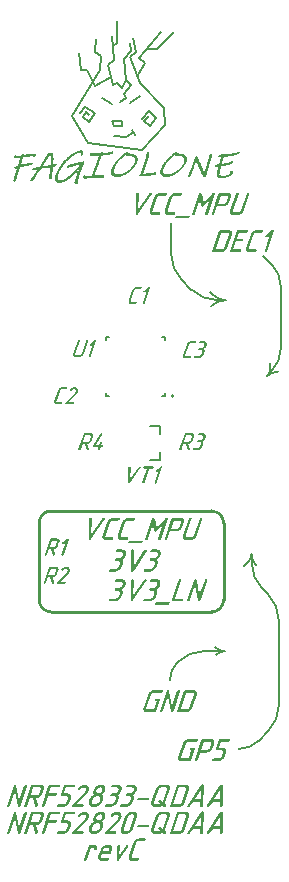
<source format=gto>
G04*
G04 #@! TF.GenerationSoftware,Altium Limited,Altium Designer,23.3.1 (30)*
G04*
G04 Layer_Color=65535*
%FSLAX44Y44*%
%MOMM*%
G71*
G04*
G04 #@! TF.SameCoordinates,73034098-7AF1-4D24-A32C-B869409C610D*
G04*
G04*
G04 #@! TF.FilePolarity,Positive*
G04*
G01*
G75*
%ADD10C,0.2000*%
%ADD11C,0.2540*%
%ADD12C,0.1270*%
%ADD13C,0.1524*%
%ADD14C,0.1656*%
%ADD15C,0.2500*%
G36*
X181462Y106734D02*
X181574Y106715D01*
X181686Y106658D01*
X181799Y106602D01*
X181911Y106509D01*
X182005Y106377D01*
X182024Y106359D01*
X182043Y106321D01*
X182061Y106246D01*
X182099Y106152D01*
X182118Y106021D01*
X182136Y105890D01*
X182118Y105740D01*
X182080Y105571D01*
Y105553D01*
X182061Y105496D01*
X182024Y105421D01*
X181968Y105309D01*
X181874Y105196D01*
X181780Y105065D01*
X181649Y104915D01*
X181499Y104765D01*
X181480Y104747D01*
X181424Y104709D01*
X181330Y104634D01*
X181218Y104578D01*
X181049Y104503D01*
X180880Y104428D01*
X180693Y104390D01*
X180468Y104372D01*
X173045D01*
X172951Y104390D01*
X172839Y104409D01*
X172708Y104447D01*
X172595Y104503D01*
X172464Y104578D01*
X172370Y104690D01*
Y104709D01*
X172333Y104765D01*
X172314Y104840D01*
X172295Y104934D01*
X172276Y105065D01*
Y105215D01*
X172295Y105384D01*
X172333Y105571D01*
Y105590D01*
X172370Y105646D01*
X172408Y105721D01*
X172464Y105834D01*
X172539Y105946D01*
X172633Y106077D01*
X172764Y106209D01*
X172914Y106359D01*
X172932Y106377D01*
X172989Y106415D01*
X173082Y106490D01*
X173214Y106565D01*
X173364Y106621D01*
X173532Y106696D01*
X173738Y106734D01*
X173945Y106752D01*
X181368D01*
X181462Y106734D01*
D02*
G37*
G36*
X78475Y117756D02*
X78569Y117737D01*
X78682Y117699D01*
X78813Y117662D01*
X78925Y117587D01*
X79038Y117493D01*
X79057Y117474D01*
X79075Y117437D01*
X79113Y117362D01*
X79150Y117250D01*
X79188Y117118D01*
Y116968D01*
Y116800D01*
X79131Y116594D01*
X73527Y100154D01*
Y100135D01*
X73489Y100060D01*
X73452Y99966D01*
X73377Y99835D01*
X73302Y99704D01*
X73189Y99535D01*
X73058Y99367D01*
X72889Y99217D01*
X72458Y98954D01*
X72439D01*
X72421Y98935D01*
X72308Y98917D01*
X72140Y98879D01*
X71952Y98861D01*
X71915D01*
X71840Y98879D01*
X71727Y98898D01*
X71577Y98935D01*
X71427Y98992D01*
X71296Y99104D01*
X71184Y99235D01*
X71108Y99423D01*
X68615Y112638D01*
X64323Y100042D01*
Y100023D01*
X64285Y99948D01*
X64248Y99854D01*
X64173Y99723D01*
X64098Y99592D01*
X63985Y99442D01*
X63873Y99310D01*
X63723Y99179D01*
X63704Y99160D01*
X63648Y99123D01*
X63535Y99086D01*
X63423Y99029D01*
X63273Y98954D01*
X63104Y98917D01*
X62917Y98879D01*
X62729Y98861D01*
X62655D01*
X62561Y98879D01*
X62448Y98898D01*
X62336Y98935D01*
X62205Y98992D01*
X62092Y99067D01*
X61980Y99160D01*
X61961Y99179D01*
X61942Y99217D01*
X61905Y99292D01*
X61867Y99385D01*
X61848Y99517D01*
Y99667D01*
X61867Y99854D01*
X61923Y100060D01*
X67528Y116500D01*
X67547Y116518D01*
X67566Y116594D01*
X67622Y116706D01*
X67697Y116837D01*
X67791Y116987D01*
X67903Y117156D01*
X68053Y117306D01*
X68222Y117456D01*
X68240Y117474D01*
X68297Y117512D01*
X68372Y117549D01*
X68484Y117625D01*
X68615Y117681D01*
X68765Y117718D01*
X68934Y117756D01*
X69103Y117774D01*
X69215D01*
X69328Y117737D01*
X69478Y117699D01*
X69609Y117625D01*
X69759Y117512D01*
X69871Y117343D01*
X69946Y117137D01*
X72439Y103997D01*
X76732Y116575D01*
Y116594D01*
X76770Y116650D01*
X76807Y116743D01*
X76863Y116856D01*
X76957Y116987D01*
X77051Y117137D01*
X77182Y117287D01*
X77351Y117437D01*
X77369Y117456D01*
X77444Y117493D01*
X77538Y117549D01*
X77669Y117606D01*
X77819Y117662D01*
X77969Y117718D01*
X78157Y117756D01*
X78325Y117774D01*
X78400D01*
X78475Y117756D01*
D02*
G37*
G36*
X244202Y117924D02*
X244314Y117906D01*
X244464Y117831D01*
X244614Y117718D01*
X244745Y117568D01*
X244839Y117343D01*
X244858Y117193D01*
X244876Y117043D01*
X244727Y100416D01*
X244689Y100023D01*
Y100004D01*
X244652Y99948D01*
X244614Y99854D01*
X244539Y99742D01*
X244464Y99610D01*
X244333Y99479D01*
X244202Y99329D01*
X244033Y99198D01*
X244014Y99179D01*
X243939Y99142D01*
X243846Y99086D01*
X243714Y99029D01*
X243564Y98973D01*
X243396Y98917D01*
X243227Y98879D01*
X243058Y98861D01*
X243021D01*
X242908Y98879D01*
X242740Y98917D01*
X242552Y98973D01*
X242533D01*
X242515Y99010D01*
X242458Y99048D01*
X242421Y99104D01*
X242365Y99198D01*
X242309Y99329D01*
X242271Y99479D01*
X242234Y99667D01*
X242252Y103472D01*
X235991D01*
X233405Y99610D01*
X233386Y99592D01*
X233367Y99554D01*
X233311Y99498D01*
X233255Y99423D01*
X233067Y99254D01*
X232823Y99067D01*
X232805D01*
X232767Y99048D01*
X232692Y99010D01*
X232598Y98973D01*
X232374Y98917D01*
X232092Y98861D01*
X231999D01*
X231924Y98879D01*
X231811Y98898D01*
X231680Y98935D01*
X231549Y98992D01*
X231436Y99067D01*
X231343Y99179D01*
X231324Y99198D01*
X231305Y99235D01*
X231268Y99310D01*
X231230Y99404D01*
X231193Y99535D01*
Y99685D01*
Y99854D01*
X231249Y100060D01*
X231436Y100416D01*
X242665Y117062D01*
Y117081D01*
X242683Y117100D01*
X242777Y117193D01*
X242890Y117343D01*
X243058Y117512D01*
X243265Y117662D01*
X243508Y117812D01*
X243771Y117906D01*
X243920Y117943D01*
X244108D01*
X244202Y117924D01*
D02*
G37*
G36*
X227650D02*
X227762Y117906D01*
X227912Y117831D01*
X228062Y117718D01*
X228193Y117568D01*
X228287Y117343D01*
X228306Y117193D01*
X228325Y117043D01*
X228175Y100416D01*
X228137Y100023D01*
Y100004D01*
X228100Y99948D01*
X228062Y99854D01*
X227987Y99742D01*
X227912Y99610D01*
X227781Y99479D01*
X227650Y99329D01*
X227481Y99198D01*
X227462Y99179D01*
X227387Y99142D01*
X227294Y99086D01*
X227162Y99029D01*
X227012Y98973D01*
X226844Y98917D01*
X226675Y98879D01*
X226506Y98861D01*
X226469D01*
X226356Y98879D01*
X226188Y98917D01*
X226000Y98973D01*
X225981D01*
X225963Y99010D01*
X225906Y99048D01*
X225869Y99104D01*
X225813Y99198D01*
X225756Y99329D01*
X225719Y99479D01*
X225681Y99667D01*
X225700Y103472D01*
X219439D01*
X216852Y99610D01*
X216834Y99592D01*
X216815Y99554D01*
X216759Y99498D01*
X216702Y99423D01*
X216515Y99254D01*
X216271Y99067D01*
X216253D01*
X216215Y99048D01*
X216140Y99010D01*
X216046Y98973D01*
X215821Y98917D01*
X215540Y98861D01*
X215447D01*
X215372Y98879D01*
X215259Y98898D01*
X215128Y98935D01*
X214997Y98992D01*
X214884Y99067D01*
X214790Y99179D01*
X214772Y99198D01*
X214753Y99235D01*
X214715Y99310D01*
X214678Y99404D01*
X214641Y99535D01*
Y99685D01*
Y99854D01*
X214697Y100060D01*
X214884Y100416D01*
X226113Y117062D01*
Y117081D01*
X226131Y117100D01*
X226225Y117193D01*
X226338Y117343D01*
X226506Y117512D01*
X226712Y117662D01*
X226956Y117812D01*
X227219Y117906D01*
X227369Y117943D01*
X227556D01*
X227650Y117924D01*
D02*
G37*
G36*
X213816Y117756D02*
X213966Y117737D01*
X214116Y117718D01*
X214472Y117625D01*
X214865Y117493D01*
X215072Y117400D01*
X215259Y117287D01*
X215447Y117156D01*
X215634Y116987D01*
X215803Y116818D01*
X215953Y116612D01*
Y116594D01*
X215990Y116556D01*
X216028Y116500D01*
X216065Y116406D01*
X216121Y116294D01*
X216159Y116162D01*
X216215Y116012D01*
X216271Y115825D01*
X216309Y115638D01*
X216346Y115431D01*
X216365Y114944D01*
Y114700D01*
X216328Y114419D01*
X216271Y114138D01*
X216178Y113838D01*
X212410Y102816D01*
Y102797D01*
X212391Y102741D01*
X212354Y102666D01*
X212297Y102535D01*
X212241Y102403D01*
X212147Y102235D01*
X212054Y102047D01*
X211941Y101860D01*
X211810Y101635D01*
X211660Y101410D01*
X211491Y101185D01*
X211304Y100941D01*
X211079Y100716D01*
X210854Y100473D01*
X210592Y100248D01*
X210310Y100023D01*
X210292Y100004D01*
X210235Y99966D01*
X210160Y99910D01*
X210048Y99835D01*
X209898Y99760D01*
X209729Y99648D01*
X209542Y99554D01*
X209336Y99442D01*
X209092Y99329D01*
X208848Y99235D01*
X208305Y99048D01*
X208023Y98973D01*
X207724Y98917D01*
X207424Y98879D01*
X207124Y98861D01*
X200582D01*
X200507Y98879D01*
X200338Y98917D01*
X200151Y99010D01*
X199963Y99160D01*
X199907Y99254D01*
X199851Y99367D01*
X199813Y99498D01*
Y99667D01*
X199832Y99854D01*
X199888Y100060D01*
X205530Y116594D01*
Y116612D01*
X205549Y116650D01*
X205568Y116706D01*
X205605Y116781D01*
X205718Y116968D01*
X205886Y117193D01*
X206093Y117400D01*
X206374Y117587D01*
X206524Y117662D01*
X206711Y117718D01*
X206917Y117756D01*
X207124Y117774D01*
X213703D01*
X213816Y117756D01*
D02*
G37*
G36*
X197264D02*
X197414Y117737D01*
X197564Y117718D01*
X197920Y117625D01*
X198314Y117493D01*
X198520Y117400D01*
X198707Y117287D01*
X198895Y117156D01*
X199082Y116987D01*
X199251Y116818D01*
X199401Y116612D01*
Y116594D01*
X199438Y116556D01*
X199476Y116500D01*
X199513Y116406D01*
X199569Y116294D01*
X199607Y116162D01*
X199663Y116012D01*
X199719Y115825D01*
X199757Y115638D01*
X199794Y115431D01*
X199813Y114944D01*
Y114700D01*
X199776Y114419D01*
X199719Y114138D01*
X199626Y113838D01*
X195858Y102816D01*
X195783Y102553D01*
X195764Y102516D01*
X195745Y102441D01*
X195708Y102347D01*
X195670Y102253D01*
X195464Y101953D01*
X196514Y101054D01*
X196533Y101035D01*
X196589Y100979D01*
X196645Y100904D01*
X196720Y100791D01*
X196776Y100641D01*
X196814Y100473D01*
X196833Y100266D01*
X196776Y100060D01*
Y100042D01*
X196739Y99985D01*
X196701Y99910D01*
X196645Y99798D01*
X196551Y99667D01*
X196458Y99517D01*
X196327Y99367D01*
X196158Y99217D01*
X196139Y99198D01*
X196083Y99160D01*
X195970Y99104D01*
X195858Y99048D01*
X195708Y98973D01*
X195539Y98917D01*
X195352Y98879D01*
X195164Y98861D01*
X195108D01*
X195052Y98879D01*
X194977D01*
X194771Y98954D01*
X194677Y98992D01*
X194564Y99067D01*
X193646Y99966D01*
X193627Y99948D01*
X193590Y99910D01*
X193515Y99873D01*
X193421Y99798D01*
X193290Y99704D01*
X193140Y99610D01*
X192971Y99517D01*
X192765Y99423D01*
X192559Y99310D01*
X192315Y99217D01*
X191790Y99029D01*
X191509Y98954D01*
X191209Y98917D01*
X190890Y98879D01*
X190572Y98861D01*
X186748D01*
X186635Y98879D01*
X186504Y98898D01*
X186335Y98917D01*
X185979Y99010D01*
X185585Y99142D01*
X185398Y99235D01*
X185192Y99348D01*
X185004Y99479D01*
X184817Y99629D01*
X184629Y99798D01*
X184480Y100004D01*
Y100023D01*
X184442Y100060D01*
X184405Y100117D01*
X184367Y100210D01*
X184311Y100323D01*
X184273Y100454D01*
X184217Y100604D01*
X184161Y100791D01*
X184123Y100979D01*
X184086Y101185D01*
X184067Y101429D01*
Y101672D01*
X184086Y101935D01*
X184123Y102216D01*
X184180Y102516D01*
X184273Y102816D01*
X188041Y113838D01*
Y113857D01*
X188060Y113913D01*
X188097Y113988D01*
X188154Y114119D01*
X188210Y114250D01*
X188304Y114419D01*
X188397Y114607D01*
X188510Y114794D01*
X188641Y115019D01*
X188791Y115225D01*
X188960Y115469D01*
X189147Y115694D01*
X189353Y115937D01*
X189597Y116162D01*
X189841Y116387D01*
X190122Y116612D01*
X190141Y116631D01*
X190197Y116669D01*
X190272Y116725D01*
X190384Y116800D01*
X190534Y116875D01*
X190703Y116987D01*
X190890Y117081D01*
X191097Y117193D01*
X191340Y117306D01*
X191584Y117400D01*
X192128Y117587D01*
X192409Y117662D01*
X192709Y117718D01*
X193009Y117756D01*
X193327Y117774D01*
X197151D01*
X197264Y117756D01*
D02*
G37*
G36*
X168752Y117718D02*
X168940Y117699D01*
X169146Y117662D01*
X169371Y117625D01*
X169615Y117568D01*
X169877Y117493D01*
X170139Y117400D01*
X170402Y117287D01*
X170646Y117156D01*
X170889Y116987D01*
X171114Y116800D01*
X171302Y116594D01*
X171470Y116350D01*
X171489Y116331D01*
X171508Y116275D01*
X171545Y116200D01*
X171583Y116087D01*
X171639Y115937D01*
X171695Y115769D01*
X171751Y115581D01*
X171789Y115356D01*
X171826Y115113D01*
X171864Y114850D01*
X171883Y114569D01*
Y114269D01*
X171845Y113950D01*
X171808Y113613D01*
X171733Y113276D01*
X171620Y112919D01*
Y112901D01*
X171602Y112863D01*
X171583Y112807D01*
X171545Y112713D01*
X171508Y112619D01*
X171452Y112488D01*
X171320Y112207D01*
X171152Y111870D01*
X170945Y111514D01*
X170702Y111120D01*
X170421Y110745D01*
Y110726D01*
X170383Y110708D01*
X170346Y110651D01*
X170271Y110576D01*
X170102Y110408D01*
X169896Y110183D01*
X169615Y109939D01*
X169296Y109677D01*
X168940Y109414D01*
X168565Y109189D01*
X168584Y109170D01*
X168659Y109114D01*
X168752Y109002D01*
X168865Y108852D01*
X168996Y108645D01*
X169127Y108383D01*
X169221Y108083D01*
X169315Y107727D01*
Y107708D01*
Y107690D01*
X169333Y107633D01*
Y107558D01*
X169352Y107352D01*
Y107071D01*
Y106752D01*
X169315Y106396D01*
X169240Y105984D01*
X169109Y105571D01*
X168490Y103734D01*
Y103715D01*
X168452Y103641D01*
X168415Y103547D01*
X168359Y103397D01*
X168284Y103228D01*
X168171Y103022D01*
X168059Y102797D01*
X167909Y102553D01*
X167740Y102291D01*
X167553Y102010D01*
X167346Y101728D01*
X167103Y101429D01*
X166840Y101147D01*
X166559Y100848D01*
X166240Y100566D01*
X165884Y100285D01*
X165865Y100266D01*
X165791Y100229D01*
X165697Y100154D01*
X165547Y100060D01*
X165378Y99948D01*
X165172Y99835D01*
X164947Y99704D01*
X164685Y99573D01*
X164385Y99442D01*
X164085Y99310D01*
X163429Y99086D01*
X163072Y98992D01*
X162716Y98917D01*
X162341Y98879D01*
X161966Y98861D01*
X158199D01*
X158105Y98879D01*
X157992Y98898D01*
X157861Y98935D01*
X157730Y98992D01*
X157618Y99067D01*
X157505Y99179D01*
Y99198D01*
X157486Y99254D01*
X157468Y99329D01*
X157449Y99442D01*
X157430Y99573D01*
Y99723D01*
X157449Y99892D01*
X157486Y100060D01*
Y100079D01*
X157505Y100135D01*
X157543Y100210D01*
X157599Y100304D01*
X157674Y100435D01*
X157786Y100566D01*
X157899Y100698D01*
X158049Y100848D01*
X158068Y100866D01*
X158124Y100904D01*
X158217Y100979D01*
X158349Y101054D01*
X158499Y101110D01*
X158686Y101185D01*
X158874Y101222D01*
X159099Y101241D01*
X162866D01*
X162941Y101260D01*
X163148Y101279D01*
X163410Y101335D01*
X163710Y101410D01*
X164047Y101541D01*
X164403Y101710D01*
X164760Y101953D01*
X164778D01*
X164797Y101991D01*
X164909Y102085D01*
X165078Y102235D01*
X165284Y102460D01*
X165509Y102703D01*
X165734Y103022D01*
X165940Y103359D01*
X166091Y103734D01*
X166709Y105571D01*
Y105590D01*
X166728Y105609D01*
X166747Y105665D01*
X166765Y105740D01*
X166803Y105927D01*
X166821Y106152D01*
X166840Y106434D01*
X166821Y106715D01*
X166728Y107015D01*
X166672Y107165D01*
X166597Y107296D01*
X166578Y107333D01*
X166503Y107408D01*
X166390Y107540D01*
X166240Y107671D01*
X166015Y107802D01*
X165753Y107933D01*
X165453Y108008D01*
X165078Y108046D01*
X163148D01*
X163054Y108064D01*
X162941Y108083D01*
X162829Y108121D01*
X162698Y108177D01*
X162585Y108252D01*
X162473Y108364D01*
Y108383D01*
X162454Y108439D01*
X162435Y108514D01*
X162416Y108627D01*
X162398Y108758D01*
Y108908D01*
X162416Y109077D01*
X162454Y109245D01*
Y109264D01*
X162473Y109320D01*
X162510Y109395D01*
X162566Y109489D01*
X162641Y109620D01*
X162754Y109752D01*
X162866Y109883D01*
X163016Y110033D01*
X163035Y110051D01*
X163091Y110089D01*
X163185Y110164D01*
X163316Y110239D01*
X163466Y110295D01*
X163635Y110370D01*
X163841Y110408D01*
X164066Y110426D01*
X166015D01*
X166091Y110445D01*
X166297Y110464D01*
X166559Y110520D01*
X166878Y110614D01*
X167215Y110745D01*
X167590Y110932D01*
X167946Y111176D01*
X167965D01*
X167984Y111214D01*
X168096Y111307D01*
X168246Y111457D01*
X168415Y111682D01*
X168621Y111926D01*
X168827Y112245D01*
X169015Y112582D01*
X169165Y112957D01*
Y112976D01*
X169183Y112994D01*
X169202Y113051D01*
X169221Y113126D01*
X169258Y113313D01*
X169296Y113538D01*
X169315Y113800D01*
X169296Y114082D01*
X169258Y114344D01*
X169146Y114607D01*
X169127Y114644D01*
X169071Y114719D01*
X168958Y114850D01*
X168790Y114981D01*
X168584Y115113D01*
X168302Y115244D01*
X167965Y115319D01*
X167571Y115356D01*
X163804D01*
X163710Y115375D01*
X163597Y115394D01*
X163485Y115431D01*
X163354Y115487D01*
X163241Y115562D01*
X163148Y115675D01*
Y115694D01*
X163110Y115750D01*
X163091Y115825D01*
X163072Y115919D01*
X163054Y116050D01*
Y116200D01*
X163072Y116369D01*
X163110Y116556D01*
Y116575D01*
X163148Y116631D01*
X163185Y116706D01*
X163241Y116818D01*
X163316Y116931D01*
X163410Y117062D01*
X163541Y117193D01*
X163691Y117343D01*
X163710Y117362D01*
X163766Y117400D01*
X163860Y117474D01*
X163991Y117549D01*
X164141Y117606D01*
X164310Y117681D01*
X164497Y117718D01*
X164703Y117737D01*
X168602D01*
X168752Y117718D01*
D02*
G37*
G36*
X155874D02*
X156062Y117699D01*
X156268Y117662D01*
X156493Y117625D01*
X156737Y117568D01*
X156999Y117493D01*
X157261Y117400D01*
X157524Y117287D01*
X157768Y117156D01*
X158011Y116987D01*
X158236Y116800D01*
X158424Y116594D01*
X158592Y116350D01*
X158611Y116331D01*
X158630Y116275D01*
X158667Y116200D01*
X158705Y116087D01*
X158761Y115937D01*
X158817Y115769D01*
X158874Y115581D01*
X158911Y115356D01*
X158949Y115113D01*
X158986Y114850D01*
X159005Y114569D01*
Y114269D01*
X158967Y113950D01*
X158930Y113613D01*
X158855Y113276D01*
X158742Y112919D01*
Y112901D01*
X158724Y112863D01*
X158705Y112807D01*
X158667Y112713D01*
X158630Y112619D01*
X158574Y112488D01*
X158442Y112207D01*
X158274Y111870D01*
X158068Y111514D01*
X157824Y111120D01*
X157543Y110745D01*
Y110726D01*
X157505Y110708D01*
X157468Y110651D01*
X157393Y110576D01*
X157224Y110408D01*
X157018Y110183D01*
X156737Y109939D01*
X156418Y109677D01*
X156062Y109414D01*
X155687Y109189D01*
X155706Y109170D01*
X155781Y109114D01*
X155874Y109002D01*
X155987Y108852D01*
X156118Y108645D01*
X156249Y108383D01*
X156343Y108083D01*
X156437Y107727D01*
Y107708D01*
Y107690D01*
X156455Y107633D01*
Y107558D01*
X156474Y107352D01*
Y107071D01*
Y106752D01*
X156437Y106396D01*
X156362Y105984D01*
X156230Y105571D01*
X155612Y103734D01*
Y103715D01*
X155574Y103641D01*
X155537Y103547D01*
X155481Y103397D01*
X155406Y103228D01*
X155293Y103022D01*
X155181Y102797D01*
X155031Y102553D01*
X154862Y102291D01*
X154675Y102010D01*
X154468Y101728D01*
X154225Y101429D01*
X153962Y101147D01*
X153681Y100848D01*
X153363Y100566D01*
X153006Y100285D01*
X152988Y100266D01*
X152913Y100229D01*
X152819Y100154D01*
X152669Y100060D01*
X152500Y99948D01*
X152294Y99835D01*
X152069Y99704D01*
X151807Y99573D01*
X151507Y99442D01*
X151207Y99310D01*
X150551Y99086D01*
X150195Y98992D01*
X149838Y98917D01*
X149464Y98879D01*
X149089Y98861D01*
X145321D01*
X145227Y98879D01*
X145115Y98898D01*
X144983Y98935D01*
X144852Y98992D01*
X144740Y99067D01*
X144627Y99179D01*
Y99198D01*
X144608Y99254D01*
X144590Y99329D01*
X144571Y99442D01*
X144552Y99573D01*
Y99723D01*
X144571Y99892D01*
X144608Y100060D01*
Y100079D01*
X144627Y100135D01*
X144665Y100210D01*
X144721Y100304D01*
X144796Y100435D01*
X144908Y100566D01*
X145021Y100698D01*
X145171Y100848D01*
X145190Y100866D01*
X145246Y100904D01*
X145339Y100979D01*
X145471Y101054D01*
X145621Y101110D01*
X145808Y101185D01*
X145996Y101222D01*
X146221Y101241D01*
X149988D01*
X150063Y101260D01*
X150269Y101279D01*
X150532Y101335D01*
X150832Y101410D01*
X151169Y101541D01*
X151525Y101710D01*
X151882Y101953D01*
X151900D01*
X151919Y101991D01*
X152032Y102085D01*
X152200Y102235D01*
X152407Y102460D01*
X152631Y102703D01*
X152856Y103022D01*
X153063Y103359D01*
X153212Y103734D01*
X153831Y105571D01*
Y105590D01*
X153850Y105609D01*
X153869Y105665D01*
X153887Y105740D01*
X153925Y105927D01*
X153944Y106152D01*
X153962Y106434D01*
X153944Y106715D01*
X153850Y107015D01*
X153794Y107165D01*
X153719Y107296D01*
X153700Y107333D01*
X153625Y107408D01*
X153512Y107540D01*
X153363Y107671D01*
X153138Y107802D01*
X152875Y107933D01*
X152575Y108008D01*
X152200Y108046D01*
X150269D01*
X150176Y108064D01*
X150063Y108083D01*
X149951Y108121D01*
X149820Y108177D01*
X149707Y108252D01*
X149595Y108364D01*
Y108383D01*
X149576Y108439D01*
X149557Y108514D01*
X149538Y108627D01*
X149520Y108758D01*
Y108908D01*
X149538Y109077D01*
X149576Y109245D01*
Y109264D01*
X149595Y109320D01*
X149632Y109395D01*
X149688Y109489D01*
X149763Y109620D01*
X149876Y109752D01*
X149988Y109883D01*
X150138Y110033D01*
X150157Y110051D01*
X150213Y110089D01*
X150307Y110164D01*
X150438Y110239D01*
X150588Y110295D01*
X150757Y110370D01*
X150963Y110408D01*
X151188Y110426D01*
X153138D01*
X153212Y110445D01*
X153419Y110464D01*
X153681Y110520D01*
X154000Y110614D01*
X154337Y110745D01*
X154712Y110932D01*
X155068Y111176D01*
X155087D01*
X155106Y111214D01*
X155218Y111307D01*
X155368Y111457D01*
X155537Y111682D01*
X155743Y111926D01*
X155949Y112245D01*
X156137Y112582D01*
X156287Y112957D01*
Y112976D01*
X156306Y112994D01*
X156324Y113051D01*
X156343Y113126D01*
X156381Y113313D01*
X156418Y113538D01*
X156437Y113800D01*
X156418Y114082D01*
X156381Y114344D01*
X156268Y114607D01*
X156249Y114644D01*
X156193Y114719D01*
X156081Y114850D01*
X155912Y114981D01*
X155706Y115113D01*
X155424Y115244D01*
X155087Y115319D01*
X154693Y115356D01*
X150926D01*
X150832Y115375D01*
X150719Y115394D01*
X150607Y115431D01*
X150476Y115487D01*
X150363Y115562D01*
X150269Y115675D01*
Y115694D01*
X150232Y115750D01*
X150213Y115825D01*
X150195Y115919D01*
X150176Y116050D01*
Y116200D01*
X150195Y116369D01*
X150232Y116556D01*
Y116575D01*
X150269Y116631D01*
X150307Y116706D01*
X150363Y116818D01*
X150438Y116931D01*
X150532Y117062D01*
X150663Y117193D01*
X150813Y117343D01*
X150832Y117362D01*
X150888Y117400D01*
X150982Y117474D01*
X151113Y117549D01*
X151263Y117606D01*
X151432Y117681D01*
X151619Y117718D01*
X151825Y117737D01*
X155724D01*
X155874Y117718D01*
D02*
G37*
G36*
X142022Y117756D02*
X142190D01*
X142359Y117737D01*
X142584Y117699D01*
X142809Y117643D01*
X143053Y117587D01*
X143315Y117493D01*
X143577Y117400D01*
X143840Y117268D01*
X144102Y117118D01*
X144346Y116950D01*
X144571Y116743D01*
X144777Y116500D01*
X144965Y116237D01*
Y116219D01*
X145002Y116181D01*
X145021Y116106D01*
X145077Y115994D01*
X145115Y115862D01*
X145171Y115694D01*
X145208Y115506D01*
X145246Y115300D01*
X145283Y115075D01*
X145302Y114813D01*
X145321Y114550D01*
X145302Y114250D01*
X145283Y113950D01*
X145227Y113613D01*
X145152Y113276D01*
X145040Y112919D01*
Y112901D01*
X145021Y112863D01*
X145002Y112807D01*
X144965Y112732D01*
X144890Y112526D01*
X144758Y112245D01*
X144608Y111926D01*
X144402Y111570D01*
X144177Y111195D01*
X143915Y110820D01*
Y110801D01*
X143877Y110782D01*
X143840Y110726D01*
X143784Y110651D01*
X143634Y110483D01*
X143427Y110258D01*
X143184Y110033D01*
X142903Y109789D01*
X142603Y109564D01*
X142284Y109377D01*
X142303D01*
X142322Y109358D01*
X142434Y109264D01*
X142603Y109133D01*
X142790Y108927D01*
X142996Y108664D01*
X143184Y108346D01*
X143334Y107952D01*
X143446Y107483D01*
Y107465D01*
Y107427D01*
X143465Y107352D01*
Y107258D01*
X143484Y107127D01*
Y106977D01*
Y106809D01*
Y106640D01*
X143465Y106209D01*
X143409Y105721D01*
X143296Y105196D01*
X143146Y104653D01*
Y104634D01*
X143109Y104559D01*
X143053Y104428D01*
X142996Y104278D01*
X142903Y104072D01*
X142790Y103847D01*
X142659Y103584D01*
X142490Y103303D01*
X142303Y102985D01*
X142078Y102666D01*
X141853Y102328D01*
X141572Y101972D01*
X141272Y101635D01*
X140934Y101279D01*
X140578Y100922D01*
X140185Y100585D01*
X140166Y100566D01*
X140091Y100510D01*
X139978Y100435D01*
X139828Y100323D01*
X139622Y100191D01*
X139379Y100042D01*
X139116Y99892D01*
X138816Y99723D01*
X138479Y99554D01*
X138104Y99404D01*
X137710Y99254D01*
X137279Y99123D01*
X136829Y99029D01*
X136361Y98935D01*
X135873Y98879D01*
X135367Y98861D01*
X135255D01*
X135105Y98879D01*
X134936Y98898D01*
X134711Y98917D01*
X134467Y98954D01*
X134186Y99010D01*
X133886Y99086D01*
X133586Y99179D01*
X133268Y99292D01*
X132968Y99442D01*
X132649Y99610D01*
X132368Y99817D01*
X132087Y100060D01*
X131843Y100323D01*
X131637Y100641D01*
Y100660D01*
X131599Y100716D01*
X131562Y100810D01*
X131506Y100941D01*
X131449Y101091D01*
X131393Y101279D01*
X131337Y101504D01*
X131299Y101747D01*
X131243Y102029D01*
X131224Y102347D01*
X131206Y102666D01*
X131224Y103022D01*
X131262Y103397D01*
X131337Y103791D01*
X131431Y104222D01*
X131562Y104653D01*
Y104671D01*
X131581Y104728D01*
X131618Y104803D01*
X131656Y104915D01*
X131712Y105046D01*
X131787Y105196D01*
X131862Y105365D01*
X131955Y105571D01*
X132180Y106003D01*
X132443Y106471D01*
X132780Y106959D01*
X133155Y107465D01*
X133174Y107483D01*
X133211Y107521D01*
X133268Y107596D01*
X133343Y107671D01*
X133455Y107783D01*
X133568Y107914D01*
X133868Y108196D01*
X134242Y108514D01*
X134674Y108833D01*
X135142Y109133D01*
X135648Y109395D01*
X135630Y109414D01*
X135555Y109470D01*
X135480Y109583D01*
X135367Y109733D01*
X135255Y109920D01*
X135142Y110164D01*
X135067Y110464D01*
X135011Y110820D01*
Y110839D01*
Y110857D01*
Y110914D01*
Y110989D01*
Y111195D01*
X135030Y111457D01*
X135048Y111776D01*
X135105Y112132D01*
X135198Y112526D01*
X135311Y112919D01*
Y112938D01*
X135348Y113013D01*
X135386Y113107D01*
X135442Y113238D01*
X135517Y113407D01*
X135611Y113594D01*
X135723Y113819D01*
X135855Y114044D01*
X135986Y114307D01*
X136154Y114569D01*
X136361Y114831D01*
X136567Y115113D01*
X136792Y115394D01*
X137035Y115675D01*
X137317Y115956D01*
X137617Y116219D01*
X137635Y116237D01*
X137710Y116294D01*
X137804Y116369D01*
X137954Y116462D01*
X138123Y116575D01*
X138348Y116706D01*
X138591Y116856D01*
X138854Y117006D01*
X139154Y117137D01*
X139491Y117287D01*
X139828Y117418D01*
X140203Y117531D01*
X140578Y117625D01*
X140972Y117699D01*
X141384Y117756D01*
X141815Y117774D01*
X141909D01*
X142022Y117756D01*
D02*
G37*
G36*
X127607D02*
X127757D01*
X127944Y117737D01*
X128150Y117699D01*
X128394Y117643D01*
X128656Y117587D01*
X128919Y117512D01*
X129181Y117400D01*
X129462Y117287D01*
X129743Y117137D01*
X130006Y116968D01*
X130250Y116762D01*
X130493Y116518D01*
X130700Y116256D01*
X130718Y116237D01*
X130737Y116181D01*
X130793Y116106D01*
X130850Y115994D01*
X130925Y115844D01*
X130999Y115675D01*
X131074Y115469D01*
X131149Y115244D01*
X131206Y115000D01*
X131262Y114719D01*
X131299Y114438D01*
X131318Y114119D01*
X131299Y113782D01*
X131262Y113444D01*
X131187Y113069D01*
X131074Y112695D01*
Y112676D01*
X131056Y112638D01*
X131037Y112582D01*
X130999Y112488D01*
X130943Y112376D01*
X130887Y112245D01*
X130737Y111945D01*
X130531Y111570D01*
X130287Y111176D01*
X129969Y110726D01*
X129612Y110276D01*
X120652Y101241D01*
X126145D01*
X126238Y101222D01*
X126351Y101204D01*
X126463Y101147D01*
X126576Y101091D01*
X126688Y100997D01*
X126782Y100866D01*
X126800Y100848D01*
X126819Y100810D01*
X126838Y100735D01*
X126875Y100641D01*
X126894Y100510D01*
X126913Y100379D01*
X126894Y100229D01*
X126857Y100060D01*
Y100042D01*
X126838Y99985D01*
X126800Y99910D01*
X126744Y99798D01*
X126651Y99685D01*
X126557Y99554D01*
X126426Y99404D01*
X126276Y99254D01*
X126257Y99235D01*
X126201Y99198D01*
X126107Y99123D01*
X125995Y99067D01*
X125826Y98992D01*
X125657Y98917D01*
X125470Y98879D01*
X125245Y98861D01*
X117784D01*
X117709Y98879D01*
X117522Y98917D01*
X117297Y98992D01*
X117109Y99104D01*
X117034Y99198D01*
X116978Y99292D01*
X116922Y99404D01*
Y99535D01*
Y99704D01*
X116978Y99873D01*
Y99892D01*
X116997Y99929D01*
X117034Y100004D01*
X117091Y100117D01*
X117165Y100229D01*
X117259Y100379D01*
X117372Y100529D01*
X117522Y100698D01*
X127963Y111495D01*
X127982Y111532D01*
X128056Y111607D01*
X128131Y111720D01*
X128244Y111888D01*
X128375Y112076D01*
X128488Y112282D01*
X128600Y112507D01*
X128694Y112732D01*
Y112751D01*
X128713Y112788D01*
X128731Y112844D01*
X128750Y112919D01*
X128769Y113107D01*
X128806Y113369D01*
Y113651D01*
X128750Y113969D01*
X128656Y114288D01*
X128581Y114438D01*
X128488Y114588D01*
X128469Y114607D01*
X128431Y114644D01*
X128375Y114719D01*
X128300Y114794D01*
X128188Y114888D01*
X128075Y114981D01*
X127925Y115075D01*
X127757Y115169D01*
X127738Y115188D01*
X127682Y115206D01*
X127588Y115244D01*
X127457Y115281D01*
X127307Y115319D01*
X127119Y115356D01*
X126932Y115394D01*
X126594D01*
X126482Y115375D01*
X126313Y115356D01*
X126126Y115319D01*
X125920Y115263D01*
X125695Y115188D01*
X125470Y115094D01*
X125432Y115075D01*
X125338Y115019D01*
X125188Y114944D01*
X125001Y114813D01*
X124795Y114682D01*
X124570Y114513D01*
X124345Y114344D01*
X124139Y114138D01*
X124120Y114119D01*
X124101Y114100D01*
X124026Y114044D01*
X123951Y113988D01*
X123745Y113819D01*
X123483Y113651D01*
X122958Y113557D01*
X122883D01*
X122789Y113575D01*
X122677Y113594D01*
X122545Y113632D01*
X122414Y113688D01*
X122302Y113763D01*
X122189Y113875D01*
X122170Y113894D01*
X122152Y113932D01*
X122114Y114007D01*
X122077Y114100D01*
X122058Y114232D01*
X122039Y114382D01*
X122058Y114531D01*
X122095Y114719D01*
Y114738D01*
X122114Y114756D01*
X122133Y114813D01*
X122170Y114888D01*
X122227Y114981D01*
X122302Y115094D01*
X122377Y115225D01*
X122489Y115356D01*
X122508Y115375D01*
X122545Y115413D01*
X122602Y115450D01*
X122677Y115525D01*
X122770Y115619D01*
X122883Y115731D01*
X123164Y115956D01*
X123501Y116219D01*
X123876Y116481D01*
X124289Y116725D01*
X124720Y116950D01*
X124739D01*
X124757Y116968D01*
X124870Y117025D01*
X125020Y117100D01*
X125226Y117193D01*
X125451Y117306D01*
X125695Y117418D01*
X125938Y117512D01*
X126182Y117587D01*
X126219D01*
X126294Y117625D01*
X126407Y117643D01*
X126576Y117681D01*
X126763Y117718D01*
X126951Y117737D01*
X127382Y117774D01*
X127475D01*
X127607Y117756D01*
D02*
G37*
G36*
X118984D02*
X119096Y117737D01*
X119209Y117681D01*
X119340Y117625D01*
X119452Y117531D01*
X119546Y117400D01*
X119565Y117381D01*
X119584Y117343D01*
X119602Y117268D01*
X119640Y117175D01*
X119659Y117043D01*
X119677Y116912D01*
X119659Y116762D01*
X119621Y116594D01*
Y116575D01*
X119584Y116518D01*
X119546Y116444D01*
X119490Y116331D01*
X119415Y116219D01*
X119321Y116087D01*
X119190Y115937D01*
X119040Y115787D01*
X119021Y115769D01*
X118965Y115731D01*
X118871Y115656D01*
X118759Y115600D01*
X118590Y115525D01*
X118421Y115450D01*
X118234Y115413D01*
X118009Y115394D01*
X111861D01*
X110174Y110426D01*
X112835D01*
X112967Y110408D01*
X113135Y110389D01*
X113323Y110351D01*
X113529Y110314D01*
X113754Y110239D01*
X113998Y110164D01*
X114241Y110070D01*
X114485Y109958D01*
X114729Y109826D01*
X114972Y109658D01*
X115197Y109452D01*
X115403Y109245D01*
X115591Y108983D01*
X115610Y108964D01*
X115628Y108927D01*
X115666Y108833D01*
X115722Y108739D01*
X115797Y108589D01*
X115853Y108421D01*
X115928Y108233D01*
X115985Y108027D01*
X116041Y107783D01*
X116078Y107521D01*
X116097Y107240D01*
Y106940D01*
X116078Y106621D01*
X116041Y106284D01*
X115966Y105946D01*
X115853Y105571D01*
X115235Y103734D01*
Y103715D01*
X115197Y103641D01*
X115160Y103547D01*
X115104Y103397D01*
X115028Y103228D01*
X114916Y103022D01*
X114804Y102797D01*
X114654Y102553D01*
X114485Y102291D01*
X114298Y102010D01*
X114091Y101728D01*
X113848Y101429D01*
X113585Y101147D01*
X113304Y100848D01*
X112985Y100566D01*
X112629Y100285D01*
X112610Y100266D01*
X112535Y100229D01*
X112442Y100154D01*
X112292Y100060D01*
X112123Y99948D01*
X111917Y99835D01*
X111692Y99704D01*
X111430Y99573D01*
X111130Y99442D01*
X110830Y99310D01*
X110174Y99086D01*
X109817Y98992D01*
X109461Y98917D01*
X109086Y98879D01*
X108711Y98861D01*
X104944D01*
X104850Y98879D01*
X104737Y98898D01*
X104606Y98935D01*
X104494Y98992D01*
X104362Y99067D01*
X104269Y99179D01*
Y99198D01*
X104231Y99254D01*
X104213Y99329D01*
X104194Y99423D01*
X104175Y99554D01*
Y99704D01*
X104194Y99873D01*
X104231Y100060D01*
Y100079D01*
X104269Y100135D01*
X104306Y100210D01*
X104362Y100323D01*
X104438Y100435D01*
X104531Y100566D01*
X104663Y100698D01*
X104812Y100848D01*
X104831Y100866D01*
X104887Y100904D01*
X104981Y100979D01*
X105112Y101054D01*
X105262Y101110D01*
X105431Y101185D01*
X105637Y101222D01*
X105843Y101241D01*
X109611D01*
X109686Y101260D01*
X109892Y101279D01*
X110136Y101335D01*
X110436Y101410D01*
X110773Y101541D01*
X111130Y101710D01*
X111486Y101935D01*
X111504D01*
X111523Y101972D01*
X111636Y102066D01*
X111823Y102216D01*
X112029Y102422D01*
X112235Y102685D01*
X112460Y103003D01*
X112667Y103341D01*
X112835Y103734D01*
X113454Y105571D01*
Y105590D01*
X113473Y105609D01*
X113491Y105665D01*
X113510Y105740D01*
X113548Y105927D01*
X113566Y106171D01*
X113585Y106434D01*
X113566Y106734D01*
X113473Y107033D01*
X113417Y107183D01*
X113342Y107315D01*
X113323Y107352D01*
X113248Y107427D01*
X113135Y107540D01*
X112985Y107690D01*
X112760Y107821D01*
X112498Y107933D01*
X112198Y108008D01*
X111823Y108046D01*
X108037D01*
X107962Y108064D01*
X107793Y108102D01*
X107605Y108196D01*
X107437Y108346D01*
X107362Y108439D01*
X107305Y108552D01*
X107287Y108683D01*
Y108852D01*
X107305Y109039D01*
X107362Y109245D01*
X109874Y116594D01*
Y116612D01*
X109892Y116650D01*
X109911Y116706D01*
X109949Y116781D01*
X110061Y116968D01*
X110230Y117193D01*
X110436Y117400D01*
X110717Y117587D01*
X110867Y117662D01*
X111055Y117718D01*
X111261Y117756D01*
X111467Y117774D01*
X118890D01*
X118984Y117756D01*
D02*
G37*
G36*
X106106D02*
X106218Y117737D01*
X106331Y117681D01*
X106462Y117625D01*
X106574Y117531D01*
X106668Y117400D01*
X106687Y117381D01*
X106706Y117343D01*
X106724Y117268D01*
X106762Y117175D01*
X106781Y117043D01*
Y116912D01*
X106762Y116762D01*
X106724Y116594D01*
Y116575D01*
X106706Y116518D01*
X106668Y116444D01*
X106612Y116331D01*
X106518Y116219D01*
X106425Y116087D01*
X106293Y115937D01*
X106143Y115787D01*
X106125Y115769D01*
X106068Y115731D01*
X105975Y115656D01*
X105862Y115600D01*
X105712Y115525D01*
X105543Y115450D01*
X105337Y115413D01*
X105131Y115394D01*
X98983D01*
X97296Y110426D01*
X103519D01*
X103613Y110408D01*
X103725Y110389D01*
X103856Y110351D01*
X103988Y110276D01*
X104100Y110201D01*
X104194Y110089D01*
Y110070D01*
X104231Y110033D01*
X104250Y109939D01*
X104269Y109845D01*
X104288Y109714D01*
X104306Y109583D01*
X104288Y109414D01*
X104231Y109245D01*
Y109227D01*
X104194Y109170D01*
X104156Y109095D01*
X104100Y108983D01*
X104025Y108870D01*
X103931Y108739D01*
X103800Y108589D01*
X103650Y108439D01*
X103631Y108421D01*
X103575Y108383D01*
X103482Y108308D01*
X103369Y108252D01*
X103200Y108177D01*
X103032Y108102D01*
X102844Y108064D01*
X102619Y108046D01*
X96471D01*
X93753Y100042D01*
Y100023D01*
X93715Y99948D01*
X93678Y99854D01*
X93603Y99723D01*
X93528Y99592D01*
X93415Y99442D01*
X93303Y99310D01*
X93153Y99179D01*
X93134Y99160D01*
X93078Y99123D01*
X92965Y99086D01*
X92853Y99029D01*
X92703Y98954D01*
X92534Y98917D01*
X92347Y98879D01*
X92159Y98861D01*
X92084D01*
X91991Y98879D01*
X91878Y98898D01*
X91766Y98935D01*
X91635Y98992D01*
X91522Y99067D01*
X91410Y99160D01*
X91391Y99179D01*
X91372Y99217D01*
X91335Y99292D01*
X91297Y99385D01*
X91278Y99517D01*
Y99667D01*
X91297Y99854D01*
X91353Y100060D01*
X96996Y116594D01*
Y116612D01*
X97014Y116650D01*
X97033Y116706D01*
X97071Y116781D01*
X97183Y116968D01*
X97352Y117193D01*
X97558Y117400D01*
X97839Y117587D01*
X97989Y117662D01*
X98177Y117718D01*
X98383Y117756D01*
X98589Y117774D01*
X106012D01*
X106106Y117756D01*
D02*
G37*
G36*
X90566D02*
X90716Y117737D01*
X90866Y117718D01*
X91222Y117625D01*
X91616Y117493D01*
X91822Y117400D01*
X92009Y117287D01*
X92197Y117156D01*
X92384Y116987D01*
X92553Y116818D01*
X92703Y116612D01*
Y116594D01*
X92740Y116556D01*
X92778Y116500D01*
X92816Y116406D01*
X92872Y116294D01*
X92909Y116162D01*
X92965Y116012D01*
X93022Y115825D01*
X93059Y115638D01*
X93097Y115431D01*
X93115Y114944D01*
Y114700D01*
X93078Y114419D01*
X93022Y114138D01*
X92928Y113838D01*
X91672Y110164D01*
Y110145D01*
X91653Y110089D01*
X91616Y110014D01*
X91560Y109883D01*
X91503Y109752D01*
X91410Y109583D01*
X91316Y109395D01*
X91203Y109208D01*
X91053Y108983D01*
X90904Y108758D01*
X90735Y108533D01*
X90547Y108289D01*
X90322Y108064D01*
X90097Y107821D01*
X89835Y107596D01*
X89554Y107371D01*
X89535Y107352D01*
X89479Y107315D01*
X89404Y107258D01*
X89291Y107183D01*
X89141Y107108D01*
X88973Y106996D01*
X88785Y106902D01*
X88579Y106790D01*
X88335Y106677D01*
X88092Y106584D01*
X87548Y106396D01*
X87267Y106321D01*
X86967Y106265D01*
X86667Y106227D01*
X86367Y106209D01*
X86461D01*
X88260Y100641D01*
Y100473D01*
X88223Y100060D01*
Y100042D01*
X88185Y99985D01*
X88148Y99892D01*
X88073Y99760D01*
X87979Y99629D01*
X87867Y99479D01*
X87717Y99329D01*
X87548Y99179D01*
X87529Y99160D01*
X87473Y99123D01*
X87361Y99086D01*
X87248Y99029D01*
X87098Y98954D01*
X86930Y98917D01*
X86761Y98879D01*
X86573Y98861D01*
X86536D01*
X86405Y98879D01*
X86255Y98898D01*
X86105Y98954D01*
X86067Y98973D01*
X85992Y99048D01*
X85899Y99198D01*
X85842Y99292D01*
X85786Y99404D01*
X83855Y106209D01*
X81137D01*
X79038Y100060D01*
Y100042D01*
X79000Y99966D01*
X78963Y99873D01*
X78888Y99742D01*
X78813Y99592D01*
X78700Y99460D01*
X78588Y99310D01*
X78438Y99179D01*
X78419Y99160D01*
X78363Y99123D01*
X78250Y99086D01*
X78138Y99029D01*
X77988Y98954D01*
X77819Y98917D01*
X77632Y98879D01*
X77444Y98861D01*
X77369D01*
X77276Y98879D01*
X77163Y98898D01*
X77051Y98935D01*
X76920Y98992D01*
X76807Y99067D01*
X76695Y99160D01*
X76676Y99179D01*
X76657Y99217D01*
X76620Y99292D01*
X76582Y99385D01*
X76563Y99517D01*
Y99667D01*
X76582Y99854D01*
X76638Y100060D01*
X82281Y116594D01*
Y116612D01*
X82299Y116650D01*
X82318Y116706D01*
X82356Y116781D01*
X82468Y116968D01*
X82637Y117193D01*
X82843Y117400D01*
X83124Y117587D01*
X83274Y117662D01*
X83462Y117718D01*
X83668Y117756D01*
X83874Y117774D01*
X90454D01*
X90566Y117756D01*
D02*
G37*
G36*
X181462Y83868D02*
X181574Y83849D01*
X181686Y83793D01*
X181799Y83737D01*
X181911Y83643D01*
X182005Y83512D01*
X182024Y83493D01*
X182043Y83456D01*
X182061Y83381D01*
X182099Y83287D01*
X182118Y83156D01*
X182136Y83025D01*
X182118Y82875D01*
X182080Y82706D01*
Y82687D01*
X182061Y82631D01*
X182024Y82556D01*
X181968Y82444D01*
X181874Y82331D01*
X181780Y82200D01*
X181649Y82050D01*
X181499Y81900D01*
X181480Y81881D01*
X181424Y81844D01*
X181330Y81769D01*
X181218Y81712D01*
X181049Y81637D01*
X180880Y81562D01*
X180693Y81525D01*
X180468Y81506D01*
X173045D01*
X172951Y81525D01*
X172839Y81544D01*
X172708Y81581D01*
X172595Y81637D01*
X172464Y81712D01*
X172370Y81825D01*
Y81844D01*
X172333Y81900D01*
X172314Y81975D01*
X172295Y82069D01*
X172276Y82200D01*
Y82350D01*
X172295Y82519D01*
X172333Y82706D01*
Y82725D01*
X172370Y82781D01*
X172408Y82856D01*
X172464Y82968D01*
X172539Y83081D01*
X172633Y83212D01*
X172764Y83343D01*
X172914Y83493D01*
X172932Y83512D01*
X172989Y83549D01*
X173082Y83624D01*
X173214Y83699D01*
X173364Y83756D01*
X173532Y83831D01*
X173738Y83868D01*
X173945Y83887D01*
X181368D01*
X181462Y83868D01*
D02*
G37*
G36*
X78475Y94890D02*
X78569Y94872D01*
X78682Y94834D01*
X78813Y94797D01*
X78925Y94722D01*
X79038Y94628D01*
X79057Y94609D01*
X79075Y94572D01*
X79113Y94497D01*
X79150Y94384D01*
X79188Y94253D01*
Y94103D01*
Y93934D01*
X79131Y93728D01*
X73527Y77289D01*
Y77270D01*
X73489Y77195D01*
X73452Y77101D01*
X73377Y76970D01*
X73302Y76839D01*
X73189Y76670D01*
X73058Y76501D01*
X72889Y76351D01*
X72458Y76089D01*
X72439D01*
X72421Y76070D01*
X72308Y76051D01*
X72140Y76014D01*
X71952Y75995D01*
X71915D01*
X71840Y76014D01*
X71727Y76033D01*
X71577Y76070D01*
X71427Y76126D01*
X71296Y76239D01*
X71184Y76370D01*
X71108Y76557D01*
X68615Y89773D01*
X64323Y77176D01*
Y77157D01*
X64285Y77082D01*
X64248Y76989D01*
X64173Y76857D01*
X64098Y76726D01*
X63985Y76576D01*
X63873Y76445D01*
X63723Y76314D01*
X63704Y76295D01*
X63648Y76258D01*
X63535Y76220D01*
X63423Y76164D01*
X63273Y76089D01*
X63104Y76051D01*
X62917Y76014D01*
X62729Y75995D01*
X62655D01*
X62561Y76014D01*
X62448Y76033D01*
X62336Y76070D01*
X62205Y76126D01*
X62092Y76201D01*
X61980Y76295D01*
X61961Y76314D01*
X61942Y76351D01*
X61905Y76426D01*
X61867Y76520D01*
X61848Y76651D01*
Y76801D01*
X61867Y76989D01*
X61923Y77195D01*
X67528Y93634D01*
X67547Y93653D01*
X67566Y93728D01*
X67622Y93841D01*
X67697Y93972D01*
X67791Y94122D01*
X67903Y94291D01*
X68053Y94440D01*
X68222Y94590D01*
X68240Y94609D01*
X68297Y94647D01*
X68372Y94684D01*
X68484Y94759D01*
X68615Y94815D01*
X68765Y94853D01*
X68934Y94890D01*
X69103Y94909D01*
X69215D01*
X69328Y94872D01*
X69478Y94834D01*
X69609Y94759D01*
X69759Y94647D01*
X69871Y94478D01*
X69946Y94272D01*
X72439Y81131D01*
X76732Y93709D01*
Y93728D01*
X76770Y93784D01*
X76807Y93878D01*
X76863Y93990D01*
X76957Y94122D01*
X77051Y94272D01*
X77182Y94422D01*
X77351Y94572D01*
X77369Y94590D01*
X77444Y94628D01*
X77538Y94684D01*
X77669Y94740D01*
X77819Y94797D01*
X77969Y94853D01*
X78157Y94890D01*
X78325Y94909D01*
X78400D01*
X78475Y94890D01*
D02*
G37*
G36*
X244202Y95059D02*
X244314Y95040D01*
X244464Y94965D01*
X244614Y94853D01*
X244745Y94703D01*
X244839Y94478D01*
X244858Y94328D01*
X244876Y94178D01*
X244727Y77551D01*
X244689Y77157D01*
Y77139D01*
X244652Y77082D01*
X244614Y76989D01*
X244539Y76876D01*
X244464Y76745D01*
X244333Y76614D01*
X244202Y76464D01*
X244033Y76333D01*
X244014Y76314D01*
X243939Y76276D01*
X243846Y76220D01*
X243714Y76164D01*
X243564Y76108D01*
X243396Y76051D01*
X243227Y76014D01*
X243058Y75995D01*
X243021D01*
X242908Y76014D01*
X242740Y76051D01*
X242552Y76108D01*
X242533D01*
X242515Y76145D01*
X242458Y76183D01*
X242421Y76239D01*
X242365Y76333D01*
X242309Y76464D01*
X242271Y76614D01*
X242234Y76801D01*
X242252Y80606D01*
X235991D01*
X233405Y76745D01*
X233386Y76726D01*
X233367Y76689D01*
X233311Y76632D01*
X233255Y76557D01*
X233067Y76389D01*
X232823Y76201D01*
X232805D01*
X232767Y76183D01*
X232692Y76145D01*
X232598Y76108D01*
X232374Y76051D01*
X232092Y75995D01*
X231999D01*
X231924Y76014D01*
X231811Y76033D01*
X231680Y76070D01*
X231549Y76126D01*
X231436Y76201D01*
X231343Y76314D01*
X231324Y76333D01*
X231305Y76370D01*
X231268Y76445D01*
X231230Y76539D01*
X231193Y76670D01*
Y76820D01*
Y76989D01*
X231249Y77195D01*
X231436Y77551D01*
X242665Y94197D01*
Y94215D01*
X242683Y94234D01*
X242777Y94328D01*
X242890Y94478D01*
X243058Y94647D01*
X243265Y94797D01*
X243508Y94946D01*
X243771Y95040D01*
X243920Y95078D01*
X244108D01*
X244202Y95059D01*
D02*
G37*
G36*
X227650D02*
X227762Y95040D01*
X227912Y94965D01*
X228062Y94853D01*
X228193Y94703D01*
X228287Y94478D01*
X228306Y94328D01*
X228325Y94178D01*
X228175Y77551D01*
X228137Y77157D01*
Y77139D01*
X228100Y77082D01*
X228062Y76989D01*
X227987Y76876D01*
X227912Y76745D01*
X227781Y76614D01*
X227650Y76464D01*
X227481Y76333D01*
X227462Y76314D01*
X227387Y76276D01*
X227294Y76220D01*
X227162Y76164D01*
X227012Y76108D01*
X226844Y76051D01*
X226675Y76014D01*
X226506Y75995D01*
X226469D01*
X226356Y76014D01*
X226188Y76051D01*
X226000Y76108D01*
X225981D01*
X225963Y76145D01*
X225906Y76183D01*
X225869Y76239D01*
X225813Y76333D01*
X225756Y76464D01*
X225719Y76614D01*
X225681Y76801D01*
X225700Y80606D01*
X219439D01*
X216852Y76745D01*
X216834Y76726D01*
X216815Y76689D01*
X216759Y76632D01*
X216702Y76557D01*
X216515Y76389D01*
X216271Y76201D01*
X216253D01*
X216215Y76183D01*
X216140Y76145D01*
X216046Y76108D01*
X215821Y76051D01*
X215540Y75995D01*
X215447D01*
X215372Y76014D01*
X215259Y76033D01*
X215128Y76070D01*
X214997Y76126D01*
X214884Y76201D01*
X214790Y76314D01*
X214772Y76333D01*
X214753Y76370D01*
X214715Y76445D01*
X214678Y76539D01*
X214641Y76670D01*
Y76820D01*
Y76989D01*
X214697Y77195D01*
X214884Y77551D01*
X226113Y94197D01*
Y94215D01*
X226131Y94234D01*
X226225Y94328D01*
X226338Y94478D01*
X226506Y94647D01*
X226712Y94797D01*
X226956Y94946D01*
X227219Y95040D01*
X227369Y95078D01*
X227556D01*
X227650Y95059D01*
D02*
G37*
G36*
X213816Y94890D02*
X213966Y94872D01*
X214116Y94853D01*
X214472Y94759D01*
X214865Y94628D01*
X215072Y94534D01*
X215259Y94422D01*
X215447Y94291D01*
X215634Y94122D01*
X215803Y93953D01*
X215953Y93747D01*
Y93728D01*
X215990Y93691D01*
X216028Y93634D01*
X216065Y93541D01*
X216121Y93428D01*
X216159Y93297D01*
X216215Y93147D01*
X216271Y92960D01*
X216309Y92772D01*
X216346Y92566D01*
X216365Y92079D01*
Y91835D01*
X216328Y91554D01*
X216271Y91272D01*
X216178Y90973D01*
X212410Y79950D01*
Y79932D01*
X212391Y79875D01*
X212354Y79800D01*
X212297Y79669D01*
X212241Y79538D01*
X212147Y79369D01*
X212054Y79182D01*
X211941Y78994D01*
X211810Y78769D01*
X211660Y78545D01*
X211491Y78320D01*
X211304Y78076D01*
X211079Y77851D01*
X210854Y77607D01*
X210592Y77382D01*
X210310Y77157D01*
X210292Y77139D01*
X210235Y77101D01*
X210160Y77045D01*
X210048Y76970D01*
X209898Y76895D01*
X209729Y76782D01*
X209542Y76689D01*
X209336Y76576D01*
X209092Y76464D01*
X208848Y76370D01*
X208305Y76183D01*
X208023Y76108D01*
X207724Y76051D01*
X207424Y76014D01*
X207124Y75995D01*
X200582D01*
X200507Y76014D01*
X200338Y76051D01*
X200151Y76145D01*
X199963Y76295D01*
X199907Y76389D01*
X199851Y76501D01*
X199813Y76632D01*
Y76801D01*
X199832Y76989D01*
X199888Y77195D01*
X205530Y93728D01*
Y93747D01*
X205549Y93784D01*
X205568Y93841D01*
X205605Y93916D01*
X205718Y94103D01*
X205886Y94328D01*
X206093Y94534D01*
X206374Y94722D01*
X206524Y94797D01*
X206711Y94853D01*
X206917Y94890D01*
X207124Y94909D01*
X213703D01*
X213816Y94890D01*
D02*
G37*
G36*
X197264D02*
X197414Y94872D01*
X197564Y94853D01*
X197920Y94759D01*
X198314Y94628D01*
X198520Y94534D01*
X198707Y94422D01*
X198895Y94291D01*
X199082Y94122D01*
X199251Y93953D01*
X199401Y93747D01*
Y93728D01*
X199438Y93691D01*
X199476Y93634D01*
X199513Y93541D01*
X199569Y93428D01*
X199607Y93297D01*
X199663Y93147D01*
X199719Y92960D01*
X199757Y92772D01*
X199794Y92566D01*
X199813Y92079D01*
Y91835D01*
X199776Y91554D01*
X199719Y91272D01*
X199626Y90973D01*
X195858Y79950D01*
X195783Y79688D01*
X195764Y79651D01*
X195745Y79576D01*
X195708Y79482D01*
X195670Y79388D01*
X195464Y79088D01*
X196514Y78188D01*
X196533Y78170D01*
X196589Y78113D01*
X196645Y78038D01*
X196720Y77926D01*
X196776Y77776D01*
X196814Y77607D01*
X196833Y77401D01*
X196776Y77195D01*
Y77176D01*
X196739Y77120D01*
X196701Y77045D01*
X196645Y76932D01*
X196551Y76801D01*
X196458Y76651D01*
X196327Y76501D01*
X196158Y76351D01*
X196139Y76333D01*
X196083Y76295D01*
X195970Y76239D01*
X195858Y76183D01*
X195708Y76108D01*
X195539Y76051D01*
X195352Y76014D01*
X195164Y75995D01*
X195108D01*
X195052Y76014D01*
X194977D01*
X194771Y76089D01*
X194677Y76126D01*
X194564Y76201D01*
X193646Y77101D01*
X193627Y77082D01*
X193590Y77045D01*
X193515Y77007D01*
X193421Y76932D01*
X193290Y76839D01*
X193140Y76745D01*
X192971Y76651D01*
X192765Y76557D01*
X192559Y76445D01*
X192315Y76351D01*
X191790Y76164D01*
X191509Y76089D01*
X191209Y76051D01*
X190890Y76014D01*
X190572Y75995D01*
X186748D01*
X186635Y76014D01*
X186504Y76033D01*
X186335Y76051D01*
X185979Y76145D01*
X185585Y76276D01*
X185398Y76370D01*
X185192Y76483D01*
X185004Y76614D01*
X184817Y76764D01*
X184629Y76932D01*
X184480Y77139D01*
Y77157D01*
X184442Y77195D01*
X184405Y77251D01*
X184367Y77345D01*
X184311Y77457D01*
X184273Y77589D01*
X184217Y77738D01*
X184161Y77926D01*
X184123Y78113D01*
X184086Y78320D01*
X184067Y78563D01*
Y78807D01*
X184086Y79069D01*
X184123Y79351D01*
X184180Y79651D01*
X184273Y79950D01*
X188041Y90973D01*
Y90991D01*
X188060Y91047D01*
X188097Y91123D01*
X188154Y91254D01*
X188210Y91385D01*
X188304Y91554D01*
X188397Y91741D01*
X188510Y91929D01*
X188641Y92154D01*
X188791Y92360D01*
X188960Y92603D01*
X189147Y92828D01*
X189353Y93072D01*
X189597Y93297D01*
X189841Y93522D01*
X190122Y93747D01*
X190141Y93766D01*
X190197Y93803D01*
X190272Y93859D01*
X190384Y93934D01*
X190534Y94009D01*
X190703Y94122D01*
X190890Y94215D01*
X191097Y94328D01*
X191340Y94440D01*
X191584Y94534D01*
X192128Y94722D01*
X192409Y94797D01*
X192709Y94853D01*
X193009Y94890D01*
X193327Y94909D01*
X197151D01*
X197264Y94890D01*
D02*
G37*
G36*
X169315D02*
X169465Y94872D01*
X169633Y94834D01*
X170027Y94759D01*
X170439Y94590D01*
X170664Y94497D01*
X170870Y94365D01*
X171077Y94234D01*
X171283Y94047D01*
X171470Y93859D01*
X171639Y93634D01*
X171658Y93616D01*
X171677Y93578D01*
X171714Y93503D01*
X171770Y93409D01*
X171826Y93297D01*
X171883Y93147D01*
X171939Y92978D01*
X171995Y92791D01*
X172051Y92566D01*
X172089Y92341D01*
X172108Y92097D01*
Y91816D01*
Y91535D01*
X172070Y91235D01*
X171995Y90935D01*
X171901Y90598D01*
X168396Y80307D01*
Y80288D01*
X168359Y80232D01*
X168321Y80138D01*
X168284Y80007D01*
X168209Y79857D01*
X168115Y79688D01*
X168002Y79482D01*
X167890Y79276D01*
X167740Y79051D01*
X167571Y78807D01*
X167384Y78545D01*
X167178Y78282D01*
X166934Y78038D01*
X166672Y77776D01*
X166390Y77513D01*
X166091Y77270D01*
X166072Y77251D01*
X166015Y77214D01*
X165922Y77157D01*
X165791Y77064D01*
X165641Y76970D01*
X165453Y76876D01*
X165247Y76745D01*
X165022Y76632D01*
X164778Y76520D01*
X164497Y76407D01*
X163916Y76201D01*
X163597Y76108D01*
X163279Y76051D01*
X162941Y76014D01*
X162604Y75995D01*
X161329D01*
X161217Y76014D01*
X161067Y76033D01*
X160898Y76070D01*
X160504Y76145D01*
X160092Y76295D01*
X159867Y76389D01*
X159642Y76520D01*
X159436Y76651D01*
X159230Y76820D01*
X159042Y77007D01*
X158874Y77232D01*
Y77251D01*
X158836Y77289D01*
X158799Y77364D01*
X158761Y77457D01*
X158705Y77589D01*
X158649Y77720D01*
X158574Y77888D01*
X158536Y78095D01*
X158480Y78301D01*
X158442Y78545D01*
X158424Y78788D01*
Y79051D01*
X158442Y79351D01*
X158480Y79651D01*
X158555Y79969D01*
X158649Y80307D01*
X162154Y90598D01*
Y90616D01*
X162192Y90673D01*
X162210Y90766D01*
X162267Y90879D01*
X162341Y91029D01*
X162435Y91198D01*
X162529Y91404D01*
X162660Y91610D01*
X162791Y91835D01*
X162960Y92079D01*
X163148Y92322D01*
X163354Y92585D01*
X163579Y92847D01*
X163841Y93091D01*
X164122Y93353D01*
X164422Y93597D01*
X164441Y93616D01*
X164497Y93653D01*
X164591Y93709D01*
X164722Y93803D01*
X164872Y93897D01*
X165060Y94009D01*
X165266Y94141D01*
X165509Y94253D01*
X165753Y94384D01*
X166034Y94497D01*
X166634Y94703D01*
X166953Y94797D01*
X167271Y94853D01*
X167609Y94890D01*
X167946Y94909D01*
X169202D01*
X169315Y94890D01*
D02*
G37*
G36*
X155199D02*
X155350D01*
X155537Y94872D01*
X155743Y94834D01*
X155987Y94778D01*
X156249Y94722D01*
X156512Y94647D01*
X156774Y94534D01*
X157055Y94422D01*
X157337Y94272D01*
X157599Y94103D01*
X157843Y93897D01*
X158086Y93653D01*
X158293Y93391D01*
X158311Y93372D01*
X158330Y93316D01*
X158386Y93241D01*
X158442Y93128D01*
X158517Y92978D01*
X158592Y92810D01*
X158667Y92603D01*
X158742Y92379D01*
X158799Y92135D01*
X158855Y91854D01*
X158892Y91572D01*
X158911Y91254D01*
X158892Y90916D01*
X158855Y90579D01*
X158780Y90204D01*
X158667Y89829D01*
Y89810D01*
X158649Y89773D01*
X158630Y89717D01*
X158592Y89623D01*
X158536Y89510D01*
X158480Y89379D01*
X158330Y89079D01*
X158124Y88704D01*
X157880Y88311D01*
X157561Y87861D01*
X157205Y87411D01*
X148245Y78376D01*
X153737D01*
X153831Y78357D01*
X153944Y78338D01*
X154056Y78282D01*
X154169Y78226D01*
X154281Y78132D01*
X154375Y78001D01*
X154394Y77982D01*
X154412Y77945D01*
X154431Y77870D01*
X154468Y77776D01*
X154487Y77645D01*
X154506Y77513D01*
X154487Y77364D01*
X154450Y77195D01*
Y77176D01*
X154431Y77120D01*
X154394Y77045D01*
X154337Y76932D01*
X154243Y76820D01*
X154150Y76689D01*
X154019Y76539D01*
X153869Y76389D01*
X153850Y76370D01*
X153794Y76333D01*
X153700Y76258D01*
X153587Y76201D01*
X153419Y76126D01*
X153250Y76051D01*
X153063Y76014D01*
X152838Y75995D01*
X145377D01*
X145302Y76014D01*
X145115Y76051D01*
X144890Y76126D01*
X144702Y76239D01*
X144627Y76333D01*
X144571Y76426D01*
X144515Y76539D01*
Y76670D01*
Y76839D01*
X144571Y77007D01*
Y77026D01*
X144590Y77064D01*
X144627Y77139D01*
X144684Y77251D01*
X144758Y77364D01*
X144852Y77513D01*
X144965Y77663D01*
X145115Y77832D01*
X155556Y88629D01*
X155574Y88667D01*
X155649Y88742D01*
X155724Y88854D01*
X155837Y89023D01*
X155968Y89211D01*
X156081Y89417D01*
X156193Y89642D01*
X156287Y89867D01*
Y89885D01*
X156306Y89923D01*
X156324Y89979D01*
X156343Y90054D01*
X156362Y90241D01*
X156399Y90504D01*
Y90785D01*
X156343Y91104D01*
X156249Y91422D01*
X156174Y91572D01*
X156081Y91722D01*
X156062Y91741D01*
X156024Y91779D01*
X155968Y91854D01*
X155893Y91929D01*
X155781Y92022D01*
X155668Y92116D01*
X155518Y92210D01*
X155350Y92303D01*
X155331Y92322D01*
X155274Y92341D01*
X155181Y92379D01*
X155050Y92416D01*
X154900Y92453D01*
X154712Y92491D01*
X154525Y92528D01*
X154187D01*
X154075Y92510D01*
X153906Y92491D01*
X153719Y92453D01*
X153512Y92397D01*
X153287Y92322D01*
X153063Y92228D01*
X153025Y92210D01*
X152931Y92154D01*
X152781Y92079D01*
X152594Y91947D01*
X152388Y91816D01*
X152163Y91647D01*
X151938Y91479D01*
X151732Y91272D01*
X151713Y91254D01*
X151694Y91235D01*
X151619Y91179D01*
X151544Y91123D01*
X151338Y90954D01*
X151076Y90785D01*
X150551Y90691D01*
X150476D01*
X150382Y90710D01*
X150269Y90729D01*
X150138Y90766D01*
X150007Y90823D01*
X149895Y90898D01*
X149782Y91010D01*
X149763Y91029D01*
X149745Y91066D01*
X149707Y91141D01*
X149670Y91235D01*
X149651Y91366D01*
X149632Y91516D01*
X149651Y91666D01*
X149688Y91854D01*
Y91872D01*
X149707Y91891D01*
X149726Y91947D01*
X149763Y92022D01*
X149820Y92116D01*
X149895Y92228D01*
X149970Y92360D01*
X150082Y92491D01*
X150101Y92510D01*
X150138Y92547D01*
X150195Y92585D01*
X150269Y92660D01*
X150363Y92753D01*
X150476Y92866D01*
X150757Y93091D01*
X151094Y93353D01*
X151469Y93616D01*
X151882Y93859D01*
X152313Y94084D01*
X152331D01*
X152350Y94103D01*
X152463Y94159D01*
X152613Y94234D01*
X152819Y94328D01*
X153044Y94440D01*
X153287Y94553D01*
X153531Y94647D01*
X153775Y94722D01*
X153812D01*
X153887Y94759D01*
X154000Y94778D01*
X154169Y94815D01*
X154356Y94853D01*
X154543Y94872D01*
X154975Y94909D01*
X155068D01*
X155199Y94890D01*
D02*
G37*
G36*
X142022D02*
X142190D01*
X142359Y94872D01*
X142584Y94834D01*
X142809Y94778D01*
X143053Y94722D01*
X143315Y94628D01*
X143577Y94534D01*
X143840Y94403D01*
X144102Y94253D01*
X144346Y94084D01*
X144571Y93878D01*
X144777Y93634D01*
X144965Y93372D01*
Y93353D01*
X145002Y93316D01*
X145021Y93241D01*
X145077Y93128D01*
X145115Y92997D01*
X145171Y92828D01*
X145208Y92641D01*
X145246Y92435D01*
X145283Y92210D01*
X145302Y91947D01*
X145321Y91685D01*
X145302Y91385D01*
X145283Y91085D01*
X145227Y90748D01*
X145152Y90410D01*
X145040Y90054D01*
Y90035D01*
X145021Y89998D01*
X145002Y89942D01*
X144965Y89867D01*
X144890Y89660D01*
X144758Y89379D01*
X144608Y89061D01*
X144402Y88704D01*
X144177Y88329D01*
X143915Y87955D01*
Y87936D01*
X143877Y87917D01*
X143840Y87861D01*
X143784Y87786D01*
X143634Y87617D01*
X143427Y87392D01*
X143184Y87167D01*
X142903Y86924D01*
X142603Y86699D01*
X142284Y86511D01*
X142303D01*
X142322Y86493D01*
X142434Y86399D01*
X142603Y86267D01*
X142790Y86061D01*
X142996Y85799D01*
X143184Y85480D01*
X143334Y85087D01*
X143446Y84618D01*
Y84599D01*
Y84562D01*
X143465Y84487D01*
Y84393D01*
X143484Y84262D01*
Y84112D01*
Y83943D01*
Y83774D01*
X143465Y83343D01*
X143409Y82856D01*
X143296Y82331D01*
X143146Y81787D01*
Y81769D01*
X143109Y81694D01*
X143053Y81562D01*
X142996Y81412D01*
X142903Y81206D01*
X142790Y80981D01*
X142659Y80719D01*
X142490Y80438D01*
X142303Y80119D01*
X142078Y79800D01*
X141853Y79463D01*
X141572Y79107D01*
X141272Y78769D01*
X140934Y78413D01*
X140578Y78057D01*
X140185Y77720D01*
X140166Y77701D01*
X140091Y77645D01*
X139978Y77570D01*
X139828Y77457D01*
X139622Y77326D01*
X139379Y77176D01*
X139116Y77026D01*
X138816Y76857D01*
X138479Y76689D01*
X138104Y76539D01*
X137710Y76389D01*
X137279Y76258D01*
X136829Y76164D01*
X136361Y76070D01*
X135873Y76014D01*
X135367Y75995D01*
X135255D01*
X135105Y76014D01*
X134936Y76033D01*
X134711Y76051D01*
X134467Y76089D01*
X134186Y76145D01*
X133886Y76220D01*
X133586Y76314D01*
X133268Y76426D01*
X132968Y76576D01*
X132649Y76745D01*
X132368Y76951D01*
X132087Y77195D01*
X131843Y77457D01*
X131637Y77776D01*
Y77795D01*
X131599Y77851D01*
X131562Y77945D01*
X131506Y78076D01*
X131449Y78226D01*
X131393Y78413D01*
X131337Y78638D01*
X131299Y78882D01*
X131243Y79163D01*
X131224Y79482D01*
X131206Y79800D01*
X131224Y80157D01*
X131262Y80532D01*
X131337Y80925D01*
X131431Y81356D01*
X131562Y81787D01*
Y81806D01*
X131581Y81862D01*
X131618Y81937D01*
X131656Y82050D01*
X131712Y82181D01*
X131787Y82331D01*
X131862Y82500D01*
X131955Y82706D01*
X132180Y83137D01*
X132443Y83606D01*
X132780Y84093D01*
X133155Y84599D01*
X133174Y84618D01*
X133211Y84655D01*
X133268Y84730D01*
X133343Y84805D01*
X133455Y84918D01*
X133568Y85049D01*
X133868Y85330D01*
X134242Y85649D01*
X134674Y85968D01*
X135142Y86267D01*
X135648Y86530D01*
X135630Y86549D01*
X135555Y86605D01*
X135480Y86717D01*
X135367Y86867D01*
X135255Y87055D01*
X135142Y87298D01*
X135067Y87598D01*
X135011Y87955D01*
Y87973D01*
Y87992D01*
Y88048D01*
Y88123D01*
Y88329D01*
X135030Y88592D01*
X135048Y88911D01*
X135105Y89267D01*
X135198Y89660D01*
X135311Y90054D01*
Y90073D01*
X135348Y90148D01*
X135386Y90241D01*
X135442Y90373D01*
X135517Y90541D01*
X135611Y90729D01*
X135723Y90954D01*
X135855Y91179D01*
X135986Y91441D01*
X136154Y91704D01*
X136361Y91966D01*
X136567Y92247D01*
X136792Y92528D01*
X137035Y92810D01*
X137317Y93091D01*
X137617Y93353D01*
X137635Y93372D01*
X137710Y93428D01*
X137804Y93503D01*
X137954Y93597D01*
X138123Y93709D01*
X138348Y93841D01*
X138591Y93990D01*
X138854Y94141D01*
X139154Y94272D01*
X139491Y94422D01*
X139828Y94553D01*
X140203Y94665D01*
X140578Y94759D01*
X140972Y94834D01*
X141384Y94890D01*
X141815Y94909D01*
X141909D01*
X142022Y94890D01*
D02*
G37*
G36*
X127607D02*
X127757D01*
X127944Y94872D01*
X128150Y94834D01*
X128394Y94778D01*
X128656Y94722D01*
X128919Y94647D01*
X129181Y94534D01*
X129462Y94422D01*
X129743Y94272D01*
X130006Y94103D01*
X130250Y93897D01*
X130493Y93653D01*
X130700Y93391D01*
X130718Y93372D01*
X130737Y93316D01*
X130793Y93241D01*
X130850Y93128D01*
X130925Y92978D01*
X130999Y92810D01*
X131074Y92603D01*
X131149Y92379D01*
X131206Y92135D01*
X131262Y91854D01*
X131299Y91572D01*
X131318Y91254D01*
X131299Y90916D01*
X131262Y90579D01*
X131187Y90204D01*
X131074Y89829D01*
Y89810D01*
X131056Y89773D01*
X131037Y89717D01*
X130999Y89623D01*
X130943Y89510D01*
X130887Y89379D01*
X130737Y89079D01*
X130531Y88704D01*
X130287Y88311D01*
X129969Y87861D01*
X129612Y87411D01*
X120652Y78376D01*
X126145D01*
X126238Y78357D01*
X126351Y78338D01*
X126463Y78282D01*
X126576Y78226D01*
X126688Y78132D01*
X126782Y78001D01*
X126800Y77982D01*
X126819Y77945D01*
X126838Y77870D01*
X126875Y77776D01*
X126894Y77645D01*
X126913Y77513D01*
X126894Y77364D01*
X126857Y77195D01*
Y77176D01*
X126838Y77120D01*
X126800Y77045D01*
X126744Y76932D01*
X126651Y76820D01*
X126557Y76689D01*
X126426Y76539D01*
X126276Y76389D01*
X126257Y76370D01*
X126201Y76333D01*
X126107Y76258D01*
X125995Y76201D01*
X125826Y76126D01*
X125657Y76051D01*
X125470Y76014D01*
X125245Y75995D01*
X117784D01*
X117709Y76014D01*
X117522Y76051D01*
X117297Y76126D01*
X117109Y76239D01*
X117034Y76333D01*
X116978Y76426D01*
X116922Y76539D01*
Y76670D01*
Y76839D01*
X116978Y77007D01*
Y77026D01*
X116997Y77064D01*
X117034Y77139D01*
X117091Y77251D01*
X117165Y77364D01*
X117259Y77513D01*
X117372Y77663D01*
X117522Y77832D01*
X127963Y88629D01*
X127982Y88667D01*
X128056Y88742D01*
X128131Y88854D01*
X128244Y89023D01*
X128375Y89211D01*
X128488Y89417D01*
X128600Y89642D01*
X128694Y89867D01*
Y89885D01*
X128713Y89923D01*
X128731Y89979D01*
X128750Y90054D01*
X128769Y90241D01*
X128806Y90504D01*
Y90785D01*
X128750Y91104D01*
X128656Y91422D01*
X128581Y91572D01*
X128488Y91722D01*
X128469Y91741D01*
X128431Y91779D01*
X128375Y91854D01*
X128300Y91929D01*
X128188Y92022D01*
X128075Y92116D01*
X127925Y92210D01*
X127757Y92303D01*
X127738Y92322D01*
X127682Y92341D01*
X127588Y92379D01*
X127457Y92416D01*
X127307Y92453D01*
X127119Y92491D01*
X126932Y92528D01*
X126594D01*
X126482Y92510D01*
X126313Y92491D01*
X126126Y92453D01*
X125920Y92397D01*
X125695Y92322D01*
X125470Y92228D01*
X125432Y92210D01*
X125338Y92154D01*
X125188Y92079D01*
X125001Y91947D01*
X124795Y91816D01*
X124570Y91647D01*
X124345Y91479D01*
X124139Y91272D01*
X124120Y91254D01*
X124101Y91235D01*
X124026Y91179D01*
X123951Y91123D01*
X123745Y90954D01*
X123483Y90785D01*
X122958Y90691D01*
X122883D01*
X122789Y90710D01*
X122677Y90729D01*
X122545Y90766D01*
X122414Y90823D01*
X122302Y90898D01*
X122189Y91010D01*
X122170Y91029D01*
X122152Y91066D01*
X122114Y91141D01*
X122077Y91235D01*
X122058Y91366D01*
X122039Y91516D01*
X122058Y91666D01*
X122095Y91854D01*
Y91872D01*
X122114Y91891D01*
X122133Y91947D01*
X122170Y92022D01*
X122227Y92116D01*
X122302Y92228D01*
X122377Y92360D01*
X122489Y92491D01*
X122508Y92510D01*
X122545Y92547D01*
X122602Y92585D01*
X122677Y92660D01*
X122770Y92753D01*
X122883Y92866D01*
X123164Y93091D01*
X123501Y93353D01*
X123876Y93616D01*
X124289Y93859D01*
X124720Y94084D01*
X124739D01*
X124757Y94103D01*
X124870Y94159D01*
X125020Y94234D01*
X125226Y94328D01*
X125451Y94440D01*
X125695Y94553D01*
X125938Y94647D01*
X126182Y94722D01*
X126219D01*
X126294Y94759D01*
X126407Y94778D01*
X126576Y94815D01*
X126763Y94853D01*
X126951Y94872D01*
X127382Y94909D01*
X127475D01*
X127607Y94890D01*
D02*
G37*
G36*
X118984D02*
X119096Y94872D01*
X119209Y94815D01*
X119340Y94759D01*
X119452Y94665D01*
X119546Y94534D01*
X119565Y94515D01*
X119584Y94478D01*
X119602Y94403D01*
X119640Y94309D01*
X119659Y94178D01*
X119677Y94047D01*
X119659Y93897D01*
X119621Y93728D01*
Y93709D01*
X119584Y93653D01*
X119546Y93578D01*
X119490Y93466D01*
X119415Y93353D01*
X119321Y93222D01*
X119190Y93072D01*
X119040Y92922D01*
X119021Y92903D01*
X118965Y92866D01*
X118871Y92791D01*
X118759Y92735D01*
X118590Y92660D01*
X118421Y92585D01*
X118234Y92547D01*
X118009Y92528D01*
X111861D01*
X110174Y87561D01*
X112835D01*
X112967Y87542D01*
X113135Y87523D01*
X113323Y87486D01*
X113529Y87449D01*
X113754Y87374D01*
X113998Y87298D01*
X114241Y87205D01*
X114485Y87092D01*
X114729Y86961D01*
X114972Y86792D01*
X115197Y86586D01*
X115403Y86380D01*
X115591Y86118D01*
X115610Y86099D01*
X115628Y86061D01*
X115666Y85968D01*
X115722Y85874D01*
X115797Y85724D01*
X115853Y85555D01*
X115928Y85368D01*
X115985Y85162D01*
X116041Y84918D01*
X116078Y84655D01*
X116097Y84374D01*
Y84074D01*
X116078Y83756D01*
X116041Y83418D01*
X115966Y83081D01*
X115853Y82706D01*
X115235Y80869D01*
Y80850D01*
X115197Y80775D01*
X115160Y80681D01*
X115104Y80532D01*
X115028Y80363D01*
X114916Y80157D01*
X114804Y79932D01*
X114654Y79688D01*
X114485Y79426D01*
X114298Y79144D01*
X114091Y78863D01*
X113848Y78563D01*
X113585Y78282D01*
X113304Y77982D01*
X112985Y77701D01*
X112629Y77420D01*
X112610Y77401D01*
X112535Y77364D01*
X112442Y77289D01*
X112292Y77195D01*
X112123Y77082D01*
X111917Y76970D01*
X111692Y76839D01*
X111430Y76708D01*
X111130Y76576D01*
X110830Y76445D01*
X110174Y76220D01*
X109817Y76126D01*
X109461Y76051D01*
X109086Y76014D01*
X108711Y75995D01*
X104944D01*
X104850Y76014D01*
X104737Y76033D01*
X104606Y76070D01*
X104494Y76126D01*
X104362Y76201D01*
X104269Y76314D01*
Y76333D01*
X104231Y76389D01*
X104213Y76464D01*
X104194Y76557D01*
X104175Y76689D01*
Y76839D01*
X104194Y77007D01*
X104231Y77195D01*
Y77214D01*
X104269Y77270D01*
X104306Y77345D01*
X104362Y77457D01*
X104438Y77570D01*
X104531Y77701D01*
X104663Y77832D01*
X104812Y77982D01*
X104831Y78001D01*
X104887Y78038D01*
X104981Y78113D01*
X105112Y78188D01*
X105262Y78245D01*
X105431Y78320D01*
X105637Y78357D01*
X105843Y78376D01*
X109611D01*
X109686Y78394D01*
X109892Y78413D01*
X110136Y78470D01*
X110436Y78545D01*
X110773Y78676D01*
X111130Y78844D01*
X111486Y79069D01*
X111504D01*
X111523Y79107D01*
X111636Y79201D01*
X111823Y79351D01*
X112029Y79557D01*
X112235Y79819D01*
X112460Y80138D01*
X112667Y80475D01*
X112835Y80869D01*
X113454Y82706D01*
Y82725D01*
X113473Y82743D01*
X113491Y82800D01*
X113510Y82875D01*
X113548Y83062D01*
X113566Y83306D01*
X113585Y83568D01*
X113566Y83868D01*
X113473Y84168D01*
X113417Y84318D01*
X113342Y84449D01*
X113323Y84487D01*
X113248Y84562D01*
X113135Y84674D01*
X112985Y84824D01*
X112760Y84955D01*
X112498Y85068D01*
X112198Y85143D01*
X111823Y85180D01*
X108037D01*
X107962Y85199D01*
X107793Y85237D01*
X107605Y85330D01*
X107437Y85480D01*
X107362Y85574D01*
X107305Y85686D01*
X107287Y85818D01*
Y85986D01*
X107305Y86174D01*
X107362Y86380D01*
X109874Y93728D01*
Y93747D01*
X109892Y93784D01*
X109911Y93841D01*
X109949Y93916D01*
X110061Y94103D01*
X110230Y94328D01*
X110436Y94534D01*
X110717Y94722D01*
X110867Y94797D01*
X111055Y94853D01*
X111261Y94890D01*
X111467Y94909D01*
X118890D01*
X118984Y94890D01*
D02*
G37*
G36*
X106106D02*
X106218Y94872D01*
X106331Y94815D01*
X106462Y94759D01*
X106574Y94665D01*
X106668Y94534D01*
X106687Y94515D01*
X106706Y94478D01*
X106724Y94403D01*
X106762Y94309D01*
X106781Y94178D01*
Y94047D01*
X106762Y93897D01*
X106724Y93728D01*
Y93709D01*
X106706Y93653D01*
X106668Y93578D01*
X106612Y93466D01*
X106518Y93353D01*
X106425Y93222D01*
X106293Y93072D01*
X106143Y92922D01*
X106125Y92903D01*
X106068Y92866D01*
X105975Y92791D01*
X105862Y92735D01*
X105712Y92660D01*
X105543Y92585D01*
X105337Y92547D01*
X105131Y92528D01*
X98983D01*
X97296Y87561D01*
X103519D01*
X103613Y87542D01*
X103725Y87523D01*
X103856Y87486D01*
X103988Y87411D01*
X104100Y87336D01*
X104194Y87224D01*
Y87205D01*
X104231Y87167D01*
X104250Y87074D01*
X104269Y86980D01*
X104288Y86849D01*
X104306Y86717D01*
X104288Y86549D01*
X104231Y86380D01*
Y86361D01*
X104194Y86305D01*
X104156Y86230D01*
X104100Y86118D01*
X104025Y86005D01*
X103931Y85874D01*
X103800Y85724D01*
X103650Y85574D01*
X103631Y85555D01*
X103575Y85518D01*
X103482Y85443D01*
X103369Y85386D01*
X103200Y85311D01*
X103032Y85237D01*
X102844Y85199D01*
X102619Y85180D01*
X96471D01*
X93753Y77176D01*
Y77157D01*
X93715Y77082D01*
X93678Y76989D01*
X93603Y76857D01*
X93528Y76726D01*
X93415Y76576D01*
X93303Y76445D01*
X93153Y76314D01*
X93134Y76295D01*
X93078Y76258D01*
X92965Y76220D01*
X92853Y76164D01*
X92703Y76089D01*
X92534Y76051D01*
X92347Y76014D01*
X92159Y75995D01*
X92084D01*
X91991Y76014D01*
X91878Y76033D01*
X91766Y76070D01*
X91635Y76126D01*
X91522Y76201D01*
X91410Y76295D01*
X91391Y76314D01*
X91372Y76351D01*
X91335Y76426D01*
X91297Y76520D01*
X91278Y76651D01*
Y76801D01*
X91297Y76989D01*
X91353Y77195D01*
X96996Y93728D01*
Y93747D01*
X97014Y93784D01*
X97033Y93841D01*
X97071Y93916D01*
X97183Y94103D01*
X97352Y94328D01*
X97558Y94534D01*
X97839Y94722D01*
X97989Y94797D01*
X98177Y94853D01*
X98383Y94890D01*
X98589Y94909D01*
X106012D01*
X106106Y94890D01*
D02*
G37*
G36*
X90566D02*
X90716Y94872D01*
X90866Y94853D01*
X91222Y94759D01*
X91616Y94628D01*
X91822Y94534D01*
X92009Y94422D01*
X92197Y94291D01*
X92384Y94122D01*
X92553Y93953D01*
X92703Y93747D01*
Y93728D01*
X92740Y93691D01*
X92778Y93634D01*
X92816Y93541D01*
X92872Y93428D01*
X92909Y93297D01*
X92965Y93147D01*
X93022Y92960D01*
X93059Y92772D01*
X93097Y92566D01*
X93115Y92079D01*
Y91835D01*
X93078Y91554D01*
X93022Y91272D01*
X92928Y90973D01*
X91672Y87298D01*
Y87280D01*
X91653Y87224D01*
X91616Y87149D01*
X91560Y87017D01*
X91503Y86886D01*
X91410Y86717D01*
X91316Y86530D01*
X91203Y86342D01*
X91053Y86118D01*
X90904Y85893D01*
X90735Y85668D01*
X90547Y85424D01*
X90322Y85199D01*
X90097Y84955D01*
X89835Y84730D01*
X89554Y84506D01*
X89535Y84487D01*
X89479Y84449D01*
X89404Y84393D01*
X89291Y84318D01*
X89141Y84243D01*
X88973Y84131D01*
X88785Y84037D01*
X88579Y83924D01*
X88335Y83812D01*
X88092Y83718D01*
X87548Y83531D01*
X87267Y83456D01*
X86967Y83399D01*
X86667Y83362D01*
X86367Y83343D01*
X86461D01*
X88260Y77776D01*
Y77607D01*
X88223Y77195D01*
Y77176D01*
X88185Y77120D01*
X88148Y77026D01*
X88073Y76895D01*
X87979Y76764D01*
X87867Y76614D01*
X87717Y76464D01*
X87548Y76314D01*
X87529Y76295D01*
X87473Y76258D01*
X87361Y76220D01*
X87248Y76164D01*
X87098Y76089D01*
X86930Y76051D01*
X86761Y76014D01*
X86573Y75995D01*
X86536D01*
X86405Y76014D01*
X86255Y76033D01*
X86105Y76089D01*
X86067Y76108D01*
X85992Y76183D01*
X85899Y76333D01*
X85842Y76426D01*
X85786Y76539D01*
X83855Y83343D01*
X81137D01*
X79038Y77195D01*
Y77176D01*
X79000Y77101D01*
X78963Y77007D01*
X78888Y76876D01*
X78813Y76726D01*
X78700Y76595D01*
X78588Y76445D01*
X78438Y76314D01*
X78419Y76295D01*
X78363Y76258D01*
X78250Y76220D01*
X78138Y76164D01*
X77988Y76089D01*
X77819Y76051D01*
X77632Y76014D01*
X77444Y75995D01*
X77369D01*
X77276Y76014D01*
X77163Y76033D01*
X77051Y76070D01*
X76920Y76126D01*
X76807Y76201D01*
X76695Y76295D01*
X76676Y76314D01*
X76657Y76351D01*
X76620Y76426D01*
X76582Y76520D01*
X76563Y76651D01*
Y76801D01*
X76582Y76989D01*
X76638Y77195D01*
X82281Y93728D01*
Y93747D01*
X82299Y93784D01*
X82318Y93841D01*
X82356Y93916D01*
X82468Y94103D01*
X82637Y94328D01*
X82843Y94534D01*
X83124Y94722D01*
X83274Y94797D01*
X83462Y94853D01*
X83668Y94890D01*
X83874Y94909D01*
X90454D01*
X90566Y94890D01*
D02*
G37*
G36*
X136529Y66683D02*
X136754Y66664D01*
X137017Y66589D01*
X137317Y66495D01*
X137635Y66326D01*
X137916Y66120D01*
X138048Y65970D01*
X138160Y65820D01*
Y65802D01*
X138179Y65783D01*
X138216Y65726D01*
X138254Y65670D01*
X138329Y65483D01*
X138404Y65220D01*
X138460Y64902D01*
X138479Y64546D01*
Y64339D01*
X138441Y64114D01*
X138404Y63908D01*
X138329Y63665D01*
Y63646D01*
X138291Y63571D01*
X138254Y63477D01*
X138179Y63346D01*
X138104Y63215D01*
X137991Y63065D01*
X137860Y62934D01*
X137710Y62802D01*
X137691Y62783D01*
X137635Y62746D01*
X137542Y62690D01*
X137410Y62634D01*
X137260Y62577D01*
X137092Y62521D01*
X136904Y62484D01*
X136717Y62465D01*
X136642D01*
X136548Y62484D01*
X136454Y62502D01*
X136342Y62540D01*
X136211Y62596D01*
X136098Y62671D01*
X135986Y62765D01*
X135967Y62783D01*
X135948Y62821D01*
X135911Y62896D01*
X135873Y62990D01*
X135855Y63121D01*
Y63271D01*
X135873Y63458D01*
X135929Y63665D01*
X135948Y63702D01*
Y63796D01*
X135929Y63927D01*
X135911Y64002D01*
X135873Y64077D01*
Y64096D01*
X135855Y64114D01*
X135779Y64208D01*
X135667Y64283D01*
X135611Y64302D01*
X135517Y64321D01*
X133043D01*
X129687Y54498D01*
Y54479D01*
X129650Y54404D01*
X129612Y54311D01*
X129537Y54180D01*
X129462Y54029D01*
X129350Y53898D01*
X129237Y53748D01*
X129087Y53617D01*
X129069Y53598D01*
X129012Y53561D01*
X128900Y53523D01*
X128787Y53467D01*
X128638Y53392D01*
X128469Y53355D01*
X128281Y53317D01*
X128094Y53299D01*
X128019D01*
X127925Y53317D01*
X127813Y53336D01*
X127700Y53373D01*
X127569Y53430D01*
X127457Y53505D01*
X127344Y53598D01*
X127325Y53617D01*
X127307Y53655D01*
X127269Y53730D01*
X127232Y53823D01*
X127213Y53955D01*
Y54104D01*
X127232Y54292D01*
X127288Y54498D01*
X131037Y65520D01*
Y65539D01*
X131056Y65577D01*
X131074Y65633D01*
X131112Y65708D01*
X131224Y65895D01*
X131393Y66120D01*
X131618Y66326D01*
X131899Y66514D01*
X132049Y66589D01*
X132237Y66645D01*
X132443Y66683D01*
X132649Y66701D01*
X136436D01*
X136529Y66683D01*
D02*
G37*
G36*
X164047D02*
X164141Y66664D01*
X164253Y66626D01*
X164366Y66570D01*
X164497Y66495D01*
X164628Y66383D01*
X164647Y66364D01*
X164666Y66326D01*
X164703Y66251D01*
X164741Y66158D01*
X164760Y66027D01*
X164778Y65876D01*
X164760Y65726D01*
X164722Y65539D01*
X164535Y65164D01*
X157093Y54104D01*
X157074Y54086D01*
X157037Y54048D01*
X156980Y53973D01*
X156905Y53880D01*
X156699Y53655D01*
X156437Y53411D01*
X156418D01*
X156381Y53392D01*
X156324Y53355D01*
X156230Y53317D01*
X156118Y53280D01*
X155987Y53224D01*
X155837Y53186D01*
X155668Y53130D01*
X155631D01*
X155537Y53148D01*
X155424Y53186D01*
X155274Y53242D01*
X155125Y53355D01*
X154975Y53542D01*
X154918Y53636D01*
X154881Y53767D01*
X154843Y53917D01*
X154825Y54086D01*
X154900Y65164D01*
X154956Y65502D01*
Y65520D01*
X154993Y65577D01*
X155031Y65670D01*
X155087Y65783D01*
X155181Y65895D01*
X155274Y66045D01*
X155406Y66176D01*
X155574Y66326D01*
X155593Y66345D01*
X155668Y66383D01*
X155762Y66439D01*
X155893Y66514D01*
X156043Y66589D01*
X156212Y66645D01*
X156399Y66683D01*
X156587Y66701D01*
X156718D01*
X156793Y66683D01*
X156980Y66645D01*
X157149Y66551D01*
X157168D01*
X157186Y66533D01*
X157224Y66495D01*
X157261Y66420D01*
X157299Y66345D01*
X157355Y66214D01*
X157393Y66064D01*
X157411Y65876D01*
X157168Y57666D01*
X162491Y65876D01*
X162510Y65895D01*
X162548Y65933D01*
X162604Y66008D01*
X162679Y66083D01*
X162885Y66270D01*
X163148Y66458D01*
X163166Y66476D01*
X163223Y66495D01*
X163297Y66533D01*
X163391Y66589D01*
X163635Y66664D01*
X163766Y66683D01*
X163897Y66701D01*
X163972D01*
X164047Y66683D01*
D02*
G37*
G36*
X178837Y72194D02*
X178950Y72175D01*
X179062Y72119D01*
X179193Y72062D01*
X179306Y71969D01*
X179400Y71838D01*
X179418Y71819D01*
X179437Y71781D01*
X179456Y71706D01*
X179493Y71613D01*
X179512Y71481D01*
Y71350D01*
X179493Y71200D01*
X179456Y71031D01*
Y71013D01*
X179437Y70956D01*
X179400Y70882D01*
X179343Y70769D01*
X179250Y70656D01*
X179156Y70525D01*
X179025Y70375D01*
X178875Y70225D01*
X178856Y70207D01*
X178800Y70169D01*
X178706Y70094D01*
X178594Y70038D01*
X178444Y69963D01*
X178275Y69888D01*
X178069Y69851D01*
X177862Y69832D01*
X173157D01*
X173026Y69813D01*
X172876Y69794D01*
X172708Y69776D01*
X172520Y69719D01*
X172333Y69663D01*
X172145Y69569D01*
X172126Y69551D01*
X172070Y69494D01*
X171995Y69419D01*
X171901Y69326D01*
X171677Y69101D01*
X171583Y68988D01*
X171489Y68876D01*
Y68857D01*
X171452Y68819D01*
X171433Y68763D01*
X171377Y68688D01*
X171283Y68501D01*
X171189Y68276D01*
X167421Y57254D01*
Y57216D01*
X167384Y57141D01*
X167365Y57010D01*
X167346Y56860D01*
X167328Y56673D01*
X167346Y56485D01*
X167403Y56298D01*
X167478Y56129D01*
X167515Y56091D01*
X167590Y55998D01*
X167721Y55885D01*
X167871Y55773D01*
X167890D01*
X167927Y55754D01*
X167984Y55735D01*
X168059D01*
X168227Y55698D01*
X168452Y55679D01*
X173120D01*
X173214Y55660D01*
X173326Y55642D01*
X173439Y55585D01*
X173551Y55529D01*
X173664Y55435D01*
X173757Y55304D01*
X173776Y55286D01*
X173795Y55248D01*
X173813Y55173D01*
X173851Y55079D01*
X173870Y54948D01*
X173888Y54817D01*
X173870Y54667D01*
X173832Y54498D01*
Y54479D01*
X173813Y54423D01*
X173776Y54348D01*
X173720Y54236D01*
X173626Y54123D01*
X173532Y53992D01*
X173401Y53842D01*
X173251Y53692D01*
X173232Y53673D01*
X173176Y53636D01*
X173082Y53561D01*
X172970Y53505D01*
X172801Y53430D01*
X172633Y53355D01*
X172445Y53317D01*
X172220Y53299D01*
X167478D01*
X167365Y53317D01*
X167234Y53336D01*
X167084Y53355D01*
X166728Y53448D01*
X166334Y53580D01*
X166128Y53673D01*
X165940Y53786D01*
X165734Y53917D01*
X165566Y54067D01*
X165378Y54236D01*
X165228Y54442D01*
Y54461D01*
X165191Y54498D01*
X165153Y54554D01*
X165116Y54648D01*
X165060Y54761D01*
X165022Y54892D01*
X164966Y55042D01*
X164909Y55229D01*
X164872Y55417D01*
X164834Y55623D01*
X164816Y55867D01*
Y56110D01*
X164834Y56373D01*
X164872Y56654D01*
X164928Y56954D01*
X165022Y57254D01*
X168790Y68276D01*
Y68295D01*
X168808Y68351D01*
X168846Y68426D01*
X168902Y68557D01*
X168958Y68688D01*
X169052Y68857D01*
X169146Y69044D01*
X169258Y69232D01*
X169390Y69457D01*
X169540Y69663D01*
X169708Y69907D01*
X169896Y70132D01*
X170102Y70375D01*
X170346Y70600D01*
X170589Y70825D01*
X170870Y71050D01*
X170889Y71069D01*
X170945Y71106D01*
X171021Y71163D01*
X171133Y71238D01*
X171283Y71313D01*
X171452Y71425D01*
X171639Y71519D01*
X171845Y71631D01*
X172089Y71744D01*
X172333Y71838D01*
X172876Y72025D01*
X173157Y72100D01*
X173457Y72156D01*
X173757Y72194D01*
X174076Y72212D01*
X178743D01*
X178837Y72194D01*
D02*
G37*
G36*
X148545Y66683D02*
X148676Y66664D01*
X148826Y66645D01*
X149182Y66551D01*
X149576Y66420D01*
X149763Y66326D01*
X149970Y66214D01*
X150157Y66083D01*
X150344Y65914D01*
X150513Y65745D01*
X150663Y65539D01*
Y65520D01*
X150701Y65483D01*
X150738Y65427D01*
X150776Y65333D01*
X150832Y65220D01*
X150888Y65089D01*
X150944Y64939D01*
X150982Y64770D01*
X151038Y64564D01*
X151057Y64358D01*
X151094Y64133D01*
Y63889D01*
X151076Y63627D01*
X151038Y63346D01*
X150982Y63065D01*
X150888Y62765D01*
X149951Y60009D01*
Y59991D01*
X149932Y59953D01*
X149913Y59897D01*
X149876Y59822D01*
X149763Y59634D01*
X149613Y59409D01*
X149389Y59184D01*
X149107Y58997D01*
X148957Y58922D01*
X148770Y58866D01*
X148582Y58828D01*
X148357Y58810D01*
X142209D01*
X141665Y57254D01*
Y57216D01*
X141628Y57141D01*
X141609Y57010D01*
X141590Y56860D01*
X141572Y56673D01*
X141590Y56485D01*
X141647Y56298D01*
X141722Y56129D01*
X141759Y56091D01*
X141834Y55998D01*
X141965Y55885D01*
X142134Y55773D01*
X142153D01*
X142172Y55754D01*
X142228Y55735D01*
X142303D01*
X142490Y55698D01*
X142697Y55679D01*
X147364D01*
X147458Y55660D01*
X147570Y55642D01*
X147683Y55585D01*
X147814Y55529D01*
X147926Y55435D01*
X148020Y55304D01*
X148039Y55286D01*
X148058Y55248D01*
X148076Y55173D01*
X148114Y55079D01*
X148133Y54948D01*
Y54817D01*
X148114Y54667D01*
X148076Y54498D01*
Y54479D01*
X148058Y54423D01*
X148020Y54348D01*
X147964Y54236D01*
X147870Y54123D01*
X147776Y53992D01*
X147645Y53842D01*
X147495Y53692D01*
X147477Y53673D01*
X147420Y53636D01*
X147326Y53561D01*
X147214Y53505D01*
X147064Y53430D01*
X146895Y53355D01*
X146689Y53317D01*
X146483Y53299D01*
X141741D01*
X141628Y53317D01*
X141497Y53336D01*
X141328Y53355D01*
X140972Y53448D01*
X140578Y53580D01*
X140391Y53673D01*
X140185Y53786D01*
X139997Y53917D01*
X139810Y54067D01*
X139622Y54236D01*
X139472Y54442D01*
Y54461D01*
X139435Y54498D01*
X139397Y54554D01*
X139360Y54648D01*
X139304Y54761D01*
X139266Y54892D01*
X139210Y55042D01*
X139154Y55229D01*
X139116Y55417D01*
X139079Y55623D01*
X139060Y55867D01*
Y56110D01*
X139079Y56373D01*
X139116Y56654D01*
X139172Y56954D01*
X139266Y57254D01*
X141141Y62765D01*
Y62783D01*
X141159Y62840D01*
X141197Y62915D01*
X141253Y63027D01*
X141309Y63158D01*
X141403Y63327D01*
X141497Y63496D01*
X141609Y63702D01*
X141741Y63908D01*
X141890Y64133D01*
X142059Y64358D01*
X142247Y64583D01*
X142453Y64827D01*
X142697Y65071D01*
X142940Y65295D01*
X143221Y65520D01*
X143240Y65539D01*
X143296Y65577D01*
X143371Y65633D01*
X143484Y65708D01*
X143634Y65802D01*
X143802Y65895D01*
X143990Y66008D01*
X144215Y66120D01*
X144440Y66214D01*
X144684Y66326D01*
X145246Y66514D01*
X145527Y66589D01*
X145827Y66645D01*
X146127Y66683D01*
X146446Y66701D01*
X148433D01*
X148545Y66683D01*
D02*
G37*
G36*
X113751Y326276D02*
X113809Y326262D01*
X113881Y326218D01*
X113967Y326175D01*
X114038Y326104D01*
X114125Y326003D01*
Y325989D01*
X114139Y325946D01*
X114153Y325888D01*
X114168Y325802D01*
X114182Y325702D01*
X114168Y325587D01*
X114153Y325444D01*
X114110Y325286D01*
X109791Y312628D01*
Y312614D01*
X109762Y312556D01*
X109733Y312485D01*
X109676Y312384D01*
X109618Y312269D01*
X109532Y312169D01*
X109446Y312054D01*
X109331Y311954D01*
X109317Y311939D01*
X109274Y311911D01*
X109188Y311882D01*
X109102Y311839D01*
X108987Y311781D01*
X108858Y311753D01*
X108714Y311724D01*
X108571Y311710D01*
X108513D01*
X108442Y311724D01*
X108356Y311738D01*
X108269Y311767D01*
X108169Y311810D01*
X108083Y311868D01*
X107997Y311939D01*
X107982Y311954D01*
X107968Y311982D01*
X107939Y312040D01*
X107911Y312111D01*
X107896Y312212D01*
Y312327D01*
X107911Y312456D01*
X107954Y312614D01*
X111613Y323377D01*
X109834Y321813D01*
X109819Y321798D01*
X109776Y321770D01*
X109705Y321727D01*
X109604Y321684D01*
X109504Y321626D01*
X109375Y321583D01*
X109245Y321554D01*
X109116Y321540D01*
X109059D01*
X109001Y321554D01*
X108915Y321569D01*
X108829Y321598D01*
X108729Y321655D01*
X108643Y321712D01*
X108556Y321798D01*
X108542Y321813D01*
X108528Y321856D01*
X108499Y321913D01*
X108485Y321999D01*
X108456Y322100D01*
Y322215D01*
X108470Y322344D01*
X108499Y322473D01*
Y322487D01*
X108528Y322530D01*
X108556Y322588D01*
X108600Y322674D01*
X108657Y322760D01*
X108729Y322860D01*
X108829Y322975D01*
X108958Y323090D01*
X112761Y325917D01*
X112776D01*
X112790Y325946D01*
X112833Y325975D01*
X112891Y326003D01*
X113034Y326089D01*
X113192Y326175D01*
X113206D01*
X113235Y326190D01*
X113278Y326218D01*
X113335Y326233D01*
X113493Y326276D01*
X113665Y326290D01*
X113708D01*
X113751Y326276D01*
D02*
G37*
G36*
X104538Y326175D02*
X104653Y326161D01*
X104768Y326147D01*
X105041Y326075D01*
X105342Y325975D01*
X105500Y325903D01*
X105643Y325817D01*
X105787Y325716D01*
X105930Y325587D01*
X106059Y325458D01*
X106174Y325300D01*
Y325286D01*
X106203Y325257D01*
X106232Y325214D01*
X106260Y325142D01*
X106303Y325056D01*
X106332Y324956D01*
X106375Y324841D01*
X106418Y324697D01*
X106447Y324554D01*
X106476Y324396D01*
X106490Y324023D01*
Y323836D01*
X106461Y323621D01*
X106418Y323406D01*
X106346Y323176D01*
X105385Y320363D01*
Y320349D01*
X105371Y320306D01*
X105342Y320248D01*
X105299Y320148D01*
X105256Y320048D01*
X105184Y319918D01*
X105112Y319775D01*
X105026Y319631D01*
X104911Y319459D01*
X104796Y319287D01*
X104667Y319115D01*
X104524Y318928D01*
X104352Y318756D01*
X104179Y318570D01*
X103979Y318397D01*
X103763Y318225D01*
X103749Y318211D01*
X103706Y318182D01*
X103648Y318139D01*
X103562Y318081D01*
X103448Y318024D01*
X103318Y317938D01*
X103175Y317866D01*
X103017Y317780D01*
X102830Y317694D01*
X102644Y317622D01*
X102228Y317479D01*
X102012Y317421D01*
X101783Y317378D01*
X101553Y317350D01*
X101323Y317335D01*
X101395D01*
X102773Y313073D01*
Y312944D01*
X102744Y312628D01*
Y312614D01*
X102716Y312571D01*
X102687Y312499D01*
X102629Y312398D01*
X102558Y312298D01*
X102472Y312183D01*
X102357Y312069D01*
X102228Y311954D01*
X102213Y311939D01*
X102170Y311911D01*
X102084Y311882D01*
X101998Y311839D01*
X101883Y311781D01*
X101754Y311753D01*
X101625Y311724D01*
X101481Y311710D01*
X101453D01*
X101352Y311724D01*
X101237Y311738D01*
X101123Y311781D01*
X101094Y311796D01*
X101037Y311853D01*
X100965Y311968D01*
X100922Y312040D01*
X100879Y312126D01*
X99401Y317335D01*
X97320D01*
X95712Y312628D01*
Y312614D01*
X95684Y312556D01*
X95655Y312485D01*
X95597Y312384D01*
X95540Y312269D01*
X95454Y312169D01*
X95368Y312054D01*
X95253Y311954D01*
X95239Y311939D01*
X95196Y311911D01*
X95110Y311882D01*
X95023Y311839D01*
X94909Y311781D01*
X94780Y311753D01*
X94636Y311724D01*
X94493Y311710D01*
X94435D01*
X94363Y311724D01*
X94277Y311738D01*
X94191Y311767D01*
X94091Y311810D01*
X94004Y311868D01*
X93918Y311939D01*
X93904Y311954D01*
X93890Y311982D01*
X93861Y312040D01*
X93832Y312111D01*
X93818Y312212D01*
Y312327D01*
X93832Y312470D01*
X93875Y312628D01*
X98195Y325286D01*
Y325300D01*
X98209Y325329D01*
X98224Y325372D01*
X98252Y325429D01*
X98338Y325573D01*
X98468Y325745D01*
X98626Y325903D01*
X98841Y326046D01*
X98956Y326104D01*
X99099Y326147D01*
X99257Y326175D01*
X99415Y326190D01*
X104452D01*
X104538Y326175D01*
D02*
G37*
G36*
X230929Y291726D02*
X231022Y291707D01*
X231135Y291669D01*
X231266Y291632D01*
X231379Y291557D01*
X231491Y291463D01*
X231510Y291444D01*
X231529Y291407D01*
X231566Y291332D01*
X231604Y291220D01*
X231641Y291088D01*
Y290938D01*
Y290770D01*
X231585Y290564D01*
X225980Y274124D01*
Y274105D01*
X225943Y274030D01*
X225905Y273937D01*
X225830Y273805D01*
X225755Y273674D01*
X225643Y273505D01*
X225511Y273337D01*
X225343Y273187D01*
X224912Y272924D01*
X224893D01*
X224874Y272906D01*
X224762Y272887D01*
X224593Y272849D01*
X224405Y272831D01*
X224368D01*
X224293Y272849D01*
X224181Y272868D01*
X224030Y272906D01*
X223881Y272962D01*
X223749Y273074D01*
X223637Y273205D01*
X223562Y273393D01*
X221069Y286608D01*
X216776Y274011D01*
Y273993D01*
X216739Y273918D01*
X216701Y273824D01*
X216626Y273693D01*
X216551Y273562D01*
X216439Y273412D01*
X216326Y273280D01*
X216176Y273149D01*
X216158Y273130D01*
X216101Y273093D01*
X215989Y273055D01*
X215876Y272999D01*
X215726Y272924D01*
X215558Y272887D01*
X215370Y272849D01*
X215183Y272831D01*
X215108D01*
X215014Y272849D01*
X214902Y272868D01*
X214789Y272906D01*
X214658Y272962D01*
X214545Y273037D01*
X214433Y273130D01*
X214414Y273149D01*
X214396Y273187D01*
X214358Y273262D01*
X214321Y273355D01*
X214302Y273487D01*
Y273637D01*
X214321Y273824D01*
X214377Y274030D01*
X219982Y290470D01*
X220000Y290488D01*
X220019Y290564D01*
X220075Y290676D01*
X220150Y290807D01*
X220244Y290957D01*
X220357Y291126D01*
X220506Y291276D01*
X220675Y291426D01*
X220694Y291444D01*
X220750Y291482D01*
X220825Y291520D01*
X220938Y291595D01*
X221069Y291651D01*
X221219Y291688D01*
X221388Y291726D01*
X221556Y291744D01*
X221669D01*
X221781Y291707D01*
X221931Y291669D01*
X222062Y291595D01*
X222212Y291482D01*
X222325Y291313D01*
X222400Y291107D01*
X224893Y277967D01*
X229186Y290545D01*
Y290564D01*
X229223Y290620D01*
X229261Y290713D01*
X229317Y290826D01*
X229410Y290957D01*
X229504Y291107D01*
X229635Y291257D01*
X229804Y291407D01*
X229823Y291426D01*
X229898Y291463D01*
X229991Y291520D01*
X230123Y291576D01*
X230273Y291632D01*
X230423Y291688D01*
X230610Y291726D01*
X230779Y291744D01*
X230854D01*
X230929Y291726D01*
D02*
G37*
G36*
X179417D02*
X179511Y291707D01*
X179642Y291669D01*
X179754Y291613D01*
X179886Y291538D01*
X180017Y291426D01*
X180036Y291407D01*
X180054Y291369D01*
X180092Y291294D01*
X180110Y291182D01*
X180148Y291070D01*
Y290920D01*
X180129Y290751D01*
X180092Y290582D01*
X179886Y290189D01*
X168807Y273805D01*
X168788Y273787D01*
X168751Y273749D01*
X168695Y273674D01*
X168620Y273580D01*
X168414Y273355D01*
X168151Y273112D01*
X168132D01*
X168095Y273093D01*
X168039Y273055D01*
X167945Y273018D01*
X167832Y272962D01*
X167701Y272924D01*
X167551Y272868D01*
X167383Y272831D01*
X167345D01*
X167251Y272849D01*
X167139Y272887D01*
X166989Y272943D01*
X166839Y273055D01*
X166689Y273243D01*
X166633Y273337D01*
X166595Y273468D01*
X166558Y273618D01*
X166539Y273787D01*
X166595Y290189D01*
X166651Y290545D01*
Y290564D01*
X166689Y290620D01*
X166726Y290713D01*
X166801Y290826D01*
X166876Y290938D01*
X166989Y291088D01*
X167120Y291220D01*
X167289Y291369D01*
X167308Y291388D01*
X167383Y291426D01*
X167476Y291482D01*
X167589Y291557D01*
X167739Y291632D01*
X167907Y291688D01*
X168095Y291726D01*
X168282Y291744D01*
X168563D01*
X168826Y291632D01*
X168845D01*
X168863Y291595D01*
X168920Y291557D01*
X168957Y291482D01*
X169013Y291388D01*
X169070Y291276D01*
X169107Y291145D01*
X169126Y290976D01*
X168882Y277367D01*
X177880Y290920D01*
X177899Y290938D01*
X177936Y290976D01*
X177992Y291051D01*
X178067Y291126D01*
X178255Y291313D01*
X178517Y291501D01*
X178536Y291520D01*
X178592Y291538D01*
X178667Y291576D01*
X178761Y291632D01*
X178986Y291707D01*
X179117Y291726D01*
X179248Y291744D01*
X179323D01*
X179417Y291726D01*
D02*
G37*
G36*
X208884D02*
X208997Y291707D01*
X209109Y291669D01*
X209222Y291613D01*
X209334Y291538D01*
X209447Y291426D01*
X209466Y291407D01*
X209484Y291369D01*
X209522Y291294D01*
X209559Y291201D01*
X209597Y291088D01*
Y290938D01*
Y290770D01*
X209541Y290564D01*
X204311Y275211D01*
X210534D01*
X210628Y275192D01*
X210740Y275174D01*
X210853Y275117D01*
X210965Y275061D01*
X211078Y274967D01*
X211171Y274836D01*
X211190Y274818D01*
X211209Y274780D01*
X211228Y274705D01*
X211265Y274611D01*
X211284Y274480D01*
X211303Y274349D01*
X211284Y274199D01*
X211246Y274030D01*
Y274011D01*
X211228Y273955D01*
X211190Y273880D01*
X211134Y273768D01*
X211040Y273655D01*
X210946Y273524D01*
X210815Y273374D01*
X210665Y273224D01*
X210646Y273205D01*
X210590Y273168D01*
X210497Y273093D01*
X210384Y273037D01*
X210215Y272962D01*
X210047Y272887D01*
X209859Y272849D01*
X209634Y272831D01*
X202174D01*
X202117Y272849D01*
X201930Y272887D01*
X201742Y272980D01*
X201574Y273130D01*
X201499Y273224D01*
X201461Y273337D01*
X201424Y273468D01*
Y273637D01*
X201443Y273824D01*
X201499Y274030D01*
X207141Y290564D01*
Y290582D01*
X207179Y290639D01*
X207216Y290732D01*
X207272Y290845D01*
X207366Y290976D01*
X207460Y291107D01*
X207591Y291257D01*
X207760Y291407D01*
X207778Y291426D01*
X207853Y291463D01*
X207947Y291520D01*
X208078Y291576D01*
X208228Y291632D01*
X208378Y291688D01*
X208566Y291726D01*
X208734Y291744D01*
X208809D01*
X208884Y291726D01*
D02*
G37*
G36*
X188752Y291688D02*
X188939Y291669D01*
X189146Y291632D01*
X189371Y291595D01*
X189614Y291538D01*
X189877Y291463D01*
X190139Y291369D01*
X190402Y291257D01*
X190645Y291126D01*
X190889Y290957D01*
X191114Y290770D01*
X191301Y290564D01*
X191470Y290320D01*
X191489Y290301D01*
X191508Y290245D01*
X191545Y290170D01*
X191583Y290057D01*
X191639Y289907D01*
X191695Y289739D01*
X191751Y289551D01*
X191789Y289326D01*
X191826Y289083D01*
X191864Y288820D01*
X191882Y288539D01*
Y288239D01*
X191845Y287920D01*
X191807Y287583D01*
X191733Y287246D01*
X191620Y286889D01*
Y286871D01*
X191601Y286833D01*
X191583Y286777D01*
X191545Y286683D01*
X191508Y286590D01*
X191451Y286458D01*
X191320Y286177D01*
X191152Y285840D01*
X190945Y285483D01*
X190702Y285090D01*
X190420Y284715D01*
Y284696D01*
X190383Y284678D01*
X190345Y284621D01*
X190270Y284546D01*
X190102Y284378D01*
X189895Y284153D01*
X189614Y283909D01*
X189296Y283647D01*
X188939Y283384D01*
X188565Y283159D01*
X188583Y283140D01*
X188658Y283084D01*
X188752Y282972D01*
X188864Y282822D01*
X188996Y282616D01*
X189127Y282353D01*
X189221Y282053D01*
X189314Y281697D01*
Y281678D01*
Y281660D01*
X189333Y281603D01*
Y281528D01*
X189352Y281322D01*
Y281041D01*
Y280722D01*
X189314Y280366D01*
X189239Y279954D01*
X189108Y279541D01*
X188490Y277704D01*
Y277686D01*
X188452Y277610D01*
X188415Y277517D01*
X188358Y277367D01*
X188283Y277198D01*
X188171Y276992D01*
X188058Y276767D01*
X187908Y276523D01*
X187740Y276261D01*
X187552Y275980D01*
X187346Y275699D01*
X187103Y275399D01*
X186840Y275117D01*
X186559Y274818D01*
X186240Y274536D01*
X185884Y274255D01*
X185865Y274236D01*
X185790Y274199D01*
X185697Y274124D01*
X185547Y274030D01*
X185378Y273918D01*
X185172Y273805D01*
X184947Y273674D01*
X184684Y273543D01*
X184384Y273412D01*
X184084Y273280D01*
X183428Y273055D01*
X183072Y272962D01*
X182716Y272887D01*
X182341Y272849D01*
X181966Y272831D01*
X178199D01*
X178105Y272849D01*
X177992Y272868D01*
X177861Y272906D01*
X177730Y272962D01*
X177617Y273037D01*
X177505Y273149D01*
Y273168D01*
X177486Y273224D01*
X177467Y273299D01*
X177449Y273412D01*
X177430Y273543D01*
Y273693D01*
X177449Y273862D01*
X177486Y274030D01*
Y274049D01*
X177505Y274105D01*
X177542Y274180D01*
X177599Y274274D01*
X177674Y274405D01*
X177786Y274536D01*
X177899Y274667D01*
X178049Y274818D01*
X178067Y274836D01*
X178123Y274874D01*
X178217Y274949D01*
X178349Y275024D01*
X178498Y275080D01*
X178686Y275155D01*
X178873Y275192D01*
X179098Y275211D01*
X182866D01*
X182941Y275230D01*
X183147Y275249D01*
X183410Y275305D01*
X183710Y275380D01*
X184047Y275511D01*
X184403Y275680D01*
X184759Y275924D01*
X184778D01*
X184797Y275961D01*
X184909Y276055D01*
X185078Y276205D01*
X185284Y276430D01*
X185509Y276673D01*
X185734Y276992D01*
X185940Y277329D01*
X186090Y277704D01*
X186709Y279541D01*
Y279560D01*
X186728Y279579D01*
X186746Y279635D01*
X186765Y279710D01*
X186803Y279897D01*
X186821Y280122D01*
X186840Y280404D01*
X186821Y280685D01*
X186728Y280985D01*
X186671Y281135D01*
X186596Y281266D01*
X186578Y281303D01*
X186503Y281378D01*
X186390Y281509D01*
X186240Y281641D01*
X186015Y281772D01*
X185753Y281903D01*
X185453Y281978D01*
X185078Y282016D01*
X183147D01*
X183053Y282034D01*
X182941Y282053D01*
X182829Y282091D01*
X182697Y282147D01*
X182585Y282222D01*
X182472Y282334D01*
Y282353D01*
X182454Y282409D01*
X182435Y282484D01*
X182416Y282597D01*
X182397Y282728D01*
Y282878D01*
X182416Y283047D01*
X182454Y283215D01*
Y283234D01*
X182472Y283290D01*
X182510Y283365D01*
X182566Y283459D01*
X182641Y283590D01*
X182754Y283722D01*
X182866Y283853D01*
X183016Y284003D01*
X183035Y284021D01*
X183091Y284059D01*
X183185Y284134D01*
X183316Y284209D01*
X183466Y284265D01*
X183635Y284340D01*
X183841Y284378D01*
X184066Y284396D01*
X186015D01*
X186090Y284415D01*
X186297Y284434D01*
X186559Y284490D01*
X186878Y284584D01*
X187215Y284715D01*
X187590Y284902D01*
X187946Y285146D01*
X187965D01*
X187983Y285184D01*
X188096Y285277D01*
X188246Y285427D01*
X188415Y285652D01*
X188621Y285896D01*
X188827Y286215D01*
X189014Y286552D01*
X189165Y286927D01*
Y286946D01*
X189183Y286964D01*
X189202Y287021D01*
X189221Y287096D01*
X189258Y287283D01*
X189296Y287508D01*
X189314Y287770D01*
X189296Y288052D01*
X189258Y288314D01*
X189146Y288577D01*
X189127Y288614D01*
X189071Y288689D01*
X188958Y288820D01*
X188790Y288951D01*
X188583Y289083D01*
X188302Y289214D01*
X187965Y289289D01*
X187571Y289326D01*
X183803D01*
X183710Y289345D01*
X183597Y289364D01*
X183485Y289401D01*
X183354Y289457D01*
X183241Y289533D01*
X183147Y289645D01*
Y289664D01*
X183110Y289720D01*
X183091Y289795D01*
X183072Y289889D01*
X183053Y290020D01*
Y290170D01*
X183072Y290338D01*
X183110Y290526D01*
Y290545D01*
X183147Y290601D01*
X183185Y290676D01*
X183241Y290788D01*
X183316Y290901D01*
X183410Y291032D01*
X183541Y291163D01*
X183691Y291313D01*
X183710Y291332D01*
X183766Y291369D01*
X183860Y291444D01*
X183991Y291520D01*
X184141Y291576D01*
X184310Y291651D01*
X184497Y291688D01*
X184703Y291707D01*
X188602D01*
X188752Y291688D01*
D02*
G37*
G36*
X159322D02*
X159510Y291669D01*
X159716Y291632D01*
X159941Y291595D01*
X160184Y291538D01*
X160447Y291463D01*
X160709Y291369D01*
X160972Y291257D01*
X161215Y291126D01*
X161459Y290957D01*
X161684Y290770D01*
X161871Y290564D01*
X162040Y290320D01*
X162059Y290301D01*
X162078Y290245D01*
X162115Y290170D01*
X162153Y290057D01*
X162209Y289907D01*
X162265Y289739D01*
X162321Y289551D01*
X162359Y289326D01*
X162396Y289083D01*
X162434Y288820D01*
X162453Y288539D01*
Y288239D01*
X162415Y287920D01*
X162378Y287583D01*
X162303Y287246D01*
X162190Y286889D01*
Y286871D01*
X162171Y286833D01*
X162153Y286777D01*
X162115Y286683D01*
X162078Y286590D01*
X162021Y286458D01*
X161890Y286177D01*
X161721Y285840D01*
X161515Y285483D01*
X161272Y285090D01*
X160990Y284715D01*
Y284696D01*
X160953Y284678D01*
X160916Y284621D01*
X160840Y284546D01*
X160672Y284378D01*
X160466Y284153D01*
X160184Y283909D01*
X159866Y283647D01*
X159510Y283384D01*
X159135Y283159D01*
X159153Y283140D01*
X159228Y283084D01*
X159322Y282972D01*
X159435Y282822D01*
X159566Y282616D01*
X159697Y282353D01*
X159791Y282053D01*
X159885Y281697D01*
Y281678D01*
Y281660D01*
X159903Y281603D01*
Y281528D01*
X159922Y281322D01*
Y281041D01*
Y280722D01*
X159885Y280366D01*
X159810Y279954D01*
X159678Y279541D01*
X159060Y277704D01*
Y277686D01*
X159022Y277610D01*
X158985Y277517D01*
X158928Y277367D01*
X158854Y277198D01*
X158741Y276992D01*
X158629Y276767D01*
X158479Y276523D01*
X158310Y276261D01*
X158122Y275980D01*
X157916Y275699D01*
X157673Y275399D01*
X157410Y275117D01*
X157129Y274818D01*
X156810Y274536D01*
X156454Y274255D01*
X156435Y274236D01*
X156360Y274199D01*
X156267Y274124D01*
X156117Y274030D01*
X155948Y273918D01*
X155742Y273805D01*
X155517Y273674D01*
X155254Y273543D01*
X154955Y273412D01*
X154655Y273280D01*
X153998Y273055D01*
X153642Y272962D01*
X153286Y272887D01*
X152911Y272849D01*
X152536Y272831D01*
X148769D01*
X148675Y272849D01*
X148562Y272868D01*
X148431Y272906D01*
X148300Y272962D01*
X148188Y273037D01*
X148075Y273149D01*
Y273168D01*
X148056Y273224D01*
X148038Y273299D01*
X148019Y273412D01*
X148000Y273543D01*
Y273693D01*
X148019Y273862D01*
X148056Y274030D01*
Y274049D01*
X148075Y274105D01*
X148112Y274180D01*
X148169Y274274D01*
X148244Y274405D01*
X148356Y274536D01*
X148469Y274667D01*
X148619Y274818D01*
X148637Y274836D01*
X148694Y274874D01*
X148787Y274949D01*
X148919Y275024D01*
X149068Y275080D01*
X149256Y275155D01*
X149443Y275192D01*
X149668Y275211D01*
X153436D01*
X153511Y275230D01*
X153717Y275249D01*
X153980Y275305D01*
X154280Y275380D01*
X154617Y275511D01*
X154973Y275680D01*
X155329Y275924D01*
X155348D01*
X155367Y275961D01*
X155479Y276055D01*
X155648Y276205D01*
X155854Y276430D01*
X156079Y276673D01*
X156304Y276992D01*
X156510Y277329D01*
X156660Y277704D01*
X157279Y279541D01*
Y279560D01*
X157298Y279579D01*
X157316Y279635D01*
X157335Y279710D01*
X157373Y279897D01*
X157391Y280122D01*
X157410Y280404D01*
X157391Y280685D01*
X157298Y280985D01*
X157241Y281135D01*
X157166Y281266D01*
X157148Y281303D01*
X157073Y281378D01*
X156960Y281509D01*
X156810Y281641D01*
X156585Y281772D01*
X156323Y281903D01*
X156023Y281978D01*
X155648Y282016D01*
X153717D01*
X153624Y282034D01*
X153511Y282053D01*
X153399Y282091D01*
X153267Y282147D01*
X153155Y282222D01*
X153042Y282334D01*
Y282353D01*
X153024Y282409D01*
X153005Y282484D01*
X152986Y282597D01*
X152968Y282728D01*
Y282878D01*
X152986Y283047D01*
X153024Y283215D01*
Y283234D01*
X153042Y283290D01*
X153080Y283365D01*
X153136Y283459D01*
X153211Y283590D01*
X153324Y283722D01*
X153436Y283853D01*
X153586Y284003D01*
X153605Y284021D01*
X153661Y284059D01*
X153755Y284134D01*
X153886Y284209D01*
X154036Y284265D01*
X154205Y284340D01*
X154411Y284378D01*
X154636Y284396D01*
X156585D01*
X156660Y284415D01*
X156867Y284434D01*
X157129Y284490D01*
X157448Y284584D01*
X157785Y284715D01*
X158160Y284902D01*
X158516Y285146D01*
X158535D01*
X158554Y285184D01*
X158666Y285277D01*
X158816Y285427D01*
X158985Y285652D01*
X159191Y285896D01*
X159397Y286215D01*
X159585Y286552D01*
X159734Y286927D01*
Y286946D01*
X159753Y286964D01*
X159772Y287021D01*
X159791Y287096D01*
X159828Y287283D01*
X159866Y287508D01*
X159885Y287770D01*
X159866Y288052D01*
X159828Y288314D01*
X159716Y288577D01*
X159697Y288614D01*
X159641Y288689D01*
X159528Y288820D01*
X159360Y288951D01*
X159153Y289083D01*
X158872Y289214D01*
X158535Y289289D01*
X158141Y289326D01*
X154373D01*
X154280Y289345D01*
X154167Y289364D01*
X154055Y289401D01*
X153924Y289457D01*
X153811Y289533D01*
X153717Y289645D01*
Y289664D01*
X153680Y289720D01*
X153661Y289795D01*
X153642Y289889D01*
X153624Y290020D01*
Y290170D01*
X153642Y290338D01*
X153680Y290526D01*
Y290545D01*
X153717Y290601D01*
X153755Y290676D01*
X153811Y290788D01*
X153886Y290901D01*
X153980Y291032D01*
X154111Y291163D01*
X154261Y291313D01*
X154280Y291332D01*
X154336Y291369D01*
X154430Y291444D01*
X154561Y291520D01*
X154711Y291576D01*
X154880Y291651D01*
X155067Y291688D01*
X155273Y291707D01*
X159172D01*
X159322Y291688D01*
D02*
G37*
G36*
X198837Y270000D02*
X187271D01*
X188077Y272381D01*
X199643D01*
X198837Y270000D01*
D02*
G37*
G36*
X197358Y343763D02*
X197452Y343726D01*
X197564Y343688D01*
X197677Y343613D01*
X197770Y343520D01*
X197864Y343388D01*
Y343369D01*
X197883Y343313D01*
X197920Y343238D01*
X197939Y343126D01*
Y342995D01*
Y342826D01*
X197920Y342657D01*
X197864Y342451D01*
X192259Y326012D01*
Y325993D01*
X192222Y325918D01*
X192184Y325824D01*
X192109Y325693D01*
X192034Y325562D01*
X191922Y325412D01*
X191791Y325262D01*
X191641Y325130D01*
X191622Y325112D01*
X191566Y325093D01*
X191472Y325037D01*
X191341Y324981D01*
X191191Y324924D01*
X191041Y324887D01*
X190853Y324849D01*
X190666Y324831D01*
X190591D01*
X190516Y324849D01*
X190422Y324868D01*
X190310Y324906D01*
X190197Y324962D01*
X190066Y325037D01*
X189954Y325130D01*
X189935Y325149D01*
X189916Y325187D01*
X189879Y325262D01*
X189822Y325355D01*
X189804Y325487D01*
X189785Y325637D01*
X189804Y325824D01*
X189860Y326030D01*
X194228Y338852D01*
X188923Y332722D01*
X188885Y332685D01*
X188791Y332591D01*
X188660Y332460D01*
X188473Y332329D01*
X188267Y332179D01*
X188042Y332047D01*
X187817Y331954D01*
X187686Y331935D01*
X187573Y331916D01*
X187554D01*
X187479Y331935D01*
X187386Y331954D01*
X187273Y331991D01*
X187142Y332085D01*
X187011Y332197D01*
X186898Y332347D01*
X186805Y332572D01*
X185605Y338852D01*
X181237Y326030D01*
Y326012D01*
X181200Y325937D01*
X181162Y325843D01*
X181087Y325712D01*
X181012Y325562D01*
X180900Y325430D01*
X180787Y325280D01*
X180637Y325149D01*
X180618Y325130D01*
X180562Y325093D01*
X180450Y325056D01*
X180337Y324999D01*
X180187Y324924D01*
X180019Y324887D01*
X179831Y324849D01*
X179644Y324831D01*
X179569D01*
X179475Y324849D01*
X179363Y324868D01*
X179250Y324906D01*
X179119Y324962D01*
X179006Y325037D01*
X178894Y325130D01*
X178875Y325149D01*
X178857Y325187D01*
X178819Y325262D01*
X178782Y325355D01*
X178763Y325487D01*
Y325637D01*
X178782Y325805D01*
X178838Y326012D01*
X184443Y342451D01*
X184461Y342470D01*
X184480Y342545D01*
X184536Y342657D01*
X184611Y342807D01*
X184705Y342957D01*
X184818Y343126D01*
X184949Y343276D01*
X185117Y343426D01*
X185136Y343445D01*
X185192Y343482D01*
X185267Y343538D01*
X185380Y343613D01*
X185511Y343669D01*
X185661Y343726D01*
X185830Y343763D01*
X185998Y343782D01*
X186111D01*
X186186Y343763D01*
X186355Y343707D01*
X186523Y343613D01*
X186542D01*
X186561Y343576D01*
X186636Y343482D01*
X186692Y343407D01*
X186748Y343313D01*
X186805Y343182D01*
X186861Y343051D01*
X188735Y335347D01*
X195783Y342995D01*
X195821Y343032D01*
X195896Y343126D01*
X196046Y343238D01*
X196215Y343388D01*
X196421Y343538D01*
X196664Y343651D01*
X196927Y343744D01*
X197208Y343782D01*
X197283D01*
X197358Y343763D01*
D02*
G37*
G36*
X143878Y343726D02*
X143972Y343707D01*
X144103Y343669D01*
X144215Y343613D01*
X144347Y343538D01*
X144478Y343426D01*
X144496Y343407D01*
X144515Y343369D01*
X144553Y343294D01*
X144572Y343182D01*
X144609Y343070D01*
Y342920D01*
X144590Y342751D01*
X144553Y342582D01*
X144347Y342189D01*
X133268Y325805D01*
X133249Y325787D01*
X133212Y325749D01*
X133156Y325674D01*
X133081Y325580D01*
X132874Y325355D01*
X132612Y325112D01*
X132593D01*
X132556Y325093D01*
X132500Y325056D01*
X132406Y325018D01*
X132293Y324962D01*
X132162Y324924D01*
X132012Y324868D01*
X131844Y324831D01*
X131806D01*
X131712Y324849D01*
X131600Y324887D01*
X131450Y324943D01*
X131300Y325056D01*
X131150Y325243D01*
X131094Y325337D01*
X131056Y325468D01*
X131019Y325618D01*
X131000Y325787D01*
X131056Y342189D01*
X131112Y342545D01*
Y342564D01*
X131150Y342620D01*
X131187Y342713D01*
X131262Y342826D01*
X131337Y342938D01*
X131450Y343088D01*
X131581Y343220D01*
X131750Y343369D01*
X131769Y343388D01*
X131844Y343426D01*
X131937Y343482D01*
X132050Y343557D01*
X132200Y343632D01*
X132368Y343688D01*
X132556Y343726D01*
X132743Y343744D01*
X133025D01*
X133287Y343632D01*
X133306D01*
X133324Y343595D01*
X133381Y343557D01*
X133418Y343482D01*
X133474Y343388D01*
X133531Y343276D01*
X133568Y343145D01*
X133587Y342976D01*
X133343Y329367D01*
X142341Y342920D01*
X142360Y342938D01*
X142397Y342976D01*
X142453Y343051D01*
X142528Y343126D01*
X142716Y343313D01*
X142978Y343501D01*
X142997Y343520D01*
X143053Y343538D01*
X143128Y343576D01*
X143222Y343632D01*
X143447Y343707D01*
X143578Y343726D01*
X143709Y343744D01*
X143784D01*
X143878Y343726D01*
D02*
G37*
G36*
X226675D02*
X226788Y343707D01*
X226900Y343669D01*
X227013Y343613D01*
X227125Y343538D01*
X227238Y343426D01*
X227257Y343407D01*
X227275Y343369D01*
X227313Y343294D01*
X227350Y343201D01*
X227388Y343088D01*
Y342938D01*
Y342770D01*
X227332Y342564D01*
X222626Y328786D01*
Y328767D01*
X222608Y328711D01*
X222570Y328636D01*
X222514Y328505D01*
X222458Y328373D01*
X222364Y328205D01*
X222270Y328017D01*
X222158Y327830D01*
X222027Y327605D01*
X221877Y327380D01*
X221708Y327155D01*
X221521Y326911D01*
X221296Y326686D01*
X221071Y326443D01*
X220808Y326218D01*
X220527Y325993D01*
X220508Y325974D01*
X220452Y325937D01*
X220377Y325880D01*
X220265Y325805D01*
X220115Y325730D01*
X219946Y325618D01*
X219758Y325524D01*
X219552Y325412D01*
X219309Y325299D01*
X219065Y325205D01*
X218521Y325018D01*
X218240Y324943D01*
X217940Y324887D01*
X217640Y324849D01*
X217340Y324831D01*
X213516D01*
X213404Y324849D01*
X213273Y324868D01*
X213104Y324887D01*
X212748Y324981D01*
X212354Y325112D01*
X212167Y325205D01*
X211961Y325318D01*
X211773Y325449D01*
X211586Y325599D01*
X211398Y325768D01*
X211248Y325974D01*
Y325993D01*
X211211Y326030D01*
X211173Y326086D01*
X211136Y326180D01*
X211080Y326293D01*
X211042Y326424D01*
X210986Y326574D01*
X210930Y326761D01*
X210892Y326949D01*
X210854Y327155D01*
X210836Y327399D01*
Y327642D01*
X210854Y327905D01*
X210892Y328186D01*
X210948Y328486D01*
X211042Y328786D01*
X215747Y342564D01*
Y342582D01*
X215784Y342639D01*
X215822Y342732D01*
X215878Y342845D01*
X215972Y342976D01*
X216066Y343107D01*
X216197Y343257D01*
X216366Y343407D01*
X216384Y343426D01*
X216459Y343463D01*
X216553Y343520D01*
X216684Y343576D01*
X216834Y343632D01*
X216984Y343688D01*
X217172Y343726D01*
X217340Y343744D01*
X217415D01*
X217490Y343726D01*
X217603Y343707D01*
X217715Y343669D01*
X217828Y343613D01*
X217940Y343538D01*
X218053Y343426D01*
X218071Y343407D01*
X218090Y343369D01*
X218128Y343294D01*
X218165Y343201D01*
X218203Y343088D01*
Y342938D01*
Y342770D01*
X218146Y342564D01*
X213441Y328786D01*
Y328748D01*
X213404Y328673D01*
X213385Y328542D01*
X213366Y328392D01*
X213348Y328205D01*
X213366Y328017D01*
X213423Y327830D01*
X213498Y327661D01*
X213535Y327624D01*
X213610Y327530D01*
X213741Y327417D01*
X213910Y327305D01*
X213929D01*
X213948Y327286D01*
X214004Y327267D01*
X214079D01*
X214266Y327230D01*
X214472Y327211D01*
X218259D01*
X218371Y327230D01*
X218540Y327267D01*
X218727Y327324D01*
X218934Y327399D01*
X219159Y327492D01*
X219384Y327642D01*
X219402Y327661D01*
X219477Y327717D01*
X219590Y327811D01*
X219721Y327942D01*
X219871Y328111D01*
X220002Y328298D01*
X220133Y328542D01*
X220227Y328786D01*
X224932Y342564D01*
Y342582D01*
X224970Y342639D01*
X225007Y342732D01*
X225063Y342845D01*
X225157Y342976D01*
X225251Y343107D01*
X225382Y343257D01*
X225551Y343407D01*
X225569Y343426D01*
X225644Y343463D01*
X225738Y343520D01*
X225869Y343576D01*
X226019Y343632D01*
X226169Y343688D01*
X226357Y343726D01*
X226525Y343744D01*
X226600D01*
X226675Y343726D01*
D02*
G37*
G36*
X209317D02*
X209467Y343707D01*
X209617Y343688D01*
X209974Y343595D01*
X210367Y343463D01*
X210573Y343369D01*
X210761Y343257D01*
X210948Y343126D01*
X211136Y342957D01*
X211304Y342788D01*
X211454Y342582D01*
Y342564D01*
X211492Y342526D01*
X211529Y342470D01*
X211567Y342376D01*
X211623Y342264D01*
X211661Y342132D01*
X211717Y341982D01*
X211773Y341795D01*
X211810Y341608D01*
X211848Y341401D01*
X211867Y340914D01*
Y340670D01*
X211829Y340389D01*
X211773Y340108D01*
X211679Y339808D01*
X210423Y336134D01*
Y336115D01*
X210405Y336059D01*
X210367Y335984D01*
X210311Y335853D01*
X210255Y335722D01*
X210161Y335553D01*
X210067Y335365D01*
X209955Y335178D01*
X209805Y334953D01*
X209655Y334728D01*
X209486Y334503D01*
X209299Y334259D01*
X209074Y334034D01*
X208849Y333791D01*
X208586Y333566D01*
X208305Y333341D01*
X208286Y333322D01*
X208230Y333285D01*
X208155Y333228D01*
X208043Y333153D01*
X207893Y333078D01*
X207724Y332966D01*
X207537Y332872D01*
X207330Y332760D01*
X207106Y332647D01*
X206843Y332553D01*
X206318Y332366D01*
X206018Y332291D01*
X205737Y332235D01*
X205418Y332197D01*
X205119Y332179D01*
X199889D01*
X197789Y326030D01*
Y326012D01*
X197752Y325937D01*
X197714Y325843D01*
X197639Y325712D01*
X197564Y325562D01*
X197452Y325430D01*
X197339Y325280D01*
X197189Y325149D01*
X197171Y325130D01*
X197114Y325093D01*
X197002Y325056D01*
X196889Y324999D01*
X196739Y324924D01*
X196571Y324887D01*
X196383Y324849D01*
X196196Y324831D01*
X196121D01*
X196027Y324849D01*
X195915Y324868D01*
X195802Y324906D01*
X195671Y324962D01*
X195558Y325037D01*
X195446Y325130D01*
X195427Y325149D01*
X195408Y325187D01*
X195371Y325262D01*
X195333Y325355D01*
X195315Y325487D01*
Y325637D01*
X195333Y325824D01*
X195390Y326030D01*
X201032Y342564D01*
Y342582D01*
X201051Y342620D01*
X201070Y342676D01*
X201107Y342751D01*
X201220Y342938D01*
X201388Y343163D01*
X201594Y343369D01*
X201876Y343557D01*
X202026Y343632D01*
X202213Y343688D01*
X202419Y343726D01*
X202625Y343744D01*
X209205D01*
X209317Y343726D01*
D02*
G37*
G36*
X169671D02*
X169784Y343707D01*
X169896Y343651D01*
X170028Y343595D01*
X170140Y343501D01*
X170234Y343369D01*
X170252Y343351D01*
X170271Y343313D01*
X170290Y343238D01*
X170327Y343145D01*
X170346Y343013D01*
Y342882D01*
X170327Y342732D01*
X170290Y342564D01*
Y342545D01*
X170271Y342489D01*
X170234Y342413D01*
X170177Y342301D01*
X170084Y342189D01*
X169990Y342057D01*
X169859Y341907D01*
X169709Y341757D01*
X169690Y341739D01*
X169634Y341701D01*
X169540Y341626D01*
X169428Y341570D01*
X169278Y341495D01*
X169109Y341420D01*
X168903Y341382D01*
X168697Y341364D01*
X163992D01*
X163860Y341345D01*
X163710Y341326D01*
X163542Y341307D01*
X163354Y341251D01*
X163167Y341195D01*
X162979Y341101D01*
X162961Y341083D01*
X162904Y341026D01*
X162829Y340951D01*
X162736Y340858D01*
X162511Y340633D01*
X162417Y340520D01*
X162323Y340408D01*
Y340389D01*
X162286Y340351D01*
X162267Y340295D01*
X162211Y340220D01*
X162117Y340033D01*
X162023Y339808D01*
X158256Y328786D01*
Y328748D01*
X158218Y328673D01*
X158199Y328542D01*
X158181Y328392D01*
X158162Y328205D01*
X158181Y328017D01*
X158237Y327830D01*
X158312Y327661D01*
X158349Y327624D01*
X158424Y327530D01*
X158555Y327417D01*
X158705Y327305D01*
X158724D01*
X158762Y327286D01*
X158818Y327267D01*
X158893D01*
X159062Y327230D01*
X159286Y327211D01*
X163954D01*
X164048Y327192D01*
X164160Y327174D01*
X164273Y327117D01*
X164385Y327061D01*
X164498Y326968D01*
X164591Y326836D01*
X164610Y326818D01*
X164629Y326780D01*
X164648Y326705D01*
X164685Y326611D01*
X164704Y326480D01*
X164723Y326349D01*
X164704Y326199D01*
X164666Y326030D01*
Y326012D01*
X164648Y325955D01*
X164610Y325880D01*
X164554Y325768D01*
X164460Y325655D01*
X164366Y325524D01*
X164235Y325374D01*
X164085Y325224D01*
X164067Y325205D01*
X164010Y325168D01*
X163917Y325093D01*
X163804Y325037D01*
X163635Y324962D01*
X163467Y324887D01*
X163279Y324849D01*
X163054Y324831D01*
X158312D01*
X158199Y324849D01*
X158068Y324868D01*
X157918Y324887D01*
X157562Y324981D01*
X157168Y325112D01*
X156962Y325205D01*
X156775Y325318D01*
X156568Y325449D01*
X156400Y325599D01*
X156212Y325768D01*
X156062Y325974D01*
Y325993D01*
X156025Y326030D01*
X155987Y326086D01*
X155950Y326180D01*
X155894Y326293D01*
X155856Y326424D01*
X155800Y326574D01*
X155744Y326761D01*
X155706Y326949D01*
X155669Y327155D01*
X155650Y327399D01*
Y327642D01*
X155669Y327905D01*
X155706Y328186D01*
X155762Y328486D01*
X155856Y328786D01*
X159624Y339808D01*
Y339827D01*
X159643Y339883D01*
X159680Y339958D01*
X159736Y340089D01*
X159793Y340220D01*
X159886Y340389D01*
X159980Y340577D01*
X160093Y340764D01*
X160224Y340989D01*
X160374Y341195D01*
X160542Y341439D01*
X160730Y341664D01*
X160936Y341907D01*
X161180Y342132D01*
X161423Y342357D01*
X161705Y342582D01*
X161723Y342601D01*
X161780Y342639D01*
X161855Y342695D01*
X161967Y342770D01*
X162117Y342845D01*
X162286Y342957D01*
X162473Y343051D01*
X162679Y343163D01*
X162923Y343276D01*
X163167Y343369D01*
X163710Y343557D01*
X163992Y343632D01*
X164291Y343688D01*
X164591Y343726D01*
X164910Y343744D01*
X169578D01*
X169671Y343726D01*
D02*
G37*
G36*
X156793D02*
X156906Y343707D01*
X157018Y343651D01*
X157149Y343595D01*
X157262Y343501D01*
X157356Y343369D01*
X157374Y343351D01*
X157393Y343313D01*
X157412Y343238D01*
X157450Y343145D01*
X157468Y343013D01*
Y342882D01*
X157450Y342732D01*
X157412Y342564D01*
Y342545D01*
X157393Y342489D01*
X157356Y342413D01*
X157299Y342301D01*
X157206Y342189D01*
X157112Y342057D01*
X156981Y341907D01*
X156831Y341757D01*
X156812Y341739D01*
X156756Y341701D01*
X156662Y341626D01*
X156550Y341570D01*
X156400Y341495D01*
X156231Y341420D01*
X156025Y341382D01*
X155819Y341364D01*
X151114D01*
X150982Y341345D01*
X150832Y341326D01*
X150664Y341307D01*
X150476Y341251D01*
X150289Y341195D01*
X150101Y341101D01*
X150083Y341083D01*
X150026Y341026D01*
X149951Y340951D01*
X149858Y340858D01*
X149633Y340633D01*
X149539Y340520D01*
X149445Y340408D01*
Y340389D01*
X149408Y340351D01*
X149389Y340295D01*
X149333Y340220D01*
X149239Y340033D01*
X149145Y339808D01*
X145378Y328786D01*
Y328748D01*
X145340Y328673D01*
X145321Y328542D01*
X145303Y328392D01*
X145284Y328205D01*
X145303Y328017D01*
X145359Y327830D01*
X145434Y327661D01*
X145471Y327624D01*
X145546Y327530D01*
X145677Y327417D01*
X145827Y327305D01*
X145846D01*
X145884Y327286D01*
X145940Y327267D01*
X146015D01*
X146184Y327230D01*
X146409Y327211D01*
X151076D01*
X151170Y327192D01*
X151282Y327174D01*
X151395Y327117D01*
X151507Y327061D01*
X151620Y326968D01*
X151713Y326836D01*
X151732Y326818D01*
X151751Y326780D01*
X151770Y326705D01*
X151807Y326611D01*
X151826Y326480D01*
X151845Y326349D01*
X151826Y326199D01*
X151788Y326030D01*
Y326012D01*
X151770Y325955D01*
X151732Y325880D01*
X151676Y325768D01*
X151582Y325655D01*
X151489Y325524D01*
X151357Y325374D01*
X151207Y325224D01*
X151189Y325205D01*
X151132Y325168D01*
X151039Y325093D01*
X150926Y325037D01*
X150757Y324962D01*
X150589Y324887D01*
X150401Y324849D01*
X150176Y324831D01*
X145434D01*
X145321Y324849D01*
X145190Y324868D01*
X145040Y324887D01*
X144684Y324981D01*
X144290Y325112D01*
X144084Y325205D01*
X143897Y325318D01*
X143691Y325449D01*
X143522Y325599D01*
X143334Y325768D01*
X143184Y325974D01*
Y325993D01*
X143147Y326030D01*
X143109Y326086D01*
X143072Y326180D01*
X143016Y326293D01*
X142978Y326424D01*
X142922Y326574D01*
X142866Y326761D01*
X142828Y326949D01*
X142791Y327155D01*
X142772Y327399D01*
Y327642D01*
X142791Y327905D01*
X142828Y328186D01*
X142884Y328486D01*
X142978Y328786D01*
X146746Y339808D01*
Y339827D01*
X146765Y339883D01*
X146802Y339958D01*
X146858Y340089D01*
X146915Y340220D01*
X147008Y340389D01*
X147102Y340577D01*
X147215Y340764D01*
X147346Y340989D01*
X147496Y341195D01*
X147664Y341439D01*
X147852Y341664D01*
X148058Y341907D01*
X148302Y342132D01*
X148546Y342357D01*
X148827Y342582D01*
X148845Y342601D01*
X148902Y342639D01*
X148977Y342695D01*
X149089Y342770D01*
X149239Y342845D01*
X149408Y342957D01*
X149595Y343051D01*
X149801Y343163D01*
X150045Y343276D01*
X150289Y343369D01*
X150832Y343557D01*
X151114Y343632D01*
X151413Y343688D01*
X151713Y343726D01*
X152032Y343744D01*
X156700D01*
X156793Y343726D01*
D02*
G37*
G36*
X176176Y322000D02*
X164610D01*
X165416Y324381D01*
X176982D01*
X176176Y322000D01*
D02*
G37*
G36*
X179667Y316895D02*
X179761Y316876D01*
X179892Y316839D01*
X180004Y316783D01*
X180136Y316708D01*
X180267Y316595D01*
X180286Y316576D01*
X180304Y316539D01*
X180342Y316464D01*
X180361Y316352D01*
X180398Y316239D01*
Y316089D01*
X180379Y315920D01*
X180342Y315752D01*
X180136Y315358D01*
X169057Y298975D01*
X169038Y298956D01*
X169001Y298918D01*
X168945Y298843D01*
X168870Y298750D01*
X168664Y298525D01*
X168401Y298281D01*
X168382D01*
X168345Y298262D01*
X168289Y298225D01*
X168195Y298187D01*
X168082Y298131D01*
X167951Y298094D01*
X167801Y298037D01*
X167633Y298000D01*
X167595D01*
X167501Y298019D01*
X167389Y298056D01*
X167239Y298113D01*
X167089Y298225D01*
X166939Y298412D01*
X166883Y298506D01*
X166845Y298637D01*
X166808Y298787D01*
X166789Y298956D01*
X166845Y315358D01*
X166901Y315714D01*
Y315733D01*
X166939Y315789D01*
X166977Y315883D01*
X167052Y315995D01*
X167126Y316108D01*
X167239Y316258D01*
X167370Y316389D01*
X167539Y316539D01*
X167558Y316558D01*
X167633Y316595D01*
X167726Y316651D01*
X167839Y316726D01*
X167989Y316801D01*
X168157Y316858D01*
X168345Y316895D01*
X168532Y316914D01*
X168813D01*
X169076Y316801D01*
X169095D01*
X169113Y316764D01*
X169170Y316726D01*
X169207Y316651D01*
X169263Y316558D01*
X169320Y316445D01*
X169357Y316314D01*
X169376Y316145D01*
X169132Y302536D01*
X178130Y316089D01*
X178149Y316108D01*
X178186Y316145D01*
X178242Y316220D01*
X178317Y316295D01*
X178505Y316483D01*
X178767Y316670D01*
X178786Y316689D01*
X178842Y316708D01*
X178917Y316745D01*
X179011Y316801D01*
X179236Y316876D01*
X179367Y316895D01*
X179498Y316914D01*
X179573D01*
X179667Y316895D01*
D02*
G37*
G36*
X189002Y316858D02*
X189189Y316839D01*
X189396Y316801D01*
X189621Y316764D01*
X189864Y316708D01*
X190127Y316633D01*
X190389Y316539D01*
X190652Y316427D01*
X190895Y316295D01*
X191139Y316127D01*
X191364Y315939D01*
X191551Y315733D01*
X191720Y315489D01*
X191739Y315471D01*
X191758Y315414D01*
X191795Y315339D01*
X191833Y315227D01*
X191889Y315077D01*
X191945Y314908D01*
X192001Y314721D01*
X192039Y314496D01*
X192076Y314252D01*
X192114Y313990D01*
X192132Y313708D01*
Y313409D01*
X192095Y313090D01*
X192058Y312752D01*
X191983Y312415D01*
X191870Y312059D01*
Y312040D01*
X191851Y312003D01*
X191833Y311946D01*
X191795Y311853D01*
X191758Y311759D01*
X191701Y311628D01*
X191570Y311347D01*
X191402Y311009D01*
X191195Y310653D01*
X190952Y310259D01*
X190670Y309884D01*
Y309866D01*
X190633Y309847D01*
X190595Y309791D01*
X190520Y309716D01*
X190352Y309547D01*
X190145Y309322D01*
X189864Y309078D01*
X189546Y308816D01*
X189189Y308554D01*
X188815Y308329D01*
X188833Y308310D01*
X188908Y308254D01*
X189002Y308141D01*
X189115Y307991D01*
X189246Y307785D01*
X189377Y307523D01*
X189471Y307223D01*
X189564Y306866D01*
Y306848D01*
Y306829D01*
X189583Y306773D01*
Y306698D01*
X189602Y306492D01*
Y306210D01*
Y305892D01*
X189564Y305536D01*
X189489Y305123D01*
X189358Y304711D01*
X188740Y302874D01*
Y302855D01*
X188702Y302780D01*
X188665Y302686D01*
X188608Y302536D01*
X188533Y302368D01*
X188421Y302161D01*
X188309Y301936D01*
X188159Y301693D01*
X187990Y301430D01*
X187802Y301149D01*
X187596Y300868D01*
X187353Y300568D01*
X187090Y300287D01*
X186809Y299987D01*
X186490Y299706D01*
X186134Y299425D01*
X186115Y299406D01*
X186040Y299368D01*
X185947Y299293D01*
X185797Y299200D01*
X185628Y299087D01*
X185422Y298975D01*
X185197Y298843D01*
X184934Y298712D01*
X184634Y298581D01*
X184335Y298450D01*
X183678Y298225D01*
X183322Y298131D01*
X182966Y298056D01*
X182591Y298019D01*
X182216Y298000D01*
X178449D01*
X178355Y298019D01*
X178242Y298037D01*
X178111Y298075D01*
X177980Y298131D01*
X177867Y298206D01*
X177755Y298319D01*
Y298337D01*
X177736Y298394D01*
X177717Y298469D01*
X177699Y298581D01*
X177680Y298712D01*
Y298862D01*
X177699Y299031D01*
X177736Y299200D01*
Y299218D01*
X177755Y299275D01*
X177792Y299350D01*
X177849Y299443D01*
X177924Y299575D01*
X178036Y299706D01*
X178149Y299837D01*
X178299Y299987D01*
X178317Y300006D01*
X178374Y300043D01*
X178467Y300118D01*
X178598Y300193D01*
X178748Y300249D01*
X178936Y300324D01*
X179123Y300362D01*
X179348Y300381D01*
X183116D01*
X183191Y300399D01*
X183397Y300418D01*
X183660Y300474D01*
X183960Y300549D01*
X184297Y300681D01*
X184653Y300849D01*
X185009Y301093D01*
X185028D01*
X185047Y301130D01*
X185159Y301224D01*
X185328Y301374D01*
X185534Y301599D01*
X185759Y301843D01*
X185984Y302161D01*
X186190Y302499D01*
X186340Y302874D01*
X186959Y304711D01*
Y304729D01*
X186978Y304748D01*
X186996Y304804D01*
X187015Y304879D01*
X187053Y305067D01*
X187071Y305292D01*
X187090Y305573D01*
X187071Y305854D01*
X186978Y306154D01*
X186921Y306304D01*
X186846Y306435D01*
X186828Y306473D01*
X186753Y306548D01*
X186640Y306679D01*
X186490Y306810D01*
X186265Y306941D01*
X186003Y307073D01*
X185703Y307148D01*
X185328Y307185D01*
X183397D01*
X183304Y307204D01*
X183191Y307223D01*
X183079Y307260D01*
X182947Y307316D01*
X182835Y307391D01*
X182722Y307504D01*
Y307523D01*
X182704Y307579D01*
X182685Y307654D01*
X182666Y307766D01*
X182647Y307897D01*
Y308047D01*
X182666Y308216D01*
X182704Y308385D01*
Y308404D01*
X182722Y308460D01*
X182760Y308535D01*
X182816Y308629D01*
X182891Y308760D01*
X183004Y308891D01*
X183116Y309022D01*
X183266Y309172D01*
X183285Y309191D01*
X183341Y309228D01*
X183435Y309303D01*
X183566Y309378D01*
X183716Y309435D01*
X183885Y309510D01*
X184091Y309547D01*
X184316Y309566D01*
X186265D01*
X186340Y309585D01*
X186546Y309603D01*
X186809Y309660D01*
X187128Y309753D01*
X187465Y309884D01*
X187840Y310072D01*
X188196Y310316D01*
X188215D01*
X188234Y310353D01*
X188346Y310447D01*
X188496Y310597D01*
X188665Y310822D01*
X188871Y311065D01*
X189077Y311384D01*
X189265Y311721D01*
X189415Y312096D01*
Y312115D01*
X189433Y312134D01*
X189452Y312190D01*
X189471Y312265D01*
X189508Y312453D01*
X189546Y312677D01*
X189564Y312940D01*
X189546Y313221D01*
X189508Y313484D01*
X189396Y313746D01*
X189377Y313783D01*
X189321Y313858D01*
X189208Y313990D01*
X189040Y314121D01*
X188833Y314252D01*
X188552Y314383D01*
X188215Y314458D01*
X187821Y314496D01*
X184053D01*
X183960Y314515D01*
X183847Y314533D01*
X183735Y314571D01*
X183603Y314627D01*
X183491Y314702D01*
X183397Y314814D01*
Y314833D01*
X183360Y314889D01*
X183341Y314964D01*
X183322Y315058D01*
X183304Y315189D01*
Y315339D01*
X183322Y315508D01*
X183360Y315695D01*
Y315714D01*
X183397Y315770D01*
X183435Y315845D01*
X183491Y315958D01*
X183566Y316070D01*
X183660Y316202D01*
X183791Y316333D01*
X183941Y316483D01*
X183960Y316502D01*
X184016Y316539D01*
X184110Y316614D01*
X184241Y316689D01*
X184391Y316745D01*
X184559Y316820D01*
X184747Y316858D01*
X184953Y316876D01*
X188852D01*
X189002Y316858D01*
D02*
G37*
G36*
X159572D02*
X159760Y316839D01*
X159966Y316801D01*
X160191Y316764D01*
X160434Y316708D01*
X160697Y316633D01*
X160959Y316539D01*
X161222Y316427D01*
X161465Y316295D01*
X161709Y316127D01*
X161934Y315939D01*
X162122Y315733D01*
X162290Y315489D01*
X162309Y315471D01*
X162328Y315414D01*
X162365Y315339D01*
X162403Y315227D01*
X162459Y315077D01*
X162515Y314908D01*
X162571Y314721D01*
X162609Y314496D01*
X162646Y314252D01*
X162684Y313990D01*
X162703Y313708D01*
Y313409D01*
X162665Y313090D01*
X162628Y312752D01*
X162553Y312415D01*
X162440Y312059D01*
Y312040D01*
X162421Y312003D01*
X162403Y311946D01*
X162365Y311853D01*
X162328Y311759D01*
X162271Y311628D01*
X162140Y311347D01*
X161971Y311009D01*
X161765Y310653D01*
X161522Y310259D01*
X161240Y309884D01*
Y309866D01*
X161203Y309847D01*
X161166Y309791D01*
X161091Y309716D01*
X160922Y309547D01*
X160716Y309322D01*
X160434Y309078D01*
X160116Y308816D01*
X159760Y308554D01*
X159385Y308329D01*
X159403Y308310D01*
X159478Y308254D01*
X159572Y308141D01*
X159685Y307991D01*
X159816Y307785D01*
X159947Y307523D01*
X160041Y307223D01*
X160135Y306866D01*
Y306848D01*
Y306829D01*
X160153Y306773D01*
Y306698D01*
X160172Y306492D01*
Y306210D01*
Y305892D01*
X160135Y305536D01*
X160060Y305123D01*
X159928Y304711D01*
X159310Y302874D01*
Y302855D01*
X159272Y302780D01*
X159235Y302686D01*
X159178Y302536D01*
X159103Y302368D01*
X158991Y302161D01*
X158878Y301936D01*
X158729Y301693D01*
X158560Y301430D01*
X158372Y301149D01*
X158166Y300868D01*
X157922Y300568D01*
X157660Y300287D01*
X157379Y299987D01*
X157060Y299706D01*
X156704Y299425D01*
X156685Y299406D01*
X156610Y299368D01*
X156517Y299293D01*
X156367Y299200D01*
X156198Y299087D01*
X155992Y298975D01*
X155767Y298843D01*
X155504Y298712D01*
X155204Y298581D01*
X154905Y298450D01*
X154249Y298225D01*
X153892Y298131D01*
X153536Y298056D01*
X153161Y298019D01*
X152786Y298000D01*
X149019D01*
X148925Y298019D01*
X148812Y298037D01*
X148681Y298075D01*
X148550Y298131D01*
X148438Y298206D01*
X148325Y298319D01*
Y298337D01*
X148306Y298394D01*
X148287Y298469D01*
X148269Y298581D01*
X148250Y298712D01*
Y298862D01*
X148269Y299031D01*
X148306Y299200D01*
Y299218D01*
X148325Y299275D01*
X148363Y299350D01*
X148419Y299443D01*
X148494Y299575D01*
X148606Y299706D01*
X148719Y299837D01*
X148869Y299987D01*
X148887Y300006D01*
X148944Y300043D01*
X149037Y300118D01*
X149169Y300193D01*
X149319Y300249D01*
X149506Y300324D01*
X149693Y300362D01*
X149918Y300381D01*
X153686D01*
X153761Y300399D01*
X153967Y300418D01*
X154230Y300474D01*
X154530Y300549D01*
X154867Y300681D01*
X155223Y300849D01*
X155579Y301093D01*
X155598D01*
X155617Y301130D01*
X155729Y301224D01*
X155898Y301374D01*
X156104Y301599D01*
X156329Y301843D01*
X156554Y302161D01*
X156760Y302499D01*
X156910Y302874D01*
X157529Y304711D01*
Y304729D01*
X157548Y304748D01*
X157566Y304804D01*
X157585Y304879D01*
X157623Y305067D01*
X157641Y305292D01*
X157660Y305573D01*
X157641Y305854D01*
X157548Y306154D01*
X157491Y306304D01*
X157416Y306435D01*
X157398Y306473D01*
X157323Y306548D01*
X157210Y306679D01*
X157060Y306810D01*
X156835Y306941D01*
X156573Y307073D01*
X156273Y307148D01*
X155898Y307185D01*
X153967D01*
X153874Y307204D01*
X153761Y307223D01*
X153649Y307260D01*
X153517Y307316D01*
X153405Y307391D01*
X153293Y307504D01*
Y307523D01*
X153274Y307579D01*
X153255Y307654D01*
X153236Y307766D01*
X153217Y307897D01*
Y308047D01*
X153236Y308216D01*
X153274Y308385D01*
Y308404D01*
X153293Y308460D01*
X153330Y308535D01*
X153386Y308629D01*
X153461Y308760D01*
X153574Y308891D01*
X153686Y309022D01*
X153836Y309172D01*
X153855Y309191D01*
X153911Y309228D01*
X154005Y309303D01*
X154136Y309378D01*
X154286Y309435D01*
X154455Y309510D01*
X154661Y309547D01*
X154886Y309566D01*
X156835D01*
X156910Y309585D01*
X157116Y309603D01*
X157379Y309660D01*
X157698Y309753D01*
X158035Y309884D01*
X158410Y310072D01*
X158766Y310316D01*
X158785D01*
X158804Y310353D01*
X158916Y310447D01*
X159066Y310597D01*
X159235Y310822D01*
X159441Y311065D01*
X159647Y311384D01*
X159835Y311721D01*
X159985Y312096D01*
Y312115D01*
X160003Y312134D01*
X160022Y312190D01*
X160041Y312265D01*
X160078Y312453D01*
X160116Y312677D01*
X160135Y312940D01*
X160116Y313221D01*
X160078Y313484D01*
X159966Y313746D01*
X159947Y313783D01*
X159891Y313858D01*
X159778Y313990D01*
X159610Y314121D01*
X159403Y314252D01*
X159122Y314383D01*
X158785Y314458D01*
X158391Y314496D01*
X154623D01*
X154530Y314515D01*
X154417Y314533D01*
X154305Y314571D01*
X154173Y314627D01*
X154061Y314702D01*
X153967Y314814D01*
Y314833D01*
X153930Y314889D01*
X153911Y314964D01*
X153892Y315058D01*
X153874Y315189D01*
Y315339D01*
X153892Y315508D01*
X153930Y315695D01*
Y315714D01*
X153967Y315770D01*
X154005Y315845D01*
X154061Y315958D01*
X154136Y316070D01*
X154230Y316202D01*
X154361Y316333D01*
X154511Y316483D01*
X154530Y316502D01*
X154586Y316539D01*
X154680Y316614D01*
X154811Y316689D01*
X154961Y316745D01*
X155129Y316820D01*
X155317Y316858D01*
X155523Y316876D01*
X159422D01*
X159572Y316858D01*
D02*
G37*
G36*
X151191Y653918D02*
X151291Y653893D01*
X151516Y653793D01*
X151641Y653718D01*
X151740Y653593D01*
Y653568D01*
X151790Y653543D01*
X151815Y653468D01*
X151865Y653368D01*
X151890Y653243D01*
Y653118D01*
Y652943D01*
X151840Y652768D01*
X151815Y652743D01*
X151790Y652643D01*
X151715Y652493D01*
X151590Y652318D01*
X151440Y652143D01*
X151266Y651943D01*
X151016Y651768D01*
X150741Y651644D01*
X150716D01*
X150591Y651593D01*
X150416Y651544D01*
X150191Y651469D01*
X149891Y651394D01*
X149566Y651319D01*
X149191Y651219D01*
X148791Y651144D01*
X148716D01*
X148641Y651119D01*
X148516Y651094D01*
X148366Y651069D01*
X148191Y651044D01*
X147991Y651019D01*
X147767Y650969D01*
X147217Y650894D01*
X146617Y650819D01*
X145917Y650719D01*
X145167Y650619D01*
X145067D01*
X144967Y650594D01*
X144817D01*
X144667Y650569D01*
X144467Y650544D01*
X144017Y650494D01*
X143518Y650444D01*
X142993Y650419D01*
X142518Y650369D01*
X142293Y650344D01*
X142093D01*
Y650319D01*
X142068Y650294D01*
X142043Y650194D01*
X141993Y650069D01*
X141918Y649894D01*
X141818Y649644D01*
X141718Y649344D01*
X141568Y648994D01*
X141393Y648544D01*
X141218Y648019D01*
X140968Y647395D01*
X140843Y647045D01*
X140718Y646695D01*
X140568Y646295D01*
X140418Y645870D01*
X140243Y645420D01*
X140068Y644945D01*
X139894Y644445D01*
X139693Y643921D01*
X139494Y643371D01*
X139269Y642771D01*
Y642746D01*
X139244Y642696D01*
X139219Y642621D01*
X139169Y642496D01*
X139119Y642346D01*
X139044Y642146D01*
X138969Y641946D01*
X138894Y641721D01*
X138694Y641196D01*
X138469Y640571D01*
X138244Y639897D01*
X137969Y639197D01*
X137694Y638447D01*
X137419Y637672D01*
X137144Y636897D01*
X136869Y636147D01*
X136619Y635398D01*
X136369Y634723D01*
X136144Y634073D01*
X135944Y633523D01*
X136519D01*
X136744Y633548D01*
X137269D01*
X137569Y633573D01*
X137919D01*
X138294Y633598D01*
X138719Y633623D01*
X139144Y633648D01*
X139643Y633673D01*
X140143Y633698D01*
X140243D01*
X140368Y633723D01*
X140718D01*
X140943Y633748D01*
X141418Y633773D01*
X141918Y633798D01*
X142143Y633823D01*
X142543D01*
X142693Y633848D01*
X142968D01*
X143093Y633823D01*
X143243Y633798D01*
X143617Y633723D01*
X143818Y633623D01*
X143992Y633523D01*
X144017Y633498D01*
X144067Y633473D01*
X144142Y633373D01*
X144192Y633273D01*
X144267Y633123D01*
X144292Y632948D01*
Y632748D01*
X144217Y632498D01*
Y632473D01*
X144192Y632423D01*
X144142Y632323D01*
X144092Y632198D01*
X143942Y631924D01*
X143717Y631674D01*
X143693D01*
X143667Y631624D01*
X143593Y631574D01*
X143468Y631524D01*
X143343Y631474D01*
X143168Y631424D01*
X142968Y631399D01*
X142743Y631374D01*
X142618D01*
X142518Y631399D01*
X142393D01*
X142218Y631424D01*
X141968Y631449D01*
X141693Y631474D01*
X141668D01*
X141593Y631499D01*
X141493Y631524D01*
X141343Y631549D01*
X141018Y631574D01*
X140693Y631599D01*
X139993D01*
X139719Y631574D01*
X139044D01*
X138619Y631549D01*
X138144D01*
X137619Y631524D01*
X137019Y631499D01*
X136369Y631474D01*
X135645Y631449D01*
X134870Y631424D01*
X134845Y631399D01*
X134745Y631324D01*
X134595Y631224D01*
X134370Y631124D01*
X134345D01*
X134320Y631099D01*
X134170Y631049D01*
X133995Y630999D01*
X133795Y630974D01*
X133745D01*
X133620Y630999D01*
X133470Y631049D01*
X133270Y631124D01*
X133245Y631149D01*
X133170Y631199D01*
X133070Y631274D01*
X133045Y631349D01*
X131920Y631199D01*
X131896D01*
X131796Y631174D01*
X131671D01*
X131496Y631149D01*
X131271Y631124D01*
X131021Y631099D01*
X130771Y631074D01*
X130471Y631049D01*
X129846Y630974D01*
X129196Y630924D01*
X128596Y630899D01*
X128321Y630874D01*
X127872D01*
X127672Y630899D01*
X127422Y630949D01*
X127172Y630999D01*
X126897Y631074D01*
X126672Y631199D01*
X126472Y631374D01*
Y631399D01*
X126422Y631449D01*
X126397Y631524D01*
X126347Y631649D01*
Y631824D01*
Y632024D01*
X126372Y632248D01*
X126447Y632523D01*
Y632548D01*
X126472Y632573D01*
X126547Y632723D01*
X126697Y632923D01*
X126822Y633048D01*
X126947Y633198D01*
X126972Y633223D01*
X127022Y633273D01*
X127097Y633323D01*
X127222Y633398D01*
X127472Y633548D01*
X127622Y633573D01*
X127772Y633598D01*
X127797D01*
X127872Y633573D01*
X128021Y633523D01*
X128246Y633423D01*
X128271D01*
X128321Y633398D01*
X128371Y633373D01*
X128471Y633348D01*
X128696Y633273D01*
X128946Y633248D01*
X129646D01*
X129846Y633273D01*
X130321D01*
X130921Y633298D01*
X131596Y633323D01*
X132370Y633348D01*
X133620Y633448D01*
X135295Y637822D01*
X135320Y637847D01*
X135345Y637947D01*
X135395Y638097D01*
X135470Y638272D01*
X135545Y638497D01*
X135620Y638697D01*
X135794Y639147D01*
Y639172D01*
X135844Y639247D01*
X135870Y639347D01*
X135920Y639497D01*
X136045Y639822D01*
X136169Y640146D01*
X139894Y650169D01*
X139868D01*
X139794Y650194D01*
X139669Y650219D01*
X139519Y650244D01*
X139319Y650269D01*
X139119Y650294D01*
X138669Y650369D01*
X138219Y650444D01*
X138019Y650469D01*
X137844Y650519D01*
X137694Y650544D01*
X137594D01*
X137544Y650569D01*
X137494D01*
X137369Y650544D01*
X137194Y650494D01*
X136944Y650444D01*
X136644Y650369D01*
X136294Y650294D01*
X135944Y650219D01*
X135570Y650144D01*
X134795Y649969D01*
X134420Y649894D01*
X134070Y649844D01*
X133745Y649769D01*
X133495Y649744D01*
X133270Y649694D01*
X133020D01*
X132895Y649719D01*
X132745Y649744D01*
X132570Y649794D01*
X132395Y649869D01*
X132195Y649969D01*
X132021Y650119D01*
X131995Y650144D01*
X131971Y650194D01*
X131896Y650294D01*
X131846Y650419D01*
X131796Y650569D01*
X131771Y650769D01*
Y650994D01*
X131846Y651244D01*
Y651269D01*
X131870Y651319D01*
X131920Y651419D01*
X131971Y651544D01*
X132146Y651794D01*
X132395Y652043D01*
X132420Y652068D01*
X132470Y652093D01*
X132545Y652143D01*
X132670Y652218D01*
X132945Y652318D01*
X133120Y652343D01*
X133295Y652368D01*
X133445D01*
X133620Y652343D01*
X133795Y652318D01*
X133845D01*
X133970Y652293D01*
X134145D01*
X134320Y652268D01*
X134345D01*
X134445Y652243D01*
X134595Y652218D01*
X134770Y652193D01*
X134995Y652168D01*
X135220Y652143D01*
X135744Y652118D01*
X136094D01*
X136369Y652143D01*
X136969D01*
X137219Y652168D01*
X137494D01*
X137794Y652193D01*
X138119D01*
X138469Y652218D01*
X138644D01*
X138769Y652243D01*
X138944D01*
X139119Y652268D01*
X139494Y652293D01*
X139894D01*
X140293Y652318D01*
X140443Y652343D01*
X140818D01*
X140843Y652393D01*
X140918Y652518D01*
X140993Y652593D01*
X141093Y652693D01*
X141218Y652818D01*
X141368Y652943D01*
X141393Y652968D01*
X141443Y652993D01*
X141543Y653068D01*
X141668Y653143D01*
X141818Y653193D01*
X141993Y653268D01*
X142193Y653293D01*
X142393Y653318D01*
X142468D01*
X142593Y653268D01*
X142668Y653218D01*
X142743Y653168D01*
X142818Y653068D01*
X142843Y652943D01*
Y652918D01*
Y652893D01*
X142868Y652743D01*
X142893Y652618D01*
Y652543D01*
Y652518D01*
X143068D01*
X143193Y652543D01*
X143393D01*
X143617Y652568D01*
X143917Y652593D01*
X144242Y652618D01*
X144642Y652668D01*
X145117Y652718D01*
X145642Y652793D01*
X146242Y652868D01*
X146917Y652968D01*
X147667Y653068D01*
X148491Y653193D01*
X149391Y653318D01*
X149416D01*
X149466Y653343D01*
X149541D01*
X149641Y653368D01*
X149766Y653418D01*
X149916Y653468D01*
X150291Y653643D01*
X150316Y653668D01*
X150391Y653693D01*
X150491Y653743D01*
X150591Y653793D01*
X150841Y653893D01*
X150966Y653943D01*
X151116D01*
X151191Y653918D01*
D02*
G37*
G36*
X99929Y652968D02*
X100054Y652918D01*
X100229Y652818D01*
X100404Y652643D01*
X100578Y652393D01*
X100653Y652243D01*
X100729Y652068D01*
X100803Y651843D01*
X100878Y651593D01*
Y651569D01*
X100904Y651544D01*
Y651444D01*
X100928Y651344D01*
X100953Y651219D01*
X100978Y651069D01*
X101053Y650694D01*
X101128Y650219D01*
X101203Y649694D01*
X101253Y649094D01*
X101303Y648444D01*
Y648394D01*
Y648244D01*
X101328Y647994D01*
Y647645D01*
Y647220D01*
X101303Y646670D01*
Y646045D01*
X101278Y645320D01*
Y645295D01*
Y645245D01*
Y645120D01*
Y644995D01*
Y644845D01*
X101253Y644645D01*
Y644245D01*
X101228Y643820D01*
Y643396D01*
Y643221D01*
X101203Y643046D01*
Y642896D01*
Y642796D01*
X101228D01*
X101328Y642821D01*
X101478Y642871D01*
X101703Y642921D01*
X101728D01*
X101753Y642946D01*
X101903Y642996D01*
X102053Y643046D01*
X102103D01*
X102153Y643071D01*
X102178D01*
X102253Y643096D01*
X102353Y643146D01*
X102503Y643246D01*
X102553Y643271D01*
X102653Y643346D01*
X102828Y643446D01*
X103028Y643521D01*
X103053D01*
X103078Y643546D01*
X103228Y643571D01*
X103403D01*
X103528Y643546D01*
X103628Y643496D01*
X103653Y643471D01*
X103703Y643446D01*
X103778Y643371D01*
X103853Y643271D01*
X103903Y643121D01*
X103928Y642946D01*
Y642721D01*
X103853Y642446D01*
Y642421D01*
X103828Y642396D01*
X103778Y642246D01*
X103653Y642046D01*
X103478Y641821D01*
Y641796D01*
X103428Y641771D01*
X103303Y641646D01*
X103128Y641471D01*
X102903Y641321D01*
X102878D01*
X102853Y641296D01*
X102753Y641246D01*
X102653Y641196D01*
X102478Y641121D01*
X102303Y641071D01*
X102053Y640996D01*
X101778Y640946D01*
X101753D01*
X101653Y640921D01*
X101528Y640896D01*
X101378Y640871D01*
X101228Y640846D01*
X101103Y640821D01*
X101028Y640796D01*
X101003D01*
X100978Y640771D01*
X100904Y640696D01*
X100803Y640596D01*
X100703Y640496D01*
X100604Y640396D01*
X100504Y640296D01*
X100454Y640246D01*
X100429Y640221D01*
X100454Y640171D01*
X100504Y640046D01*
X100578Y639796D01*
X100628Y639497D01*
X100679Y639072D01*
X100703Y638597D01*
X100679Y638047D01*
X100578Y637397D01*
Y637372D01*
X100554Y637272D01*
Y637122D01*
X100504Y636922D01*
X100479Y636672D01*
X100454Y636372D01*
X100404Y636048D01*
X100354Y635698D01*
X100304Y635298D01*
X100279Y634898D01*
X100179Y634048D01*
X100104Y633173D01*
X100029Y632323D01*
Y632299D01*
X100004Y632198D01*
Y632099D01*
X99979Y631949D01*
X99929Y631649D01*
X99904Y631524D01*
X99879Y631449D01*
Y631424D01*
X99854Y631374D01*
X99804Y631274D01*
X99754Y631174D01*
X99654Y631049D01*
X99554Y630924D01*
X99429Y630799D01*
X99254Y630674D01*
X99229Y630649D01*
X99179Y630624D01*
X99079Y630574D01*
X98979Y630524D01*
X98679Y630399D01*
X98504Y630374D01*
X98329Y630349D01*
X98254D01*
X98179Y630374D01*
X98079Y630399D01*
X97954Y630449D01*
X97854Y630524D01*
X97754Y630624D01*
X97679Y630774D01*
Y630799D01*
X97654Y630849D01*
X97629Y630924D01*
X97579Y631024D01*
X97529Y631249D01*
X97479Y631499D01*
Y631524D01*
Y631549D01*
X97504Y631699D01*
X97529Y631924D01*
X97554Y632224D01*
X97604Y632573D01*
X97654Y632998D01*
X97704Y633423D01*
X97779Y633898D01*
Y633923D01*
Y633948D01*
X97804Y634023D01*
Y634123D01*
X97829Y634248D01*
X97854Y634398D01*
X97929Y634773D01*
X98004Y635223D01*
X98079Y635773D01*
X98179Y636397D01*
X98304Y637072D01*
Y637122D01*
X98329Y637222D01*
X98379Y637422D01*
X98404Y637672D01*
X98454Y637972D01*
X98504Y638322D01*
X98554Y638722D01*
X98604Y639147D01*
Y639172D01*
Y639197D01*
X98629Y639347D01*
X98654Y639547D01*
X98679Y639771D01*
X98704Y640022D01*
X98729Y640221D01*
Y640396D01*
X98754Y640471D01*
Y640496D01*
X98679D01*
X98579Y640471D01*
X98429Y640446D01*
X98229Y640421D01*
X97979Y640371D01*
X97704Y640321D01*
X97354Y640271D01*
X96930Y640221D01*
X96480Y640146D01*
X95955Y640071D01*
X95355Y639972D01*
X94680Y639871D01*
X93955Y639747D01*
X93155Y639622D01*
X92281Y639497D01*
X90531Y639197D01*
X89356Y637522D01*
X87532Y634873D01*
X87507Y634848D01*
X87432Y634723D01*
X87332Y634573D01*
X87182Y634348D01*
X87007Y634073D01*
X86782Y633748D01*
X86557Y633398D01*
X86307Y633023D01*
X85782Y632174D01*
X85232Y631299D01*
X84683Y630449D01*
X84433Y630049D01*
X84208Y629649D01*
Y629624D01*
X84158Y629574D01*
X84108Y629499D01*
X84033Y629374D01*
X83783Y629124D01*
X83458Y628824D01*
X83433Y628799D01*
X83383Y628774D01*
X83283Y628699D01*
X83133Y628624D01*
X82983Y628549D01*
X82808Y628499D01*
X82608Y628449D01*
X82408Y628424D01*
X82333D01*
X82258Y628449D01*
X82158D01*
X81933Y628549D01*
X81808Y628599D01*
X81708Y628699D01*
Y628724D01*
X81683Y628749D01*
X81608Y628899D01*
X81558Y629149D01*
Y629299D01*
X81608Y629474D01*
Y629499D01*
X81633Y629549D01*
X81708Y629674D01*
X81783Y629824D01*
X81908Y630024D01*
X82058Y630299D01*
X82283Y630624D01*
X82533Y631024D01*
Y631049D01*
X82558Y631074D01*
X82658Y631199D01*
X82783Y631399D01*
X82933Y631624D01*
X83108Y631849D01*
X83258Y632074D01*
X83383Y632248D01*
X83458Y632373D01*
Y632398D01*
X83508Y632448D01*
X83583Y632548D01*
X83658Y632673D01*
X83808Y632873D01*
X83983Y633123D01*
X84183Y633448D01*
X84458Y633823D01*
Y633848D01*
X84508Y633873D01*
X84558Y633948D01*
X84608Y634048D01*
X84708Y634173D01*
X84808Y634323D01*
X85057Y634698D01*
X85357Y635123D01*
X85707Y635623D01*
X86107Y636172D01*
X86532Y636772D01*
X86557Y636797D01*
X86582Y636847D01*
X86632Y636922D01*
X86732Y637047D01*
X86932Y637322D01*
X87157Y637647D01*
X87407Y637972D01*
X87657Y638297D01*
X87882Y638547D01*
X87957Y638647D01*
X88032Y638722D01*
X88007D01*
X87982Y638697D01*
X87907D01*
X87807Y638672D01*
X87557Y638597D01*
X87257Y638522D01*
X86907Y638422D01*
X86557Y638322D01*
X86232Y638247D01*
X85932Y638172D01*
X85907D01*
X85882Y638147D01*
X85807D01*
X85707Y638122D01*
X85457Y638047D01*
X85157Y637997D01*
X84858Y637922D01*
X84583Y637847D01*
X84333Y637822D01*
X84233Y637797D01*
X84083D01*
X83983Y637822D01*
X83883Y637847D01*
X83758Y637897D01*
X83658Y637947D01*
X83583Y638047D01*
X83508Y638172D01*
Y638197D01*
X83483Y638247D01*
Y638322D01*
X83458Y638422D01*
Y638697D01*
X83483Y638847D01*
X83533Y638997D01*
Y639022D01*
X83558Y639072D01*
X83608Y639172D01*
X83658Y639297D01*
X83808Y639522D01*
X83908Y639622D01*
X84033Y639722D01*
X84058D01*
X84108Y639747D01*
X84183Y639796D01*
X84283Y639846D01*
X84408Y639897D01*
X84583Y639947D01*
X84783Y640022D01*
X84983Y640071D01*
X85007D01*
X85033Y640097D01*
X85107D01*
X85208Y640122D01*
X85457Y640171D01*
X85782Y640246D01*
X86182Y640321D01*
X86632Y640421D01*
X87132Y640521D01*
X87657Y640621D01*
X87682D01*
X87732Y640646D01*
X87782D01*
X87882Y640671D01*
X88132Y640721D01*
X88432Y640771D01*
X88732Y640846D01*
X89031Y640896D01*
X89306Y640946D01*
X89506Y640996D01*
X89531Y641021D01*
X89581Y641121D01*
X89681Y641246D01*
X89806Y641421D01*
X89931Y641646D01*
X90081Y641871D01*
X90381Y642346D01*
Y642371D01*
X90431Y642421D01*
X90481Y642496D01*
X90556Y642596D01*
X90656Y642746D01*
X90781Y642921D01*
X90906Y643121D01*
X91056Y643346D01*
X91081Y643371D01*
X91131Y643471D01*
X91231Y643596D01*
X91356Y643795D01*
X91506Y644045D01*
X91681Y644320D01*
X91881Y644645D01*
X92106Y644995D01*
X93180Y646695D01*
X93205Y646745D01*
X93305Y646870D01*
X93430Y647095D01*
X93580Y647345D01*
X93805Y647670D01*
X94030Y648044D01*
X94255Y648444D01*
X94530Y648844D01*
X95030Y649669D01*
X95280Y650069D01*
X95505Y650419D01*
X95705Y650744D01*
X95880Y651019D01*
X96030Y651244D01*
X96105Y651369D01*
X96130Y651394D01*
X96155Y651444D01*
X96230Y651544D01*
X96330Y651644D01*
X96530Y651918D01*
X96755Y652193D01*
X96779Y652218D01*
X96805Y652243D01*
X96880Y652318D01*
X96980Y652393D01*
X97229Y652518D01*
X97379Y652543D01*
X97529Y652568D01*
X97754D01*
X97904Y652543D01*
X98229Y652493D01*
X98404Y652443D01*
X98511Y652400D01*
X98529Y652418D01*
X98554Y652468D01*
X98629Y652543D01*
X98679Y652593D01*
X98779Y652668D01*
X98954Y652768D01*
X99154Y652868D01*
X99179D01*
X99204Y652893D01*
X99354Y652943D01*
X99554Y652968D01*
X99804Y652993D01*
X99829D01*
X99929Y652968D01*
D02*
G37*
G36*
X258788Y653418D02*
X258888Y653368D01*
X258988Y653268D01*
X259063Y653168D01*
X259088Y652993D01*
X259038Y652768D01*
Y652743D01*
X258988Y652668D01*
X258938Y652568D01*
X258838Y652443D01*
X258713Y652293D01*
X258513Y652118D01*
X258288Y651968D01*
X258013Y651818D01*
X257963Y651794D01*
X257813Y651743D01*
X257563Y651644D01*
X257213Y651494D01*
X256789Y651344D01*
X256264Y651169D01*
X255639Y650969D01*
X254914Y650769D01*
X254889D01*
X254814Y650744D01*
X254714Y650719D01*
X254589Y650694D01*
X254414Y650644D01*
X254214Y650594D01*
X253764Y650469D01*
X253239Y650344D01*
X252690Y650219D01*
X252140Y650094D01*
X251615Y649994D01*
X251590D01*
X251515Y649969D01*
X251415D01*
X251265Y649944D01*
X251090Y649919D01*
X250890Y649869D01*
X250640Y649844D01*
X250390Y649794D01*
X249790Y649719D01*
X249140Y649619D01*
X248441Y649519D01*
X247716Y649444D01*
X247641D01*
X247541Y649419D01*
X247416D01*
X247091Y649369D01*
X246741Y649344D01*
X246341Y649294D01*
X245991Y649269D01*
X245841Y649244D01*
X245716D01*
X245616Y649219D01*
X245541D01*
Y649194D01*
X245516Y649144D01*
X245491Y649069D01*
X245466Y648944D01*
X245417Y648819D01*
X245366Y648644D01*
X245292Y648444D01*
X245242Y648219D01*
X245067Y647719D01*
X244892Y647145D01*
X244692Y646470D01*
X244467Y645770D01*
Y645745D01*
X244442Y645695D01*
X244417Y645595D01*
X244367Y645470D01*
X244317Y645295D01*
X244267Y645120D01*
X244142Y644745D01*
X244017Y644345D01*
X243917Y643945D01*
X243867Y643771D01*
X243817Y643621D01*
X243767Y643496D01*
X243742Y643396D01*
X243792D01*
X243842Y643421D01*
X243942D01*
X244042Y643446D01*
X244192Y643471D01*
X244367Y643496D01*
X244567Y643521D01*
X244792Y643571D01*
X245067Y643621D01*
X245366Y643646D01*
X245716Y643720D01*
X246066Y643771D01*
X246491Y643846D01*
X246941Y643921D01*
X247416Y643996D01*
X248441Y644145D01*
X248466D01*
X248541Y644170D01*
X248641Y644195D01*
X248791Y644220D01*
X248965Y644245D01*
X249191Y644295D01*
X249665Y644420D01*
X250215Y644595D01*
X250790Y644820D01*
X251365Y645070D01*
X251890Y645370D01*
X251915Y645395D01*
X252015Y645445D01*
X252165Y645520D01*
X252340Y645620D01*
X252715Y645795D01*
X252915Y645845D01*
X253064Y645870D01*
X253139D01*
X253289Y645820D01*
X253464Y645720D01*
X253514Y645645D01*
X253564Y645520D01*
Y645495D01*
X253589Y645470D01*
X253614Y645295D01*
Y645095D01*
X253564Y644845D01*
X253539Y644820D01*
X253489Y644720D01*
X253389Y644570D01*
X253214Y644370D01*
X252964Y644145D01*
X252815Y643996D01*
X252640Y643870D01*
X252440Y643745D01*
X252190Y643596D01*
X251940Y643471D01*
X251640Y643321D01*
X251615D01*
X251565Y643296D01*
X251490Y643246D01*
X251365Y643196D01*
X251215Y643146D01*
X251040Y643071D01*
X250615Y642921D01*
X250140Y642746D01*
X249590Y642596D01*
X248990Y642421D01*
X248391Y642296D01*
X248366D01*
X248316Y642271D01*
X248241D01*
X248116Y642246D01*
X247991Y642221D01*
X247816Y642196D01*
X247416Y642121D01*
X246941Y642021D01*
X246391Y641946D01*
X245816Y641846D01*
X245191Y641746D01*
X245117D01*
X245042Y641721D01*
X244917Y641696D01*
X244642Y641671D01*
X244317Y641621D01*
X243992Y641571D01*
X243667Y641521D01*
X243417Y641471D01*
X243317Y641446D01*
X243242D01*
Y641421D01*
X243217Y641396D01*
Y641321D01*
X243167Y641221D01*
X243092Y640971D01*
X243017Y640621D01*
X242892Y640196D01*
X242767Y639722D01*
X242617Y639197D01*
X242492Y638622D01*
X242342Y638022D01*
X242217Y637397D01*
X241967Y636147D01*
X241867Y635548D01*
X241792Y634948D01*
X241767Y634423D01*
X241742Y633923D01*
X241767D01*
X241842Y633873D01*
X241992Y633848D01*
X242167Y633773D01*
X242367Y633723D01*
X242617Y633648D01*
X242892Y633573D01*
X243192Y633523D01*
X243242D01*
X243342Y633498D01*
X243517Y633473D01*
X243767D01*
X244092Y633448D01*
X244467Y633423D01*
X244892Y633398D01*
X245591D01*
X245866Y633423D01*
X246216Y633448D01*
X246616Y633473D01*
X247066Y633548D01*
X247541Y633623D01*
X248041Y633748D01*
X248066D01*
X248091Y633773D01*
X248166D01*
X248266Y633823D01*
X248516Y633873D01*
X248816Y633973D01*
X249165Y634098D01*
X249540Y634248D01*
X249890Y634398D01*
X250240Y634573D01*
X250290Y634598D01*
X250365Y634648D01*
X250515Y634748D01*
X250690Y634848D01*
X250840Y634973D01*
X251015Y635123D01*
X251140Y635248D01*
X251215Y635373D01*
Y635398D01*
X251240Y635498D01*
Y635623D01*
Y635748D01*
Y635773D01*
Y635872D01*
X251215Y636022D01*
X251165Y636172D01*
Y636198D01*
X251140Y636297D01*
X251090Y636397D01*
X251040Y636547D01*
Y636597D01*
X251015Y636697D01*
Y636822D01*
X251065Y636997D01*
Y637022D01*
X251115Y637097D01*
X251190Y637197D01*
X251290Y637322D01*
X251465Y637422D01*
X251665Y637522D01*
X251940Y637597D01*
X252290Y637622D01*
X252390D01*
X252515Y637597D01*
X252640Y637547D01*
X252790Y637497D01*
X252964Y637397D01*
X253090Y637247D01*
X253214Y637072D01*
Y637047D01*
X253264Y636972D01*
X253289Y636872D01*
X253339Y636747D01*
X253364Y636572D01*
Y636372D01*
X253339Y636172D01*
X253289Y635947D01*
X253264Y635897D01*
X253214Y635748D01*
X253090Y635523D01*
X252915Y635248D01*
X252690Y634898D01*
X252390Y634548D01*
X252015Y634148D01*
X251565Y633748D01*
X251540D01*
X251515Y633698D01*
X251440Y633648D01*
X251340Y633573D01*
X251190Y633498D01*
X251040Y633373D01*
X250665Y633148D01*
X250215Y632873D01*
X249665Y632598D01*
X249065Y632323D01*
X248391Y632074D01*
X248366D01*
X248316Y632048D01*
X248216Y632024D01*
X248066Y631973D01*
X247891Y631924D01*
X247691Y631874D01*
X247466Y631824D01*
X247216Y631774D01*
X246641Y631649D01*
X245991Y631549D01*
X245292Y631474D01*
X244567Y631449D01*
X244067D01*
X243867Y631474D01*
X243417D01*
X242917Y631499D01*
X242392Y631549D01*
X241867Y631599D01*
X241367Y631674D01*
X241318D01*
X241168Y631724D01*
X240968Y631774D01*
X240718Y631849D01*
X240443Y631973D01*
X240168Y632099D01*
X239893Y632273D01*
X239693Y632498D01*
X239668Y632548D01*
X239618Y632673D01*
X239543Y632923D01*
X239518Y633073D01*
X239493Y633248D01*
X239468Y633448D01*
X239443Y633698D01*
X239418Y633948D01*
Y634223D01*
X239443Y634548D01*
X239468Y634873D01*
X239518Y635223D01*
X239593Y635623D01*
Y635648D01*
X239618Y635723D01*
X239643Y635848D01*
X239668Y636022D01*
X239718Y636222D01*
X239768Y636472D01*
X239843Y636772D01*
X239918Y637122D01*
X240018Y637497D01*
X240118Y637897D01*
X240218Y638347D01*
X240343Y638847D01*
X240468Y639347D01*
X240618Y639897D01*
X240768Y640471D01*
X240943Y641071D01*
X240918D01*
X240893Y641046D01*
X240793Y641021D01*
X240693Y640971D01*
X240543Y640946D01*
X240343Y640896D01*
X240118Y640846D01*
X239843Y640796D01*
X239818D01*
X239718Y640771D01*
X239568D01*
X239393Y640746D01*
X239018Y640721D01*
X238818Y640696D01*
X238568D01*
X238468Y640721D01*
X238343Y640746D01*
X238118Y640846D01*
X237993Y640921D01*
X237893Y641021D01*
Y641046D01*
X237868Y641071D01*
X237843Y641146D01*
X237818Y641246D01*
X237793Y641496D01*
Y641671D01*
X237843Y641846D01*
Y641871D01*
X237868Y641896D01*
X237918Y642021D01*
X238018Y642196D01*
X238143Y642371D01*
Y642396D01*
X238193Y642421D01*
X238293Y642521D01*
X238493Y642621D01*
X238743Y642696D01*
X238793D01*
X238918Y642721D01*
X239118Y642746D01*
X239343Y642771D01*
X239843Y642821D01*
X240093Y642846D01*
X240293Y642871D01*
X241443Y642996D01*
X241467Y643046D01*
X241493Y643171D01*
X241542Y643371D01*
X241642Y643621D01*
X241742Y643945D01*
X241842Y644320D01*
X241967Y644720D01*
X242092Y645170D01*
X242242Y645645D01*
X242392Y646120D01*
X242692Y647145D01*
X242992Y648144D01*
X243142Y648594D01*
X243267Y649044D01*
X243042D01*
X242842Y649019D01*
X241343Y648994D01*
X241268D01*
X241118Y649019D01*
X240918Y649094D01*
X240743Y649244D01*
X240718Y649294D01*
X240693Y649419D01*
X240668Y649594D01*
X240693Y649819D01*
X240718Y649869D01*
X240768Y649969D01*
X240868Y650144D01*
X241043Y650369D01*
X241268Y650569D01*
X241567Y650794D01*
X241942Y650969D01*
X242392Y651119D01*
X242417D01*
X242467Y651144D01*
X242542D01*
X242667Y651169D01*
X242817Y651194D01*
X243017Y651219D01*
X243217Y651244D01*
X243442Y651269D01*
X243467D01*
X243542Y651294D01*
X243642D01*
X243767Y651319D01*
X243892D01*
X244017Y651344D01*
X244142D01*
X244192Y651369D01*
X244292Y651444D01*
X244442Y651569D01*
X244667Y651693D01*
X244917Y651794D01*
X245217Y651918D01*
X245516Y651993D01*
X245841Y652018D01*
X245891D01*
X246041Y651968D01*
X246166Y651868D01*
X246191Y651794D01*
X246216Y651668D01*
Y651644D01*
Y651618D01*
X246241Y651544D01*
Y651494D01*
X246266Y651469D01*
Y651494D01*
X246291Y651544D01*
X246466D01*
X246616Y651569D01*
X246791D01*
X246991Y651593D01*
X247241D01*
X247541Y651618D01*
X247866Y651644D01*
X248216Y651668D01*
X248591Y651719D01*
X249016Y651743D01*
X249490Y651794D01*
X249965Y651868D01*
X250490Y651918D01*
X251040Y651993D01*
X251065D01*
X251140Y652018D01*
X251240D01*
X251415Y652043D01*
X251640Y652068D01*
X251890Y652118D01*
X252190Y652168D01*
X252565Y652243D01*
X252964Y652318D01*
X253414Y652393D01*
X253939Y652493D01*
X254489Y652593D01*
X255089Y652718D01*
X255764Y652843D01*
X256464Y652993D01*
X257238Y653168D01*
X258588Y653443D01*
X258688D01*
X258788Y653418D01*
D02*
G37*
G36*
X125572Y654818D02*
X125822Y654768D01*
X126072Y654668D01*
X126322Y654518D01*
X126497Y654318D01*
X126572Y654193D01*
X126622Y654043D01*
Y654018D01*
X126647Y653918D01*
X126672Y653743D01*
X126697Y653543D01*
Y653293D01*
X126672Y653018D01*
X126622Y652718D01*
X126547Y652418D01*
X126522Y652393D01*
X126497Y652268D01*
X126422Y652118D01*
X126347Y651918D01*
X126247Y651693D01*
X126122Y651444D01*
X125847Y650969D01*
X125822Y650944D01*
X125772Y650869D01*
X125697Y650769D01*
X125597Y650669D01*
X125497Y650569D01*
X125347Y650469D01*
X125197Y650394D01*
X125047Y650369D01*
X124997D01*
X124847Y650419D01*
X124772Y650469D01*
X124722Y650544D01*
X124672Y650644D01*
Y650794D01*
Y650819D01*
Y650869D01*
X124697Y650969D01*
Y651094D01*
X124722Y651269D01*
X124747Y651469D01*
X124797Y651693D01*
X124847Y651968D01*
Y651993D01*
X124872Y652068D01*
Y652168D01*
X124897Y652293D01*
X124922Y652568D01*
Y652693D01*
X124897Y652793D01*
X124872Y652843D01*
X124822Y652918D01*
X124672Y652993D01*
X124547Y653043D01*
X124298D01*
X124148Y653018D01*
X123923Y652993D01*
X123648Y652968D01*
X123348Y652893D01*
X122973Y652818D01*
X122548Y652693D01*
X122073Y652543D01*
X121548Y652368D01*
X120998Y652143D01*
X120399Y651868D01*
X119774Y651544D01*
X119099Y651169D01*
X118399Y650744D01*
X117674Y650244D01*
X117624Y650219D01*
X117499Y650119D01*
X117274Y649969D01*
X116999Y649744D01*
X116649Y649469D01*
X116224Y649144D01*
X115775Y648744D01*
X115250Y648319D01*
X114700Y647844D01*
X114100Y647295D01*
X113500Y646720D01*
X112850Y646095D01*
X112201Y645420D01*
X111551Y644720D01*
X110876Y643970D01*
X110226Y643171D01*
X110176Y643121D01*
X110076Y642971D01*
X109901Y642746D01*
X109676Y642446D01*
X109376Y642046D01*
X109051Y641596D01*
X108701Y641096D01*
X108327Y640521D01*
X107927Y639897D01*
X107527Y639247D01*
X107127Y638547D01*
X106727Y637847D01*
X106352Y637097D01*
X105977Y636347D01*
X105652Y635573D01*
X105377Y634798D01*
Y634773D01*
X105352Y634698D01*
X105302Y634548D01*
X105252Y634373D01*
X105177Y634173D01*
X105127Y633923D01*
X105052Y633648D01*
X104977Y633348D01*
X104877Y632723D01*
X104777Y632074D01*
Y631449D01*
X104803Y631174D01*
X104852Y630899D01*
Y630874D01*
X104877Y630849D01*
X104952Y630699D01*
X105077Y630474D01*
X105277Y630224D01*
X105427Y630099D01*
X105602Y629974D01*
X105802Y629874D01*
X106027Y629749D01*
X106277Y629674D01*
X106577Y629599D01*
X106902Y629574D01*
X107277Y629549D01*
X107377D01*
X107502Y629574D01*
X107677D01*
X107902Y629599D01*
X108152Y629649D01*
X108451Y629699D01*
X108776Y629774D01*
X109151Y629874D01*
X109526Y629999D01*
X109951Y630149D01*
X110376Y630349D01*
X110851Y630549D01*
X111326Y630799D01*
X111801Y631099D01*
X112301Y631424D01*
X112325Y631449D01*
X112425Y631499D01*
X112576Y631624D01*
X112775Y631749D01*
X113000Y631949D01*
X113300Y632149D01*
X113625Y632423D01*
X113975Y632698D01*
X114375Y633023D01*
X114775Y633373D01*
X115225Y633748D01*
X115675Y634173D01*
X116150Y634598D01*
X116624Y635073D01*
X117599Y636073D01*
X117624Y636097D01*
X117724Y636198D01*
X117874Y636372D01*
X118074Y636572D01*
X118324Y636847D01*
X118624Y637197D01*
X118974Y637572D01*
X119374Y638022D01*
X119799Y638497D01*
X120299Y639047D01*
X120798Y639622D01*
X121373Y640246D01*
X121948Y640896D01*
X122573Y641596D01*
X123223Y642346D01*
X123898Y643121D01*
X123873D01*
X123848Y643096D01*
X123748D01*
X123648Y643071D01*
X123498Y643021D01*
X123323Y642971D01*
X123123Y642921D01*
X122873Y642871D01*
X122598Y642796D01*
X122273Y642696D01*
X121923Y642596D01*
X121548Y642496D01*
X121123Y642371D01*
X120648Y642246D01*
X120148Y642096D01*
X119624Y641946D01*
X119599D01*
X119574Y641921D01*
X119499Y641896D01*
X119399Y641871D01*
X119174Y641821D01*
X118924Y641746D01*
X118649Y641646D01*
X118424Y641596D01*
X118324Y641571D01*
X118249Y641546D01*
X118224Y641521D01*
X118199D01*
X116824Y641121D01*
X116799D01*
X116774Y641096D01*
X116699Y641071D01*
X116599Y641046D01*
X116325Y640971D01*
X116000Y640871D01*
X115650Y640771D01*
X115275Y640646D01*
X114900Y640546D01*
X114550Y640446D01*
X114525D01*
X114425Y640421D01*
X114250Y640396D01*
X114075Y640346D01*
X113625Y640271D01*
X113400Y640246D01*
X113125D01*
X113025Y640271D01*
X112950Y640296D01*
X112825Y640346D01*
X112725Y640421D01*
X112650Y640521D01*
X112600Y640646D01*
Y640671D01*
Y640721D01*
X112576Y640796D01*
Y640921D01*
Y641196D01*
X112650Y641521D01*
X112675Y641546D01*
X112700Y641621D01*
X112800Y641746D01*
X112950Y641921D01*
X113200Y642096D01*
X113325Y642196D01*
X113500Y642271D01*
X113700Y642371D01*
X113925Y642471D01*
X114175Y642571D01*
X114450Y642671D01*
X114475D01*
X114525Y642696D01*
X114625Y642721D01*
X114750Y642771D01*
X114900Y642796D01*
X115100Y642871D01*
X115325Y642921D01*
X115600Y642996D01*
X115900Y643071D01*
X116224Y643146D01*
X116574Y643246D01*
X116974Y643346D01*
X117399Y643446D01*
X117849Y643546D01*
X118324Y643646D01*
X118849Y643745D01*
X118899D01*
X119049Y643795D01*
X119299Y643846D01*
X119649Y643921D01*
X120098Y644020D01*
X120623Y644145D01*
X121273Y644320D01*
X121998Y644495D01*
X122023D01*
X122073Y644520D01*
X122173Y644545D01*
X122348Y644595D01*
X122473Y644620D01*
X122623Y644645D01*
X122773Y644695D01*
X122973Y644745D01*
X123198Y644795D01*
X123473Y644845D01*
X123748Y644920D01*
X124073Y644995D01*
X124097D01*
X124148Y645020D01*
X124248Y645045D01*
X124372Y645070D01*
X124522Y645095D01*
X124697Y645145D01*
X125072Y645220D01*
X125497Y645295D01*
X125897Y645370D01*
X126272Y645420D01*
X126422Y645445D01*
X127097D01*
X127222Y645395D01*
X127322Y645345D01*
X127397Y645295D01*
X127447Y645195D01*
X127497Y645070D01*
Y645045D01*
Y644995D01*
X127522Y644920D01*
Y644820D01*
X127497Y644695D01*
X127472Y644545D01*
X127447Y644345D01*
X127372Y644145D01*
Y644120D01*
X127347Y644070D01*
X127297Y643996D01*
X127222Y643870D01*
X127047Y643646D01*
X126897Y643546D01*
X126747Y643446D01*
X125947Y641196D01*
Y641171D01*
X125897Y641096D01*
X125872Y640971D01*
X125797Y640771D01*
X125722Y640571D01*
X125622Y640296D01*
X125497Y639996D01*
X125372Y639647D01*
X125247Y639272D01*
X125097Y638847D01*
X124947Y638422D01*
X124772Y637947D01*
X124597Y637447D01*
X124397Y636922D01*
X124023Y635823D01*
X122498Y631349D01*
X121873Y629549D01*
Y629499D01*
X121823Y629399D01*
X121798Y629224D01*
X121748Y629024D01*
X121673Y628574D01*
X121623Y628374D01*
Y628200D01*
Y628175D01*
Y628125D01*
Y628050D01*
X121648Y627950D01*
X121673Y627750D01*
X121748Y627550D01*
X121773Y627500D01*
X121798Y627400D01*
X121823Y627225D01*
X121798Y627050D01*
Y627025D01*
X121773Y626975D01*
X121673Y626825D01*
X121498Y626625D01*
X121373Y626525D01*
X121223Y626450D01*
X121198D01*
X121148Y626425D01*
X121073Y626400D01*
X120973Y626350D01*
X120723Y626275D01*
X120449Y626250D01*
X120323D01*
X120174Y626275D01*
X119999Y626300D01*
X119799Y626375D01*
X119574Y626450D01*
X119399Y626575D01*
X119224Y626725D01*
X119199Y626750D01*
X119174Y626825D01*
X119124Y626925D01*
X119074Y627075D01*
X119024Y627275D01*
Y627525D01*
X119049Y627800D01*
X119124Y628125D01*
X119149Y628175D01*
X119174Y628299D01*
X119249Y628499D01*
X119349Y628799D01*
X119474Y629124D01*
X119599Y629524D01*
X119774Y629949D01*
X119924Y630449D01*
X120098Y630949D01*
X120299Y631474D01*
X120673Y632548D01*
X121048Y633623D01*
X121248Y634148D01*
X121423Y634623D01*
X122448Y637447D01*
X122473Y637472D01*
X122498Y637572D01*
X122548Y637722D01*
X122623Y637922D01*
X122723Y638172D01*
X122823Y638447D01*
X122923Y638747D01*
X123048Y639072D01*
X123298Y639747D01*
X123523Y640421D01*
X123648Y640721D01*
X123748Y641021D01*
X123848Y641296D01*
X123923Y641521D01*
X123898Y641496D01*
X123873Y641446D01*
X123798Y641346D01*
X123698Y641221D01*
X123573Y641046D01*
X123448Y640871D01*
X123273Y640646D01*
X123098Y640371D01*
X122873Y640097D01*
X122648Y639796D01*
X122148Y639147D01*
X121548Y638397D01*
X120923Y637597D01*
X120224Y636772D01*
X119499Y635897D01*
X118724Y635023D01*
X117924Y634148D01*
X117124Y633273D01*
X116299Y632448D01*
X115475Y631674D01*
X114650Y630949D01*
X114600Y630899D01*
X114450Y630799D01*
X114225Y630624D01*
X113900Y630374D01*
X113525Y630099D01*
X113075Y629799D01*
X112550Y629474D01*
X111976Y629124D01*
X111376Y628774D01*
X110726Y628449D01*
X110026Y628149D01*
X109326Y627875D01*
X108602Y627650D01*
X107852Y627450D01*
X107127Y627350D01*
X106377Y627300D01*
X106252D01*
X106102Y627325D01*
X105902D01*
X105677Y627350D01*
X105402Y627400D01*
X104803Y627525D01*
X104502Y627625D01*
X104178Y627750D01*
X103853Y627900D01*
X103553Y628074D01*
X103278Y628274D01*
X103028Y628524D01*
X102828Y628799D01*
X102653Y629124D01*
Y629149D01*
X102628Y629199D01*
X102603Y629324D01*
X102553Y629474D01*
X102528Y629649D01*
X102478Y629899D01*
X102453Y630174D01*
X102428Y630499D01*
Y630849D01*
X102453Y631249D01*
X102503Y631699D01*
X102553Y632198D01*
X102653Y632748D01*
X102778Y633323D01*
X102953Y633948D01*
X103178Y634623D01*
Y634648D01*
X103203Y634673D01*
X103228Y634748D01*
X103253Y634848D01*
X103353Y635098D01*
X103503Y635473D01*
X103678Y635897D01*
X103903Y636422D01*
X104178Y636997D01*
X104502Y637672D01*
X104852Y638372D01*
X105252Y639122D01*
X105702Y639921D01*
X106202Y640746D01*
X106727Y641596D01*
X107327Y642471D01*
X107977Y643346D01*
X108652Y644220D01*
Y644245D01*
X108701Y644270D01*
X108751Y644345D01*
X108826Y644420D01*
X109026Y644670D01*
X109326Y644995D01*
X109676Y645395D01*
X110101Y645870D01*
X110576Y646370D01*
X111126Y646945D01*
X111726Y647545D01*
X112375Y648169D01*
X113050Y648794D01*
X113775Y649444D01*
X114525Y650094D01*
X115325Y650719D01*
X116150Y651319D01*
X116974Y651893D01*
X116999D01*
X117024Y651918D01*
X117174Y652018D01*
X117424Y652168D01*
X117749Y652368D01*
X118124Y652593D01*
X118599Y652843D01*
X119124Y653093D01*
X119699Y653393D01*
X120299Y653668D01*
X120948Y653918D01*
X121623Y654168D01*
X122323Y654393D01*
X123048Y654593D01*
X123748Y654743D01*
X124447Y654843D01*
X125147Y654868D01*
X125347D01*
X125572Y654818D01*
D02*
G37*
G36*
X75735Y652143D02*
X75860Y652093D01*
X75985Y652018D01*
X76110Y651843D01*
X76185Y651618D01*
Y651469D01*
X76160Y651294D01*
X76135Y651094D01*
X76060Y650869D01*
X76085Y650894D01*
X76160D01*
X76285Y650944D01*
X76385D01*
X76510Y650969D01*
X76635Y650994D01*
X76810Y651044D01*
X77010Y651069D01*
X77235Y651119D01*
X77509Y651169D01*
X77809Y651219D01*
X77834D01*
X77884Y651244D01*
X77984D01*
X78109Y651269D01*
X78284Y651294D01*
X78459Y651319D01*
X78684Y651369D01*
X78934Y651394D01*
X79509Y651494D01*
X80159Y651569D01*
X80859Y651668D01*
X81633Y651768D01*
X81733D01*
X81833Y651794D01*
X81983Y651818D01*
X82183D01*
X82383Y651843D01*
X82633Y651868D01*
X82883Y651893D01*
X83458Y651943D01*
X84058Y651968D01*
X84683Y652018D01*
X85482D01*
X85732Y651968D01*
X85982Y651918D01*
X86232Y651818D01*
X86432Y651693D01*
X86507Y651593D01*
X86557Y651494D01*
Y651369D01*
X86532Y651244D01*
Y651219D01*
X86507Y651169D01*
X86457Y651069D01*
X86382Y650919D01*
X86282Y650769D01*
X86132Y650569D01*
X85982Y650319D01*
X85782Y650069D01*
X85757Y650044D01*
X85682Y649969D01*
X85582Y649844D01*
X85432Y649719D01*
X85258Y649569D01*
X85057Y649469D01*
X84858Y649369D01*
X84658Y649344D01*
X84608D01*
X84508Y649369D01*
X84383Y649419D01*
X84283Y649494D01*
Y649519D01*
X84258Y649594D01*
X84233Y649644D01*
X84208Y649669D01*
X84158Y649694D01*
X84058Y649719D01*
X83833Y649744D01*
X83708Y649769D01*
X83233D01*
X83083Y649744D01*
X82908D01*
X82683Y649719D01*
X82433Y649694D01*
X82158Y649669D01*
X81833Y649644D01*
X81458Y649594D01*
X81033Y649544D01*
X80584Y649494D01*
X80084Y649444D01*
X79534Y649369D01*
X79509D01*
X79409Y649344D01*
X79234Y649319D01*
X79034Y649294D01*
X78784Y649269D01*
X78509Y649219D01*
X78184Y649194D01*
X77859Y649144D01*
X77160Y649044D01*
X76485Y648944D01*
X76160Y648894D01*
X75885Y648844D01*
X75610Y648794D01*
X75385Y648744D01*
X73436Y642446D01*
X73460D01*
X73510Y642471D01*
X73610Y642496D01*
X73735Y642521D01*
X73910Y642571D01*
X74110Y642621D01*
X74360Y642671D01*
X74660Y642746D01*
X75010Y642821D01*
X75385Y642921D01*
X75835Y643021D01*
X76310Y643121D01*
X76835Y643246D01*
X77410Y643346D01*
X78059Y643496D01*
X78734Y643621D01*
X78784D01*
X78909Y643646D01*
X79084Y643696D01*
X79334Y643745D01*
X79634Y643795D01*
X79984Y643870D01*
X80334Y643945D01*
X80734Y644020D01*
X81508Y644145D01*
X81883Y644220D01*
X82233Y644270D01*
X82558Y644320D01*
X82833Y644370D01*
X83058Y644395D01*
X83258D01*
X83408Y644370D01*
X83583Y644320D01*
X83708Y644220D01*
X83733Y644195D01*
X83758Y644095D01*
X83783Y643921D01*
X83758Y643820D01*
X83733Y643671D01*
Y643646D01*
X83708Y643621D01*
X83658Y643471D01*
X83533Y643271D01*
X83383Y643021D01*
X83183Y642771D01*
X82933Y642546D01*
X82658Y642371D01*
X82483Y642296D01*
X82308Y642271D01*
X82258D01*
X82208Y642246D01*
X82108D01*
X81983Y642221D01*
X81808Y642196D01*
X81633Y642171D01*
X81383Y642121D01*
X81109Y642071D01*
X80784Y642021D01*
X80409Y641971D01*
X80009Y641871D01*
X79534Y641796D01*
X79009Y641696D01*
X78434Y641571D01*
X77784Y641446D01*
X77734D01*
X77634Y641421D01*
X77460Y641371D01*
X77210Y641321D01*
X76910Y641271D01*
X76585Y641196D01*
X76235Y641146D01*
X75835Y641046D01*
X75035Y640896D01*
X74210Y640721D01*
X73835Y640646D01*
X73460Y640571D01*
X73136Y640496D01*
X72861Y640421D01*
Y640396D01*
X72836Y640321D01*
X72761Y640146D01*
X72736Y640046D01*
X72686Y639921D01*
X72636Y639747D01*
X72561Y639547D01*
X72486Y639322D01*
X72411Y639072D01*
X72311Y638772D01*
X72211Y638447D01*
X72086Y638072D01*
X71936Y637672D01*
Y637647D01*
X71911Y637572D01*
X71861Y637447D01*
X71811Y637297D01*
X71761Y637097D01*
X71686Y636872D01*
X71586Y636622D01*
X71511Y636347D01*
X71311Y635748D01*
X71136Y635148D01*
X70936Y634523D01*
X70761Y633973D01*
Y633948D01*
X70736Y633873D01*
X70711Y633748D01*
X70661Y633598D01*
X70611Y633398D01*
X70561Y633198D01*
X70461Y632698D01*
Y632673D01*
X70436Y632573D01*
X70411Y632448D01*
X70386Y632299D01*
X70336Y631973D01*
X70286Y631824D01*
X70261Y631674D01*
Y631649D01*
Y631624D01*
X70236Y631474D01*
X70186Y631274D01*
X70136Y631049D01*
X70086Y630799D01*
X70036Y630574D01*
X69986Y630374D01*
X69961Y630249D01*
Y630224D01*
X69936Y630174D01*
X69886Y630074D01*
X69811Y629949D01*
X69686Y629774D01*
X69562Y629549D01*
X69362Y629299D01*
X69137Y629024D01*
X69112Y628999D01*
X69037Y628899D01*
X68912Y628774D01*
X68762Y628624D01*
X68587Y628449D01*
X68412Y628325D01*
X68237Y628224D01*
X68062Y628200D01*
X68012D01*
X67862Y628250D01*
X67662Y628349D01*
X67587Y628424D01*
X67512Y628524D01*
Y628549D01*
X67487Y628574D01*
X67437Y628724D01*
X67412Y628924D01*
Y629174D01*
Y629199D01*
Y629249D01*
X67437Y629324D01*
X67462Y629449D01*
X67487Y629624D01*
X67512Y629824D01*
X67562Y630049D01*
X67612Y630324D01*
X67687Y630624D01*
X67762Y630974D01*
X67862Y631374D01*
X67962Y631799D01*
X68087Y632248D01*
X68237Y632748D01*
X68387Y633298D01*
X68562Y633873D01*
X68587Y633923D01*
X68612Y634048D01*
X68687Y634248D01*
X68762Y634523D01*
X68862Y634848D01*
X68962Y635198D01*
X69087Y635623D01*
X69237Y636048D01*
X69511Y636997D01*
X69811Y637947D01*
X69961Y638422D01*
X70111Y638872D01*
X70236Y639272D01*
X70361Y639647D01*
X70286Y639622D01*
X70161Y639597D01*
X70086Y639547D01*
X69961Y639522D01*
X69911D01*
X69736Y639472D01*
X69536Y639447D01*
X69287Y639422D01*
X69137D01*
X69037Y639447D01*
X68762Y639497D01*
X68462Y639622D01*
X68437D01*
X68412Y639672D01*
X68287Y639796D01*
X68237Y639897D01*
X68187Y639996D01*
Y640146D01*
X68212Y640296D01*
Y640321D01*
X68237Y640371D01*
X68312Y640521D01*
X68462Y640696D01*
X68662Y640871D01*
X68687D01*
X68712Y640896D01*
X68862Y640971D01*
X69062Y641071D01*
X69262Y641146D01*
X69287D01*
X69311Y641171D01*
X69412Y641196D01*
X69536Y641221D01*
X69612Y641246D01*
X69637D01*
X69661Y641271D01*
X69811Y641321D01*
X70036Y641396D01*
X70286Y641496D01*
X70536Y641596D01*
X70786Y641671D01*
X71011Y641746D01*
X71136Y641796D01*
X73111Y648319D01*
X73086D01*
X73011Y648294D01*
X72911D01*
X72761Y648269D01*
X72586Y648244D01*
X72386Y648194D01*
X71911Y648144D01*
X71386Y648069D01*
X70836Y647994D01*
X70311Y647969D01*
X69836Y647944D01*
X69612D01*
X69387Y647969D01*
X69112Y648019D01*
X68812Y648119D01*
X68537Y648219D01*
X68287Y648394D01*
X68212Y648494D01*
X68137Y648619D01*
Y648644D01*
X68087Y648744D01*
X68062Y648894D01*
X68012Y649069D01*
X67987Y649269D01*
Y649494D01*
X68012Y649744D01*
X68062Y649969D01*
Y649994D01*
X68112Y650069D01*
X68162Y650169D01*
X68262Y650269D01*
X68387Y650369D01*
X68537Y650469D01*
X68737Y650544D01*
X68987Y650569D01*
X69062D01*
X69112Y650544D01*
X69212Y650519D01*
X69337Y650469D01*
X69486Y650419D01*
X69686Y650344D01*
X69711D01*
X69786Y650319D01*
X69911Y650269D01*
X70061Y650244D01*
X70411Y650144D01*
X70761Y650119D01*
X70961D01*
X71186Y650144D01*
X71511D01*
X71936Y650194D01*
X72461Y650244D01*
X73061Y650294D01*
X73760Y650394D01*
Y650369D01*
X73785Y650394D01*
X73810Y650444D01*
X73835Y650519D01*
X73910Y650669D01*
Y650694D01*
X73960Y650744D01*
X73985Y650844D01*
X74060Y650969D01*
X74260Y651244D01*
X74510Y651544D01*
X74535Y651569D01*
X74560Y651593D01*
X74685Y651743D01*
X74860Y651893D01*
X75060Y652018D01*
X75110Y652043D01*
X75210Y652093D01*
X75385Y652143D01*
X75585Y652168D01*
X75635D01*
X75735Y652143D01*
D02*
G37*
G36*
X235469Y651818D02*
X235569Y651768D01*
X235669Y651668D01*
X235744Y651544D01*
X235794Y651344D01*
Y651094D01*
Y651069D01*
X235769Y650944D01*
X235744Y650744D01*
X235694Y650594D01*
X235669Y650444D01*
X235619Y650244D01*
X235569Y650019D01*
X235519Y649794D01*
X235444Y649519D01*
X235344Y649219D01*
X235244Y648869D01*
X235144Y648519D01*
X235019Y648119D01*
Y648094D01*
X234994Y648019D01*
X234944Y647895D01*
X234894Y647719D01*
X234819Y647470D01*
X234719Y647195D01*
X234619Y646845D01*
X234494Y646470D01*
X234344Y646020D01*
X234194Y645545D01*
X234019Y644995D01*
X233819Y644395D01*
X233594Y643745D01*
X233370Y643046D01*
X233120Y642296D01*
X232845Y641496D01*
Y641471D01*
X232820Y641421D01*
X232795Y641346D01*
X232770Y641246D01*
X232720Y641096D01*
X232670Y640946D01*
X232545Y640571D01*
X232420Y640146D01*
X232270Y639647D01*
X232120Y639147D01*
X231970Y638622D01*
Y638597D01*
X231945Y638572D01*
Y638497D01*
X231920Y638397D01*
X231845Y638147D01*
X231770Y637822D01*
X231670Y637447D01*
X231570Y637047D01*
X231470Y636622D01*
X231370Y636222D01*
Y636198D01*
X231345Y636147D01*
Y636073D01*
X231320Y635973D01*
X231245Y635673D01*
X231145Y635323D01*
X231045Y634948D01*
X230920Y634523D01*
X230820Y634123D01*
X230695Y633748D01*
X230320Y632598D01*
Y632573D01*
X230270Y632523D01*
X230195Y632448D01*
X230045Y632348D01*
X229820Y632248D01*
X229695Y632224D01*
X229520Y632174D01*
X229321Y632149D01*
X229121Y632123D01*
X228871Y632099D01*
X228571D01*
X228521Y632149D01*
X228471Y632198D01*
X228396Y632273D01*
X228296Y632398D01*
X228196Y632523D01*
X228096Y632723D01*
X227946Y632948D01*
X227771Y633223D01*
X227596Y633548D01*
X227396Y633948D01*
X227146Y634398D01*
X226896Y634948D01*
X226596Y635548D01*
X226571Y635598D01*
X226521Y635698D01*
X226446Y635872D01*
X226321Y636123D01*
X226196Y636422D01*
X226046Y636772D01*
X225872Y637147D01*
X225672Y637572D01*
X225472Y638022D01*
X225272Y638497D01*
X224847Y639472D01*
X224422Y640471D01*
X224047Y641421D01*
Y641446D01*
X224022Y641521D01*
X223947Y641646D01*
X223872Y641871D01*
X223822Y641996D01*
X223772Y642171D01*
X223697Y642346D01*
X223622Y642571D01*
X223522Y642821D01*
X223422Y643096D01*
X223322Y643396D01*
X223197Y643745D01*
Y643771D01*
X223147Y643870D01*
X223097Y644020D01*
X223047Y644195D01*
X222972Y644445D01*
X222897Y644695D01*
X222722Y645245D01*
X222572Y645845D01*
X222522Y646120D01*
X222472Y646395D01*
X222422Y646645D01*
X222397Y646845D01*
X222422Y646995D01*
X222447Y647120D01*
X221698Y644995D01*
X220973Y642946D01*
Y642921D01*
X220948Y642846D01*
X220898Y642721D01*
X220823Y642546D01*
X220748Y642321D01*
X220673Y642071D01*
X220573Y641771D01*
X220448Y641446D01*
X220323Y641096D01*
X220173Y640696D01*
X220023Y640271D01*
X219873Y639846D01*
X219548Y638897D01*
X219173Y637872D01*
Y637847D01*
X219123Y637747D01*
X219073Y637597D01*
X219023Y637422D01*
X218923Y637197D01*
X218823Y636922D01*
X218723Y636622D01*
X218623Y636297D01*
X218373Y635598D01*
X218098Y634873D01*
X217848Y634173D01*
X217724Y633848D01*
X217599Y633523D01*
Y633498D01*
X217549Y633448D01*
X217499Y633348D01*
X217424Y633248D01*
X217324Y633098D01*
X217199Y632948D01*
X217049Y632798D01*
X216874Y632648D01*
X216849Y632623D01*
X216774Y632598D01*
X216674Y632523D01*
X216549Y632448D01*
X216224Y632323D01*
X216049Y632273D01*
X215874Y632248D01*
X215799D01*
X215699Y632273D01*
X215599Y632299D01*
X215399Y632373D01*
X215324Y632448D01*
X215249Y632548D01*
Y632573D01*
Y632623D01*
X215224Y632698D01*
Y632798D01*
Y632948D01*
X215249Y633123D01*
X215299Y633323D01*
X215374Y633573D01*
Y633598D01*
X215399Y633673D01*
X215474Y633798D01*
X215549Y634023D01*
X215599Y634173D01*
X215674Y634323D01*
X215749Y634523D01*
X215849Y634748D01*
X215949Y634998D01*
X216049Y635273D01*
X216174Y635598D01*
X216324Y635947D01*
X216349Y635998D01*
X216399Y636097D01*
X216474Y636297D01*
X216574Y636547D01*
X216699Y636872D01*
X216849Y637222D01*
X217024Y637622D01*
X217199Y638072D01*
X217374Y638522D01*
X217574Y639022D01*
X217948Y640046D01*
X218348Y641046D01*
X218523Y641546D01*
X218673Y642021D01*
Y642046D01*
X218698Y642121D01*
X218748Y642221D01*
X218798Y642346D01*
X218848Y642521D01*
X218923Y642746D01*
X218998Y642971D01*
X219098Y643221D01*
X219298Y643795D01*
X219523Y644420D01*
X219748Y645095D01*
X219998Y645745D01*
Y645770D01*
X220023Y645820D01*
X220073Y645920D01*
X220098Y646020D01*
X220223Y646320D01*
X220348Y646695D01*
X220498Y647045D01*
X220623Y647420D01*
X220723Y647719D01*
X220773Y647820D01*
X220798Y647919D01*
X221148Y648844D01*
X221173Y648944D01*
Y648969D01*
X221198Y649019D01*
X221248Y649094D01*
X221273Y649194D01*
X221423Y649419D01*
X221598Y649669D01*
X221623Y649694D01*
X221647Y649719D01*
X221723Y649769D01*
X221798Y649844D01*
X221922Y649894D01*
X222072Y649944D01*
X222222Y649969D01*
X222422Y649994D01*
X222622D01*
X222697Y649969D01*
X222797Y649919D01*
X222922Y649844D01*
X223097Y649669D01*
X223272Y649444D01*
X223397Y649294D01*
X223497Y649119D01*
X223597Y648919D01*
X223722Y648694D01*
Y648669D01*
X223747Y648644D01*
X223797Y648569D01*
X223822Y648469D01*
X223897Y648319D01*
X223972Y648169D01*
X224047Y647994D01*
X224147Y647769D01*
X224347Y647295D01*
X224597Y646695D01*
X224897Y646020D01*
X225197Y645270D01*
Y645245D01*
X225247Y645170D01*
X225272Y645070D01*
X225322Y644945D01*
X225447Y644645D01*
X225571Y644320D01*
Y644295D01*
X225597Y644245D01*
X225646Y644170D01*
X225672Y644070D01*
X225797Y643795D01*
X225921Y643496D01*
Y643471D01*
X225971Y643396D01*
X226021Y643296D01*
X226071Y643146D01*
X226146Y642971D01*
X226246Y642771D01*
X226421Y642346D01*
X226621Y641896D01*
X226796Y641521D01*
X226871Y641346D01*
X226921Y641221D01*
X226971Y641121D01*
X226996Y641071D01*
Y641046D01*
X227021Y640996D01*
X227071Y640921D01*
X227096Y640821D01*
X227171Y640696D01*
X227221Y640546D01*
X227396Y640171D01*
X227571Y639722D01*
X227771Y639222D01*
X227996Y638697D01*
X228221Y638122D01*
X228646Y636997D01*
X228821Y636472D01*
X228971Y635973D01*
X229096Y635548D01*
X229143Y635309D01*
X229171Y635473D01*
Y635523D01*
X229196Y635648D01*
X229246Y635848D01*
X229296Y636123D01*
X229371Y636472D01*
X229445Y636897D01*
X229571Y637372D01*
X229695Y637897D01*
Y637922D01*
X229720Y637972D01*
X229746Y638047D01*
X229771Y638172D01*
X229795Y638297D01*
X229845Y638472D01*
X229945Y638872D01*
X230095Y639347D01*
X230245Y639871D01*
X230420Y640446D01*
X230620Y641046D01*
Y641071D01*
X230670Y641171D01*
X230720Y641321D01*
X230795Y641546D01*
X230870Y641821D01*
X230970Y642171D01*
X231095Y642571D01*
X231220Y642996D01*
X231370Y643496D01*
X231520Y644070D01*
X231695Y644670D01*
X231845Y645320D01*
X232045Y646020D01*
X232220Y646770D01*
X232395Y647570D01*
X232595Y648394D01*
Y648419D01*
X232620Y648469D01*
Y648544D01*
X232645Y648644D01*
X232720Y648919D01*
X232795Y649244D01*
X232895Y649569D01*
X232970Y649894D01*
X233045Y650169D01*
X233070Y650294D01*
X233095Y650369D01*
Y650394D01*
X233120Y650444D01*
X233145Y650519D01*
X233195Y650594D01*
X233344Y650844D01*
X233570Y651119D01*
X233844Y651394D01*
X234244Y651644D01*
X234469Y651719D01*
X234719Y651794D01*
X234994Y651843D01*
X235294Y651868D01*
X235394D01*
X235469Y651818D01*
D02*
G37*
G36*
X182208Y653668D02*
X182358Y653568D01*
X182433Y653518D01*
X182483Y653418D01*
X182508Y653368D01*
X182533Y653218D01*
Y653018D01*
X182508Y652718D01*
Y652668D01*
Y652593D01*
X182483Y652493D01*
Y652368D01*
X182458Y652218D01*
X182408Y652043D01*
X182383Y651818D01*
X182333Y651569D01*
X182283Y651269D01*
X182208Y650944D01*
X182108Y650569D01*
X182033Y650169D01*
X181908Y649719D01*
X181783Y649219D01*
X181633Y648694D01*
Y648669D01*
X181608Y648569D01*
X181558Y648394D01*
X181483Y648194D01*
X181408Y647919D01*
X181308Y647619D01*
X181208Y647245D01*
X181083Y646845D01*
X180958Y646420D01*
X180808Y645945D01*
X180658Y645445D01*
X180483Y644920D01*
X180133Y643846D01*
X179758Y642696D01*
Y642671D01*
X179733Y642596D01*
X179683Y642471D01*
X179633Y642296D01*
X179558Y642096D01*
X179458Y641846D01*
X179383Y641571D01*
X179258Y641246D01*
X179158Y640896D01*
X179033Y640546D01*
X178759Y639771D01*
X178459Y638922D01*
X178159Y638072D01*
Y638047D01*
X178134Y637972D01*
X178084Y637847D01*
X178034Y637697D01*
X177959Y637522D01*
X177884Y637322D01*
X177734Y636847D01*
X177534Y636322D01*
X177359Y635823D01*
X177209Y635373D01*
X177134Y635173D01*
X177084Y634998D01*
X177284D01*
X177434Y635023D01*
X177659D01*
X177959Y635048D01*
X178159Y635073D01*
X178409D01*
X178559Y635098D01*
X178808D01*
X179108Y635123D01*
X179483Y635148D01*
X179883Y635198D01*
X180333Y635223D01*
X180783Y635248D01*
X180883D01*
X180983Y635273D01*
X181133Y635298D01*
X181308Y635323D01*
X181508Y635348D01*
X181758Y635373D01*
X182033Y635423D01*
X182333Y635448D01*
X182658Y635498D01*
X183382Y635623D01*
X184157Y635748D01*
X185007Y635897D01*
X185032D01*
X185107Y635923D01*
X185207D01*
X185357Y635947D01*
X185532Y635998D01*
X185732Y636022D01*
X186157Y636097D01*
X186607Y636147D01*
X187031Y636222D01*
X187206Y636247D01*
X187356D01*
X187481Y636272D01*
X187681D01*
X187781Y636247D01*
X187881Y636222D01*
X187981Y636172D01*
X188081Y636073D01*
X188131Y635973D01*
X188156Y635823D01*
Y635798D01*
Y635748D01*
Y635648D01*
X188131Y635548D01*
X188081Y635248D01*
X187981Y634898D01*
Y634873D01*
X187931Y634798D01*
X187881Y634698D01*
X187806Y634573D01*
X187706Y634423D01*
X187556Y634273D01*
X187381Y634123D01*
X187181Y633998D01*
X187156Y633973D01*
X187081Y633948D01*
X186981Y633898D01*
X186831Y633823D01*
X186656Y633773D01*
X186457Y633698D01*
X186257Y633648D01*
X186032Y633623D01*
X180483Y633223D01*
X176559Y632898D01*
X174535Y632748D01*
X174460D01*
X174285Y632798D01*
X174185Y632848D01*
X174085Y632923D01*
X174010Y633023D01*
X173935Y633173D01*
Y633198D01*
X173910Y633248D01*
Y633323D01*
X173885Y633448D01*
Y633698D01*
X173935Y633998D01*
Y634023D01*
X173960Y634048D01*
X174035Y634198D01*
X174160Y634373D01*
X174335Y634523D01*
X174360D01*
X174385Y634548D01*
X174510Y634623D01*
X174685Y634698D01*
X174834Y634748D01*
X174860D01*
X174893Y634765D01*
X174909Y634798D01*
X174960Y634898D01*
X175009Y635073D01*
X175084Y635273D01*
X175184Y635548D01*
X175284Y635872D01*
X175434Y636272D01*
X175584Y636747D01*
X175784Y637322D01*
X176009Y637947D01*
X176259Y638672D01*
X176534Y639497D01*
X176684Y639947D01*
X176859Y640421D01*
X177009Y640896D01*
X177209Y641421D01*
X177384Y641971D01*
X177584Y642546D01*
Y642571D01*
X177609Y642596D01*
X177659Y642746D01*
X177734Y642996D01*
X177834Y643296D01*
X177959Y643696D01*
X178109Y644120D01*
X178259Y644620D01*
X178434Y645145D01*
X178584Y645720D01*
X178759Y646295D01*
X179108Y647470D01*
X179258Y648044D01*
X179408Y648619D01*
X179533Y649144D01*
X179633Y649644D01*
Y649669D01*
X179658Y649744D01*
X179683Y649894D01*
X179708Y650044D01*
X179758Y650244D01*
X179808Y650469D01*
X179908Y650944D01*
X180008Y651444D01*
X180058Y651693D01*
X180108Y651893D01*
X180133Y652093D01*
X180183Y652243D01*
X180208Y652368D01*
X180233Y652443D01*
Y652468D01*
X180258Y652543D01*
X180308Y652643D01*
X180383Y652768D01*
X180483Y652918D01*
X180608Y653068D01*
X180758Y653218D01*
X180958Y653343D01*
X180983Y653368D01*
X181058Y653393D01*
X181158Y653443D01*
X181308Y653518D01*
X181633Y653643D01*
X181808Y653668D01*
X181983Y653693D01*
X182058D01*
X182208Y653668D01*
D02*
G37*
G36*
X205402Y653293D02*
X205652Y653218D01*
X205902Y653093D01*
X205927D01*
X205952Y653043D01*
X206052Y652943D01*
X206101Y652843D01*
X206152Y652743D01*
Y652618D01*
X206126Y652468D01*
X206101Y652443D01*
X206052Y652343D01*
X205977Y652193D01*
X205970Y652185D01*
X206001Y652193D01*
X206252D01*
X206451Y652218D01*
X207151D01*
X207351Y652193D01*
X207626Y652168D01*
X207976Y652143D01*
X208401Y652093D01*
X208876Y651993D01*
X209401Y651893D01*
X209426D01*
X209476Y651868D01*
X209551D01*
X209651Y651843D01*
X209925Y651768D01*
X210275Y651693D01*
X210650Y651593D01*
X211025Y651469D01*
X211400Y651319D01*
X211725Y651169D01*
X211750D01*
X211800Y651119D01*
X211875Y651069D01*
X212000Y651019D01*
X212275Y650819D01*
X212650Y650544D01*
X213025Y650219D01*
X213400Y649819D01*
X213725Y649344D01*
X213874Y649069D01*
X214000Y648794D01*
Y648769D01*
X214025Y648719D01*
X214049Y648644D01*
X214100Y648519D01*
X214125Y648394D01*
X214174Y648219D01*
X214249Y647820D01*
X214274Y647320D01*
Y646770D01*
X214199Y646170D01*
X214125Y645870D01*
X214025Y645545D01*
X214000Y645495D01*
X213974Y645395D01*
X213899Y645220D01*
X213799Y644970D01*
X213675Y644670D01*
X213525Y644320D01*
X213325Y643921D01*
X213100Y643496D01*
X212850Y643021D01*
X212550Y642521D01*
X212200Y641971D01*
X211850Y641446D01*
X211425Y640871D01*
X211000Y640296D01*
X210500Y639722D01*
X209975Y639147D01*
X209951Y639122D01*
X209851Y639022D01*
X209676Y638847D01*
X209476Y638647D01*
X209201Y638372D01*
X208851Y638072D01*
X208476Y637747D01*
X208076Y637397D01*
X207601Y636997D01*
X207101Y636597D01*
X206551Y636198D01*
X206001Y635773D01*
X205402Y635373D01*
X204777Y634948D01*
X204127Y634573D01*
X203452Y634198D01*
X203402Y634173D01*
X203302Y634123D01*
X203102Y634023D01*
X202852Y633898D01*
X202527Y633773D01*
X202153Y633598D01*
X201728Y633448D01*
X201278Y633273D01*
X200778Y633098D01*
X200253Y632923D01*
X199128Y632623D01*
X198554Y632498D01*
X197979Y632398D01*
X197404Y632348D01*
X196829Y632323D01*
X196654D01*
X196529Y632348D01*
X196379D01*
X196179Y632373D01*
X195754Y632423D01*
X195279Y632498D01*
X194754Y632648D01*
X194205Y632823D01*
X193680Y633073D01*
X193655D01*
X193630Y633098D01*
X193455Y633223D01*
X193230Y633398D01*
X192955Y633623D01*
X192655Y633948D01*
X192355Y634323D01*
X192080Y634773D01*
X191855Y635298D01*
Y635323D01*
X191830Y635373D01*
X191805Y635448D01*
X191780Y635573D01*
X191755Y635698D01*
X191730Y635872D01*
X191705Y636073D01*
Y636297D01*
X191680Y636797D01*
X191730Y637397D01*
X191855Y638072D01*
X191930Y638447D01*
X192055Y638822D01*
X192080Y638872D01*
X192105Y638972D01*
X192180Y639172D01*
X192280Y639422D01*
X192430Y639722D01*
X192580Y640097D01*
X192780Y640521D01*
X193030Y640996D01*
X193280Y641496D01*
X193580Y642046D01*
X193930Y642646D01*
X194305Y643246D01*
X194729Y643895D01*
X195179Y644545D01*
X195679Y645220D01*
X196229Y645895D01*
X196254Y645945D01*
X196379Y646070D01*
X196529Y646245D01*
X196754Y646520D01*
X197054Y646845D01*
X197404Y647220D01*
X197804Y647645D01*
X198253Y648119D01*
X198753Y648619D01*
X199328Y649169D01*
X199903Y649744D01*
X200553Y650319D01*
X201228Y650919D01*
X201953Y651544D01*
X202702Y652143D01*
X203477Y652743D01*
X203502Y652768D01*
X203552Y652793D01*
X203652Y652868D01*
X203777Y652943D01*
X204052Y653093D01*
X204352Y653193D01*
X204377D01*
X204427Y653218D01*
X204502Y653243D01*
X204602Y653268D01*
X204877Y653293D01*
X205177Y653318D01*
X205327D01*
X205402Y653293D01*
D02*
G37*
G36*
X163662D02*
X163912Y653218D01*
X164162Y653093D01*
X164187D01*
X164212Y653043D01*
X164312Y652943D01*
X164362Y652843D01*
X164412Y652743D01*
Y652618D01*
X164387Y652468D01*
X164362Y652443D01*
X164312Y652343D01*
X164237Y652193D01*
X164230Y652185D01*
X164262Y652193D01*
X164512D01*
X164712Y652218D01*
X165412D01*
X165612Y652193D01*
X165887Y652168D01*
X166237Y652143D01*
X166662Y652093D01*
X167136Y651993D01*
X167661Y651893D01*
X167686D01*
X167736Y651868D01*
X167811D01*
X167911Y651843D01*
X168186Y651768D01*
X168536Y651693D01*
X168911Y651593D01*
X169286Y651469D01*
X169661Y651319D01*
X169986Y651169D01*
X170011D01*
X170061Y651119D01*
X170136Y651069D01*
X170261Y651019D01*
X170536Y650819D01*
X170910Y650544D01*
X171285Y650219D01*
X171660Y649819D01*
X171985Y649344D01*
X172135Y649069D01*
X172260Y648794D01*
Y648769D01*
X172285Y648719D01*
X172310Y648644D01*
X172360Y648519D01*
X172385Y648394D01*
X172435Y648219D01*
X172510Y647820D01*
X172535Y647320D01*
Y646770D01*
X172460Y646170D01*
X172385Y645870D01*
X172285Y645545D01*
X172260Y645495D01*
X172235Y645395D01*
X172160Y645220D01*
X172060Y644970D01*
X171935Y644670D01*
X171785Y644320D01*
X171585Y643921D01*
X171360Y643496D01*
X171110Y643021D01*
X170811Y642521D01*
X170461Y641971D01*
X170111Y641446D01*
X169686Y640871D01*
X169261Y640296D01*
X168761Y639722D01*
X168236Y639147D01*
X168211Y639122D01*
X168111Y639022D01*
X167936Y638847D01*
X167736Y638647D01*
X167461Y638372D01*
X167111Y638072D01*
X166737Y637747D01*
X166337Y637397D01*
X165862Y636997D01*
X165362Y636597D01*
X164812Y636198D01*
X164262Y635773D01*
X163662Y635373D01*
X163037Y634948D01*
X162388Y634573D01*
X161713Y634198D01*
X161663Y634173D01*
X161563Y634123D01*
X161363Y634023D01*
X161113Y633898D01*
X160788Y633773D01*
X160413Y633598D01*
X159988Y633448D01*
X159538Y633273D01*
X159039Y633098D01*
X158514Y632923D01*
X157389Y632623D01*
X156814Y632498D01*
X156239Y632398D01*
X155664Y632348D01*
X155090Y632323D01*
X154915D01*
X154790Y632348D01*
X154640D01*
X154440Y632373D01*
X154015Y632423D01*
X153540Y632498D01*
X153015Y632648D01*
X152465Y632823D01*
X151940Y633073D01*
X151915D01*
X151890Y633098D01*
X151715Y633223D01*
X151490Y633398D01*
X151216Y633623D01*
X150916Y633948D01*
X150616Y634323D01*
X150341Y634773D01*
X150116Y635298D01*
Y635323D01*
X150091Y635373D01*
X150066Y635448D01*
X150041Y635573D01*
X150016Y635698D01*
X149991Y635872D01*
X149966Y636073D01*
Y636297D01*
X149941Y636797D01*
X149991Y637397D01*
X150116Y638072D01*
X150191Y638447D01*
X150316Y638822D01*
X150341Y638872D01*
X150366Y638972D01*
X150441Y639172D01*
X150541Y639422D01*
X150691Y639722D01*
X150841Y640097D01*
X151041Y640521D01*
X151291Y640996D01*
X151540Y641496D01*
X151840Y642046D01*
X152190Y642646D01*
X152565Y643246D01*
X152990Y643895D01*
X153440Y644545D01*
X153940Y645220D01*
X154490Y645895D01*
X154515Y645945D01*
X154640Y646070D01*
X154790Y646245D01*
X155015Y646520D01*
X155315Y646845D01*
X155664Y647220D01*
X156064Y647645D01*
X156514Y648119D01*
X157014Y648619D01*
X157589Y649169D01*
X158164Y649744D01*
X158814Y650319D01*
X159488Y650919D01*
X160213Y651544D01*
X160963Y652143D01*
X161738Y652743D01*
X161763Y652768D01*
X161813Y652793D01*
X161913Y652868D01*
X162038Y652943D01*
X162313Y653093D01*
X162613Y653193D01*
X162638D01*
X162688Y653218D01*
X162763Y653243D01*
X162863Y653268D01*
X163137Y653293D01*
X163437Y653318D01*
X163587D01*
X163662Y653293D01*
D02*
G37*
G36*
X228728Y493197D02*
X228871Y493183D01*
X229029Y493154D01*
X229202Y493125D01*
X229388Y493082D01*
X229589Y493025D01*
X229790Y492953D01*
X229991Y492867D01*
X230177Y492766D01*
X230364Y492637D01*
X230536Y492494D01*
X230680Y492336D01*
X230809Y492149D01*
X230823Y492135D01*
X230838Y492092D01*
X230866Y492035D01*
X230895Y491949D01*
X230938Y491834D01*
X230981Y491704D01*
X231024Y491561D01*
X231053Y491389D01*
X231082Y491202D01*
X231110Y491001D01*
X231125Y490786D01*
Y490556D01*
X231096Y490312D01*
X231067Y490054D01*
X231010Y489796D01*
X230924Y489523D01*
Y489509D01*
X230909Y489480D01*
X230895Y489437D01*
X230866Y489365D01*
X230838Y489294D01*
X230795Y489193D01*
X230694Y488978D01*
X230565Y488719D01*
X230407Y488447D01*
X230221Y488145D01*
X230005Y487859D01*
Y487844D01*
X229977Y487830D01*
X229948Y487787D01*
X229890Y487729D01*
X229761Y487600D01*
X229603Y487428D01*
X229388Y487241D01*
X229144Y487040D01*
X228871Y486839D01*
X228584Y486667D01*
X228599Y486653D01*
X228656Y486610D01*
X228728Y486524D01*
X228814Y486409D01*
X228915Y486251D01*
X229015Y486050D01*
X229087Y485821D01*
X229158Y485548D01*
Y485534D01*
Y485519D01*
X229173Y485476D01*
Y485419D01*
X229187Y485261D01*
Y485046D01*
Y484802D01*
X229158Y484529D01*
X229101Y484213D01*
X229001Y483898D01*
X228527Y482491D01*
Y482477D01*
X228498Y482419D01*
X228470Y482348D01*
X228427Y482233D01*
X228369Y482104D01*
X228283Y481946D01*
X228197Y481774D01*
X228082Y481587D01*
X227953Y481386D01*
X227810Y481171D01*
X227652Y480956D01*
X227465Y480726D01*
X227264Y480511D01*
X227049Y480281D01*
X226805Y480066D01*
X226532Y479851D01*
X226518Y479836D01*
X226461Y479808D01*
X226389Y479750D01*
X226274Y479678D01*
X226145Y479592D01*
X225987Y479506D01*
X225815Y479406D01*
X225614Y479305D01*
X225384Y479205D01*
X225155Y479104D01*
X224652Y478932D01*
X224380Y478860D01*
X224107Y478803D01*
X223820Y478774D01*
X223533Y478760D01*
X220648D01*
X220577Y478774D01*
X220490Y478789D01*
X220390Y478817D01*
X220290Y478860D01*
X220203Y478918D01*
X220117Y479004D01*
Y479018D01*
X220103Y479061D01*
X220089Y479119D01*
X220074Y479205D01*
X220060Y479305D01*
Y479420D01*
X220074Y479549D01*
X220103Y479678D01*
Y479693D01*
X220117Y479736D01*
X220146Y479793D01*
X220189Y479865D01*
X220247Y479965D01*
X220333Y480066D01*
X220419Y480166D01*
X220534Y480281D01*
X220548Y480295D01*
X220591Y480324D01*
X220663Y480382D01*
X220763Y480439D01*
X220878Y480482D01*
X221021Y480540D01*
X221165Y480568D01*
X221337Y480583D01*
X224222D01*
X224279Y480597D01*
X224437Y480611D01*
X224638Y480654D01*
X224868Y480712D01*
X225126Y480812D01*
X225399Y480941D01*
X225671Y481128D01*
X225686D01*
X225700Y481157D01*
X225786Y481228D01*
X225915Y481343D01*
X226073Y481515D01*
X226245Y481702D01*
X226418Y481946D01*
X226575Y482204D01*
X226690Y482491D01*
X227164Y483898D01*
Y483912D01*
X227178Y483926D01*
X227192Y483969D01*
X227207Y484027D01*
X227236Y484170D01*
X227250Y484342D01*
X227264Y484558D01*
X227250Y484773D01*
X227178Y485003D01*
X227135Y485117D01*
X227078Y485218D01*
X227063Y485247D01*
X227006Y485304D01*
X226920Y485404D01*
X226805Y485505D01*
X226633Y485605D01*
X226432Y485706D01*
X226202Y485763D01*
X225915Y485792D01*
X224437D01*
X224365Y485806D01*
X224279Y485821D01*
X224193Y485849D01*
X224093Y485892D01*
X224007Y485950D01*
X223920Y486036D01*
Y486050D01*
X223906Y486093D01*
X223892Y486151D01*
X223877Y486237D01*
X223863Y486337D01*
Y486452D01*
X223877Y486581D01*
X223906Y486710D01*
Y486725D01*
X223920Y486768D01*
X223949Y486825D01*
X223992Y486897D01*
X224050Y486997D01*
X224136Y487098D01*
X224222Y487198D01*
X224337Y487313D01*
X224351Y487327D01*
X224394Y487356D01*
X224466Y487414D01*
X224566Y487471D01*
X224681Y487514D01*
X224810Y487571D01*
X224968Y487600D01*
X225140Y487615D01*
X226633D01*
X226690Y487629D01*
X226848Y487643D01*
X227049Y487686D01*
X227293Y487758D01*
X227551Y487859D01*
X227838Y488002D01*
X228111Y488189D01*
X228125D01*
X228140Y488217D01*
X228226Y488289D01*
X228340Y488404D01*
X228470Y488576D01*
X228628Y488763D01*
X228785Y489007D01*
X228929Y489265D01*
X229044Y489552D01*
Y489566D01*
X229058Y489581D01*
X229072Y489624D01*
X229087Y489681D01*
X229116Y489824D01*
X229144Y489997D01*
X229158Y490198D01*
X229144Y490413D01*
X229116Y490614D01*
X229029Y490815D01*
X229015Y490844D01*
X228972Y490901D01*
X228886Y491001D01*
X228757Y491102D01*
X228599Y491202D01*
X228384Y491303D01*
X228125Y491360D01*
X227824Y491389D01*
X224939D01*
X224868Y491403D01*
X224781Y491418D01*
X224695Y491446D01*
X224595Y491489D01*
X224509Y491547D01*
X224437Y491633D01*
Y491647D01*
X224408Y491690D01*
X224394Y491748D01*
X224380Y491819D01*
X224365Y491920D01*
Y492035D01*
X224380Y492164D01*
X224408Y492307D01*
Y492322D01*
X224437Y492365D01*
X224466Y492422D01*
X224509Y492508D01*
X224566Y492594D01*
X224638Y492695D01*
X224738Y492795D01*
X224853Y492910D01*
X224868Y492924D01*
X224911Y492953D01*
X224982Y493010D01*
X225083Y493068D01*
X225198Y493111D01*
X225327Y493168D01*
X225470Y493197D01*
X225628Y493211D01*
X228613D01*
X228728Y493197D01*
D02*
G37*
G36*
X221610Y493226D02*
X221696Y493211D01*
X221782Y493168D01*
X221883Y493125D01*
X221969Y493054D01*
X222040Y492953D01*
X222055Y492939D01*
X222069Y492910D01*
X222083Y492853D01*
X222112Y492781D01*
X222127Y492680D01*
Y492580D01*
X222112Y492465D01*
X222083Y492336D01*
Y492322D01*
X222069Y492279D01*
X222040Y492221D01*
X221997Y492135D01*
X221926Y492049D01*
X221854Y491949D01*
X221753Y491834D01*
X221639Y491719D01*
X221624Y491704D01*
X221581Y491676D01*
X221509Y491618D01*
X221423Y491575D01*
X221308Y491518D01*
X221179Y491461D01*
X221021Y491432D01*
X220864Y491418D01*
X217262D01*
X217161Y491403D01*
X217046Y491389D01*
X216917Y491375D01*
X216774Y491331D01*
X216630Y491288D01*
X216487Y491217D01*
X216472Y491202D01*
X216429Y491159D01*
X216372Y491102D01*
X216300Y491030D01*
X216128Y490858D01*
X216056Y490772D01*
X215984Y490686D01*
Y490671D01*
X215956Y490643D01*
X215941Y490600D01*
X215898Y490542D01*
X215826Y490399D01*
X215755Y490226D01*
X212870Y481788D01*
Y481759D01*
X212841Y481702D01*
X212827Y481601D01*
X212813Y481487D01*
X212798Y481343D01*
X212813Y481200D01*
X212856Y481056D01*
X212913Y480927D01*
X212942Y480898D01*
X212999Y480826D01*
X213100Y480740D01*
X213215Y480654D01*
X213229D01*
X213258Y480640D01*
X213301Y480626D01*
X213358D01*
X213487Y480597D01*
X213659Y480583D01*
X217233D01*
X217305Y480568D01*
X217391Y480554D01*
X217477Y480511D01*
X217563Y480468D01*
X217649Y480396D01*
X217721Y480295D01*
X217735Y480281D01*
X217750Y480252D01*
X217764Y480195D01*
X217793Y480123D01*
X217807Y480023D01*
X217821Y479922D01*
X217807Y479808D01*
X217778Y479678D01*
Y479664D01*
X217764Y479621D01*
X217735Y479564D01*
X217692Y479478D01*
X217620Y479391D01*
X217549Y479291D01*
X217448Y479176D01*
X217333Y479061D01*
X217319Y479047D01*
X217276Y479018D01*
X217204Y478961D01*
X217118Y478918D01*
X216989Y478860D01*
X216860Y478803D01*
X216716Y478774D01*
X216544Y478760D01*
X212913D01*
X212827Y478774D01*
X212727Y478789D01*
X212612Y478803D01*
X212339Y478875D01*
X212038Y478975D01*
X211880Y479047D01*
X211736Y479133D01*
X211579Y479234D01*
X211449Y479348D01*
X211306Y479478D01*
X211191Y479635D01*
Y479650D01*
X211162Y479678D01*
X211134Y479721D01*
X211105Y479793D01*
X211062Y479879D01*
X211033Y479980D01*
X210990Y480095D01*
X210947Y480238D01*
X210918Y480382D01*
X210890Y480540D01*
X210875Y480726D01*
Y480913D01*
X210890Y481114D01*
X210918Y481329D01*
X210961Y481558D01*
X211033Y481788D01*
X213918Y490226D01*
Y490241D01*
X213932Y490284D01*
X213961Y490341D01*
X214004Y490442D01*
X214047Y490542D01*
X214119Y490671D01*
X214191Y490815D01*
X214277Y490958D01*
X214377Y491130D01*
X214492Y491288D01*
X214621Y491475D01*
X214764Y491647D01*
X214922Y491834D01*
X215109Y492006D01*
X215296Y492178D01*
X215511Y492350D01*
X215525Y492365D01*
X215568Y492393D01*
X215626Y492436D01*
X215712Y492494D01*
X215826Y492551D01*
X215956Y492637D01*
X216099Y492709D01*
X216257Y492795D01*
X216444Y492881D01*
X216630Y492953D01*
X217046Y493097D01*
X217262Y493154D01*
X217491Y493197D01*
X217721Y493226D01*
X217965Y493240D01*
X221538D01*
X221610Y493226D01*
D02*
G37*
G36*
X174479Y387175D02*
X174551Y387161D01*
X174652Y387132D01*
X174738Y387089D01*
X174838Y387032D01*
X174939Y386946D01*
X174953Y386931D01*
X174967Y386903D01*
X174996Y386845D01*
X175010Y386759D01*
X175039Y386673D01*
Y386558D01*
X175025Y386429D01*
X174996Y386300D01*
X174838Y385999D01*
X166357Y373456D01*
X166342Y373442D01*
X166314Y373413D01*
X166271Y373355D01*
X166213Y373284D01*
X166055Y373111D01*
X165854Y372925D01*
X165840D01*
X165811Y372911D01*
X165768Y372882D01*
X165697Y372853D01*
X165611Y372810D01*
X165510Y372781D01*
X165395Y372738D01*
X165266Y372710D01*
X165237D01*
X165166Y372724D01*
X165079Y372753D01*
X164965Y372796D01*
X164850Y372882D01*
X164735Y373025D01*
X164692Y373097D01*
X164663Y373198D01*
X164635Y373312D01*
X164620Y373442D01*
X164663Y385999D01*
X164706Y386271D01*
Y386286D01*
X164735Y386329D01*
X164764Y386400D01*
X164821Y386487D01*
X164879Y386573D01*
X164965Y386688D01*
X165065Y386788D01*
X165194Y386903D01*
X165209Y386917D01*
X165266Y386946D01*
X165338Y386989D01*
X165424Y387046D01*
X165539Y387104D01*
X165668Y387147D01*
X165811Y387175D01*
X165955Y387190D01*
X166170D01*
X166371Y387104D01*
X166385D01*
X166400Y387075D01*
X166443Y387046D01*
X166472Y386989D01*
X166515Y386917D01*
X166558Y386831D01*
X166586Y386731D01*
X166601Y386601D01*
X166414Y376183D01*
X173303Y386558D01*
X173317Y386573D01*
X173346Y386601D01*
X173389Y386659D01*
X173446Y386716D01*
X173590Y386860D01*
X173791Y387003D01*
X173805Y387018D01*
X173848Y387032D01*
X173905Y387061D01*
X173977Y387104D01*
X174149Y387161D01*
X174250Y387175D01*
X174350Y387190D01*
X174408D01*
X174479Y387175D01*
D02*
G37*
G36*
X192949Y387276D02*
X193007Y387262D01*
X193078Y387219D01*
X193164Y387175D01*
X193236Y387104D01*
X193322Y387003D01*
Y386989D01*
X193337Y386946D01*
X193351Y386889D01*
X193365Y386802D01*
X193380Y386702D01*
X193365Y386587D01*
X193351Y386444D01*
X193308Y386286D01*
X188988Y373628D01*
Y373614D01*
X188960Y373556D01*
X188931Y373485D01*
X188874Y373384D01*
X188816Y373269D01*
X188730Y373169D01*
X188644Y373054D01*
X188529Y372954D01*
X188515Y372939D01*
X188472Y372911D01*
X188386Y372882D01*
X188299Y372839D01*
X188185Y372781D01*
X188055Y372753D01*
X187912Y372724D01*
X187768Y372710D01*
X187711D01*
X187639Y372724D01*
X187553Y372738D01*
X187467Y372767D01*
X187367Y372810D01*
X187281Y372868D01*
X187194Y372939D01*
X187180Y372954D01*
X187166Y372982D01*
X187137Y373040D01*
X187108Y373111D01*
X187094Y373212D01*
Y373327D01*
X187108Y373456D01*
X187151Y373614D01*
X190811Y384377D01*
X189031Y382813D01*
X189017Y382798D01*
X188974Y382770D01*
X188902Y382727D01*
X188802Y382684D01*
X188701Y382626D01*
X188572Y382583D01*
X188443Y382555D01*
X188314Y382540D01*
X188256D01*
X188199Y382555D01*
X188113Y382569D01*
X188027Y382598D01*
X187926Y382655D01*
X187840Y382712D01*
X187754Y382798D01*
X187740Y382813D01*
X187725Y382856D01*
X187697Y382913D01*
X187682Y382999D01*
X187654Y383100D01*
Y383215D01*
X187668Y383344D01*
X187697Y383473D01*
Y383487D01*
X187725Y383530D01*
X187754Y383588D01*
X187797Y383674D01*
X187855Y383760D01*
X187926Y383860D01*
X188027Y383975D01*
X188156Y384090D01*
X191959Y386917D01*
X191973D01*
X191988Y386946D01*
X192031Y386975D01*
X192088Y387003D01*
X192232Y387089D01*
X192390Y387175D01*
X192404D01*
X192432Y387190D01*
X192476Y387219D01*
X192533Y387233D01*
X192691Y387276D01*
X192863Y387290D01*
X192906D01*
X192949Y387276D01*
D02*
G37*
G36*
X185774Y387175D02*
X185860Y387161D01*
X185946Y387118D01*
X186046Y387075D01*
X186132Y387003D01*
X186204Y386903D01*
X186219Y386889D01*
X186233Y386860D01*
X186247Y386802D01*
X186276Y386731D01*
X186290Y386630D01*
X186305Y386530D01*
X186290Y386415D01*
X186262Y386286D01*
Y386271D01*
X186233Y386228D01*
X186204Y386171D01*
X186161Y386085D01*
X186104Y385999D01*
X186032Y385898D01*
X185931Y385784D01*
X185817Y385669D01*
X185802Y385654D01*
X185759Y385626D01*
X185688Y385568D01*
X185602Y385525D01*
X185472Y385468D01*
X185343Y385410D01*
X185200Y385382D01*
X185027Y385367D01*
X182430D01*
X178426Y373628D01*
Y373614D01*
X178397Y373556D01*
X178369Y373485D01*
X178311Y373384D01*
X178254Y373269D01*
X178168Y373169D01*
X178081Y373054D01*
X177967Y372954D01*
X177952Y372939D01*
X177909Y372911D01*
X177823Y372882D01*
X177737Y372839D01*
X177622Y372781D01*
X177493Y372753D01*
X177350Y372724D01*
X177206Y372710D01*
X177149D01*
X177077Y372724D01*
X176991Y372738D01*
X176905Y372767D01*
X176804Y372810D01*
X176718Y372868D01*
X176632Y372939D01*
X176618Y372954D01*
X176603Y372982D01*
X176575Y373040D01*
X176546Y373111D01*
X176532Y373212D01*
Y373327D01*
X176546Y373470D01*
X176589Y373628D01*
X180593Y385367D01*
X177924D01*
X177852Y385382D01*
X177766Y385396D01*
X177665Y385425D01*
X177565Y385468D01*
X177479Y385525D01*
X177393Y385611D01*
Y385626D01*
X177378Y385669D01*
X177364Y385726D01*
X177350Y385812D01*
X177335Y385913D01*
Y386027D01*
X177350Y386157D01*
X177393Y386286D01*
Y386300D01*
X177407Y386343D01*
X177436Y386400D01*
X177479Y386472D01*
X177536Y386573D01*
X177622Y386673D01*
X177708Y386774D01*
X177823Y386889D01*
X177838Y386903D01*
X177881Y386931D01*
X177952Y386989D01*
X178053Y387046D01*
X178168Y387089D01*
X178297Y387147D01*
X178440Y387175D01*
X178612Y387190D01*
X185702D01*
X185774Y387175D01*
D02*
G37*
G36*
X142199Y415226D02*
X142285Y415211D01*
X142371Y415168D01*
X142472Y415125D01*
X142572Y415053D01*
X142644Y414953D01*
X142658Y414939D01*
X142673Y414910D01*
X142701Y414853D01*
X142716Y414795D01*
X142730Y414695D01*
X142744Y414594D01*
X142730Y414465D01*
X142687Y414322D01*
X142572Y414092D01*
X137047Y405381D01*
X139917D01*
X140563Y407290D01*
Y407304D01*
X140592Y407347D01*
X140620Y407419D01*
X140678Y407505D01*
X140735Y407605D01*
X140821Y407706D01*
X140922Y407821D01*
X141051Y407935D01*
X141065Y407950D01*
X141123Y407979D01*
X141194Y408022D01*
X141280Y408065D01*
X141395Y408108D01*
X141524Y408151D01*
X141654Y408179D01*
X141797Y408194D01*
X141855D01*
X141912Y408179D01*
X141998Y408165D01*
X142084Y408136D01*
X142170Y408093D01*
X142256Y408036D01*
X142343Y407950D01*
X142357Y407935D01*
X142371Y407907D01*
X142400Y407849D01*
X142429Y407778D01*
X142457Y407691D01*
Y407577D01*
X142443Y407448D01*
X142400Y407290D01*
X141754Y405381D01*
X143003D01*
X143074Y405367D01*
X143160Y405352D01*
X143247Y405309D01*
X143347Y405266D01*
X143433Y405194D01*
X143505Y405094D01*
X143519Y405080D01*
X143534Y405051D01*
X143548Y404994D01*
X143577Y404922D01*
X143591Y404821D01*
Y404721D01*
X143577Y404606D01*
X143548Y404477D01*
Y404463D01*
X143534Y404419D01*
X143505Y404362D01*
X143462Y404276D01*
X143390Y404190D01*
X143318Y404089D01*
X143218Y403975D01*
X143103Y403860D01*
X143089Y403845D01*
X143046Y403817D01*
X142974Y403759D01*
X142888Y403716D01*
X142773Y403659D01*
X142644Y403601D01*
X142486Y403573D01*
X142328Y403558D01*
X141137D01*
X140491Y401664D01*
Y401650D01*
X140463Y401592D01*
X140434Y401521D01*
X140376Y401420D01*
X140319Y401320D01*
X140233Y401205D01*
X140147Y401104D01*
X140032Y401004D01*
X140018Y400989D01*
X139975Y400961D01*
X139888Y400932D01*
X139802Y400889D01*
X139688Y400832D01*
X139558Y400803D01*
X139415Y400774D01*
X139271Y400760D01*
X139214D01*
X139142Y400774D01*
X139056Y400789D01*
X138970Y400817D01*
X138869Y400860D01*
X138783Y400918D01*
X138697Y400989D01*
X138683Y401004D01*
X138669Y401033D01*
X138640Y401090D01*
X138611Y401162D01*
X138597Y401262D01*
Y401377D01*
X138611Y401506D01*
X138654Y401664D01*
X139300Y403558D01*
X135210D01*
X135153Y403573D01*
X135009Y403601D01*
X134851Y403659D01*
X134722Y403759D01*
X134665Y403817D01*
X134607Y403903D01*
X134579Y403989D01*
Y404104D01*
Y404218D01*
X134622Y404362D01*
X134708Y404549D01*
X134794Y404678D01*
X140979Y414566D01*
X140993Y414580D01*
X141008Y414609D01*
X141051Y414666D01*
X141094Y414724D01*
X141166Y414795D01*
X141252Y414881D01*
X141352Y414982D01*
X141467Y415068D01*
X141639Y415140D01*
X141654D01*
X141682Y415154D01*
X141725Y415168D01*
X141768Y415197D01*
X141912Y415226D01*
X142056Y415240D01*
X142127D01*
X142199Y415226D01*
D02*
G37*
G36*
X133129D02*
X133244Y415211D01*
X133359Y415197D01*
X133631Y415125D01*
X133933Y415025D01*
X134091Y414953D01*
X134234Y414867D01*
X134378Y414767D01*
X134521Y414637D01*
X134650Y414508D01*
X134765Y414350D01*
Y414336D01*
X134794Y414307D01*
X134823Y414264D01*
X134851Y414193D01*
X134894Y414106D01*
X134923Y414006D01*
X134966Y413891D01*
X135009Y413748D01*
X135038Y413604D01*
X135066Y413446D01*
X135081Y413073D01*
Y412887D01*
X135052Y412671D01*
X135009Y412456D01*
X134937Y412226D01*
X133976Y409414D01*
Y409399D01*
X133961Y409356D01*
X133933Y409299D01*
X133890Y409198D01*
X133847Y409098D01*
X133775Y408969D01*
X133703Y408825D01*
X133617Y408682D01*
X133502Y408509D01*
X133387Y408337D01*
X133258Y408165D01*
X133115Y407979D01*
X132943Y407806D01*
X132770Y407620D01*
X132570Y407448D01*
X132354Y407275D01*
X132340Y407261D01*
X132297Y407232D01*
X132239Y407189D01*
X132153Y407132D01*
X132038Y407074D01*
X131909Y406988D01*
X131766Y406917D01*
X131608Y406830D01*
X131421Y406744D01*
X131235Y406673D01*
X130819Y406529D01*
X130603Y406472D01*
X130374Y406429D01*
X130144Y406400D01*
X129915Y406385D01*
X129986D01*
X131364Y402123D01*
Y401994D01*
X131335Y401678D01*
Y401664D01*
X131307Y401621D01*
X131278Y401549D01*
X131221Y401449D01*
X131149Y401348D01*
X131063Y401233D01*
X130948Y401119D01*
X130819Y401004D01*
X130804Y400989D01*
X130761Y400961D01*
X130675Y400932D01*
X130589Y400889D01*
X130474Y400832D01*
X130345Y400803D01*
X130216Y400774D01*
X130072Y400760D01*
X130044D01*
X129943Y400774D01*
X129828Y400789D01*
X129714Y400832D01*
X129685Y400846D01*
X129628Y400903D01*
X129556Y401018D01*
X129513Y401090D01*
X129470Y401176D01*
X127992Y406385D01*
X125911D01*
X124303Y401678D01*
Y401664D01*
X124275Y401607D01*
X124246Y401535D01*
X124188Y401434D01*
X124131Y401320D01*
X124045Y401219D01*
X123959Y401104D01*
X123844Y401004D01*
X123830Y400989D01*
X123787Y400961D01*
X123701Y400932D01*
X123614Y400889D01*
X123500Y400832D01*
X123371Y400803D01*
X123227Y400774D01*
X123083Y400760D01*
X123026D01*
X122954Y400774D01*
X122868Y400789D01*
X122782Y400817D01*
X122682Y400860D01*
X122596Y400918D01*
X122509Y400989D01*
X122495Y401004D01*
X122481Y401033D01*
X122452Y401090D01*
X122423Y401162D01*
X122409Y401262D01*
Y401377D01*
X122423Y401521D01*
X122466Y401678D01*
X126786Y414336D01*
Y414350D01*
X126800Y414379D01*
X126815Y414422D01*
X126843Y414479D01*
X126930Y414623D01*
X127059Y414795D01*
X127217Y414953D01*
X127432Y415097D01*
X127547Y415154D01*
X127690Y415197D01*
X127848Y415226D01*
X128006Y415240D01*
X133043D01*
X133129Y415226D01*
D02*
G37*
G36*
X227740Y415197D02*
X227883Y415183D01*
X228041Y415154D01*
X228213Y415125D01*
X228400Y415082D01*
X228601Y415025D01*
X228802Y414953D01*
X229003Y414867D01*
X229189Y414767D01*
X229376Y414637D01*
X229548Y414494D01*
X229692Y414336D01*
X229821Y414149D01*
X229835Y414135D01*
X229849Y414092D01*
X229878Y414035D01*
X229907Y413949D01*
X229950Y413834D01*
X229993Y413704D01*
X230036Y413561D01*
X230065Y413389D01*
X230093Y413202D01*
X230122Y413001D01*
X230136Y412786D01*
Y412556D01*
X230108Y412313D01*
X230079Y412054D01*
X230022Y411796D01*
X229935Y411523D01*
Y411509D01*
X229921Y411480D01*
X229907Y411437D01*
X229878Y411365D01*
X229849Y411294D01*
X229806Y411193D01*
X229706Y410978D01*
X229577Y410719D01*
X229419Y410447D01*
X229232Y410145D01*
X229017Y409859D01*
Y409844D01*
X228988Y409830D01*
X228960Y409787D01*
X228902Y409729D01*
X228773Y409600D01*
X228615Y409428D01*
X228400Y409241D01*
X228156Y409040D01*
X227883Y408839D01*
X227596Y408667D01*
X227611Y408653D01*
X227668Y408610D01*
X227740Y408524D01*
X227826Y408409D01*
X227926Y408251D01*
X228027Y408050D01*
X228099Y407821D01*
X228170Y407548D01*
Y407534D01*
Y407519D01*
X228185Y407476D01*
Y407419D01*
X228199Y407261D01*
Y407046D01*
Y406802D01*
X228170Y406529D01*
X228113Y406213D01*
X228012Y405898D01*
X227539Y404491D01*
Y404477D01*
X227510Y404419D01*
X227481Y404348D01*
X227438Y404233D01*
X227381Y404104D01*
X227295Y403946D01*
X227209Y403774D01*
X227094Y403587D01*
X226965Y403386D01*
X226821Y403171D01*
X226663Y402956D01*
X226477Y402726D01*
X226276Y402511D01*
X226061Y402281D01*
X225817Y402066D01*
X225544Y401851D01*
X225530Y401836D01*
X225472Y401808D01*
X225401Y401750D01*
X225286Y401678D01*
X225157Y401592D01*
X224999Y401506D01*
X224827Y401406D01*
X224626Y401305D01*
X224396Y401205D01*
X224166Y401104D01*
X223664Y400932D01*
X223391Y400860D01*
X223119Y400803D01*
X222832Y400774D01*
X222545Y400760D01*
X219660D01*
X219588Y400774D01*
X219502Y400789D01*
X219402Y400817D01*
X219301Y400860D01*
X219215Y400918D01*
X219129Y401004D01*
Y401018D01*
X219115Y401061D01*
X219100Y401119D01*
X219086Y401205D01*
X219072Y401305D01*
Y401420D01*
X219086Y401549D01*
X219115Y401678D01*
Y401693D01*
X219129Y401736D01*
X219158Y401793D01*
X219201Y401865D01*
X219258Y401965D01*
X219344Y402066D01*
X219431Y402166D01*
X219545Y402281D01*
X219560Y402295D01*
X219603Y402324D01*
X219674Y402382D01*
X219775Y402439D01*
X219890Y402482D01*
X220033Y402539D01*
X220177Y402568D01*
X220349Y402583D01*
X223234D01*
X223291Y402597D01*
X223449Y402611D01*
X223650Y402654D01*
X223879Y402712D01*
X224138Y402812D01*
X224410Y402941D01*
X224683Y403128D01*
X224697D01*
X224712Y403157D01*
X224798Y403228D01*
X224927Y403343D01*
X225085Y403515D01*
X225257Y403702D01*
X225429Y403946D01*
X225587Y404204D01*
X225702Y404491D01*
X226175Y405898D01*
Y405912D01*
X226190Y405926D01*
X226204Y405969D01*
X226218Y406027D01*
X226247Y406170D01*
X226262Y406343D01*
X226276Y406558D01*
X226262Y406773D01*
X226190Y407003D01*
X226147Y407117D01*
X226089Y407218D01*
X226075Y407247D01*
X226018Y407304D01*
X225931Y407404D01*
X225817Y407505D01*
X225644Y407605D01*
X225444Y407706D01*
X225214Y407763D01*
X224927Y407792D01*
X223449D01*
X223377Y407806D01*
X223291Y407821D01*
X223205Y407849D01*
X223104Y407892D01*
X223018Y407950D01*
X222932Y408036D01*
Y408050D01*
X222918Y408093D01*
X222903Y408151D01*
X222889Y408237D01*
X222875Y408337D01*
Y408452D01*
X222889Y408581D01*
X222918Y408710D01*
Y408725D01*
X222932Y408768D01*
X222961Y408825D01*
X223004Y408897D01*
X223061Y408997D01*
X223147Y409098D01*
X223234Y409198D01*
X223348Y409313D01*
X223363Y409328D01*
X223406Y409356D01*
X223477Y409414D01*
X223578Y409471D01*
X223693Y409514D01*
X223822Y409571D01*
X223980Y409600D01*
X224152Y409614D01*
X225644D01*
X225702Y409629D01*
X225860Y409643D01*
X226061Y409686D01*
X226305Y409758D01*
X226563Y409859D01*
X226850Y410002D01*
X227123Y410188D01*
X227137D01*
X227151Y410217D01*
X227237Y410289D01*
X227352Y410404D01*
X227481Y410576D01*
X227639Y410763D01*
X227797Y411007D01*
X227941Y411265D01*
X228055Y411552D01*
Y411566D01*
X228070Y411581D01*
X228084Y411624D01*
X228099Y411681D01*
X228127Y411825D01*
X228156Y411997D01*
X228170Y412198D01*
X228156Y412413D01*
X228127Y412614D01*
X228041Y412815D01*
X228027Y412844D01*
X227984Y412901D01*
X227898Y413001D01*
X227768Y413102D01*
X227611Y413202D01*
X227395Y413303D01*
X227137Y413360D01*
X226836Y413389D01*
X223951D01*
X223879Y413403D01*
X223793Y413418D01*
X223707Y413446D01
... [96397 chars truncated]
</source>
